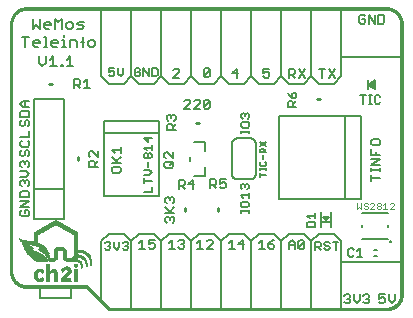
<source format=gto>
G75*
%MOIN*%
%OFA0B0*%
%FSLAX25Y25*%
%IPPOS*%
%LPD*%
%AMOC8*
5,1,8,0,0,1.08239X$1,22.5*
%
%ADD10C,0.00500*%
%ADD11C,0.01000*%
%ADD12C,0.00600*%
%ADD13C,0.00800*%
%ADD14C,0.00100*%
%ADD15C,0.00400*%
%ADD16R,0.00150X0.00015*%
%ADD17R,0.00585X0.00015*%
%ADD18R,0.00795X0.00015*%
%ADD19R,0.01095X0.00015*%
%ADD20R,0.01095X0.00015*%
%ADD21R,0.03225X0.00015*%
%ADD22R,0.01110X0.00015*%
%ADD23R,0.00945X0.00015*%
%ADD24R,0.01095X0.00015*%
%ADD25R,0.01095X0.00015*%
%ADD26R,0.03225X0.00015*%
%ADD27R,0.01110X0.00015*%
%ADD28R,0.01080X0.00015*%
%ADD29R,0.03240X0.00015*%
%ADD30R,0.01200X0.00015*%
%ADD31R,0.01305X0.00015*%
%ADD32R,0.01395X0.00015*%
%ADD33R,0.03255X0.00015*%
%ADD34R,0.01485X0.00015*%
%ADD35R,0.03255X0.00015*%
%ADD36R,0.01560X0.00015*%
%ADD37R,0.01650X0.00015*%
%ADD38R,0.03270X0.00015*%
%ADD39R,0.01710X0.00015*%
%ADD40R,0.01770X0.00015*%
%ADD41R,0.03270X0.00015*%
%ADD42R,0.01845X0.00015*%
%ADD43R,0.01905X0.00015*%
%ADD44R,0.03285X0.00015*%
%ADD45R,0.01965X0.00015*%
%ADD46R,0.02025X0.00015*%
%ADD47R,0.02085X0.00015*%
%ADD48R,0.03300X0.00015*%
%ADD49R,0.02115X0.00015*%
%ADD50R,0.03300X0.00015*%
%ADD51R,0.02175X0.00015*%
%ADD52R,0.02235X0.00015*%
%ADD53R,0.03315X0.00015*%
%ADD54R,0.02280X0.00015*%
%ADD55R,0.02325X0.00015*%
%ADD56R,0.03315X0.00015*%
%ADD57R,0.02370X0.00015*%
%ADD58R,0.03330X0.00015*%
%ADD59R,0.02400X0.00015*%
%ADD60R,0.02460X0.00015*%
%ADD61R,0.02490X0.00015*%
%ADD62R,0.02535X0.00015*%
%ADD63R,0.03345X0.00015*%
%ADD64R,0.02565X0.00015*%
%ADD65R,0.03345X0.00015*%
%ADD66R,0.02625X0.00015*%
%ADD67R,0.02655X0.00015*%
%ADD68R,0.03360X0.00015*%
%ADD69R,0.02685X0.00015*%
%ADD70R,0.02730X0.00015*%
%ADD71R,0.03360X0.00015*%
%ADD72R,0.02730X0.00015*%
%ADD73R,0.03375X0.00015*%
%ADD74R,0.02745X0.00015*%
%ADD75R,0.02760X0.00015*%
%ADD76R,0.03390X0.00015*%
%ADD77R,0.02775X0.00015*%
%ADD78R,0.03390X0.00015*%
%ADD79R,0.02790X0.00015*%
%ADD80R,0.02805X0.00015*%
%ADD81R,0.03405X0.00015*%
%ADD82R,0.02820X0.00015*%
%ADD83R,0.02835X0.00015*%
%ADD84R,0.03405X0.00015*%
%ADD85R,0.02835X0.00015*%
%ADD86R,0.03420X0.00015*%
%ADD87R,0.02850X0.00015*%
%ADD88R,0.02865X0.00015*%
%ADD89R,0.03435X0.00015*%
%ADD90R,0.02865X0.00015*%
%ADD91R,0.03435X0.00015*%
%ADD92R,0.02880X0.00015*%
%ADD93R,0.02895X0.00015*%
%ADD94R,0.03450X0.00015*%
%ADD95R,0.02895X0.00015*%
%ADD96R,0.02910X0.00015*%
%ADD97R,0.03465X0.00015*%
%ADD98R,0.02910X0.00015*%
%ADD99R,0.03465X0.00015*%
%ADD100R,0.02925X0.00015*%
%ADD101R,0.02940X0.00015*%
%ADD102R,0.03480X0.00015*%
%ADD103R,0.02925X0.00015*%
%ADD104R,0.03480X0.00015*%
%ADD105R,0.02940X0.00015*%
%ADD106R,0.01035X0.00015*%
%ADD107R,0.03495X0.00015*%
%ADD108R,0.01485X0.00015*%
%ADD109R,0.00945X0.00015*%
%ADD110R,0.01440X0.00015*%
%ADD111R,0.00885X0.00015*%
%ADD112R,0.01410X0.00015*%
%ADD113R,0.00825X0.00015*%
%ADD114R,0.01380X0.00015*%
%ADD115R,0.00780X0.00015*%
%ADD116R,0.01350X0.00015*%
%ADD117R,0.00735X0.00015*%
%ADD118R,0.01335X0.00015*%
%ADD119R,0.00705X0.00015*%
%ADD120R,0.00675X0.00015*%
%ADD121R,0.01305X0.00015*%
%ADD122R,0.00615X0.00015*%
%ADD123R,0.01605X0.00015*%
%ADD124R,0.01275X0.00015*%
%ADD125R,0.00585X0.00015*%
%ADD126R,0.01605X0.00015*%
%ADD127R,0.00570X0.00015*%
%ADD128R,0.01605X0.00015*%
%ADD129R,0.01260X0.00015*%
%ADD130R,0.00525X0.00015*%
%ADD131R,0.01245X0.00015*%
%ADD132R,0.00495X0.00015*%
%ADD133R,0.01230X0.00015*%
%ADD134R,0.00465X0.00015*%
%ADD135R,0.01590X0.00015*%
%ADD136R,0.01215X0.00015*%
%ADD137R,0.00435X0.00015*%
%ADD138R,0.01590X0.00015*%
%ADD139R,0.00405X0.00015*%
%ADD140R,0.00375X0.00015*%
%ADD141R,0.00360X0.00015*%
%ADD142R,0.01200X0.00015*%
%ADD143R,0.00315X0.00015*%
%ADD144R,0.01185X0.00015*%
%ADD145R,0.00300X0.00015*%
%ADD146R,0.00285X0.00015*%
%ADD147R,0.01185X0.00015*%
%ADD148R,0.00240X0.00015*%
%ADD149R,0.01170X0.00015*%
%ADD150R,0.00225X0.00015*%
%ADD151R,0.01185X0.00015*%
%ADD152R,0.00210X0.00015*%
%ADD153R,0.00180X0.00015*%
%ADD154R,0.00135X0.00015*%
%ADD155R,0.00120X0.00015*%
%ADD156R,0.01590X0.00015*%
%ADD157R,0.01155X0.00015*%
%ADD158R,0.00090X0.00015*%
%ADD159R,0.01590X0.00015*%
%ADD160R,0.01155X0.00015*%
%ADD161R,0.00075X0.00015*%
%ADD162R,0.00060X0.00015*%
%ADD163R,0.00045X0.00015*%
%ADD164R,0.00015X0.00015*%
%ADD165R,0.01140X0.00015*%
%ADD166R,0.01140X0.00015*%
%ADD167R,0.01575X0.00015*%
%ADD168R,0.01575X0.00015*%
%ADD169R,0.01125X0.00015*%
%ADD170R,0.01140X0.00015*%
%ADD171R,0.01140X0.00015*%
%ADD172R,0.01125X0.00015*%
%ADD173R,0.01560X0.00015*%
%ADD174R,0.01560X0.00015*%
%ADD175R,0.01545X0.00015*%
%ADD176R,0.01545X0.00015*%
%ADD177R,0.01545X0.00015*%
%ADD178R,0.01530X0.00015*%
%ADD179R,0.01530X0.00015*%
%ADD180R,0.01530X0.00015*%
%ADD181R,0.01515X0.00015*%
%ADD182R,0.01515X0.00015*%
%ADD183R,0.01110X0.00015*%
%ADD184R,0.01500X0.00015*%
%ADD185R,0.01110X0.00015*%
%ADD186R,0.01500X0.00015*%
%ADD187R,0.01485X0.00015*%
%ADD188R,0.01155X0.00015*%
%ADD189R,0.01470X0.00015*%
%ADD190R,0.01470X0.00015*%
%ADD191R,0.01455X0.00015*%
%ADD192R,0.01155X0.00015*%
%ADD193R,0.01455X0.00015*%
%ADD194R,0.01455X0.00015*%
%ADD195R,0.01170X0.00015*%
%ADD196R,0.01425X0.00015*%
%ADD197R,0.01410X0.00015*%
%ADD198R,0.01185X0.00015*%
%ADD199R,0.01395X0.00015*%
%ADD200R,0.01215X0.00015*%
%ADD201R,0.01380X0.00015*%
%ADD202R,0.01230X0.00015*%
%ADD203R,0.01230X0.00015*%
%ADD204R,0.01230X0.00015*%
%ADD205R,0.01365X0.00015*%
%ADD206R,0.01245X0.00015*%
%ADD207R,0.01365X0.00015*%
%ADD208R,0.00015X0.00015*%
%ADD209R,0.01260X0.00015*%
%ADD210R,0.00045X0.00015*%
%ADD211R,0.01290X0.00015*%
%ADD212R,0.01215X0.00015*%
%ADD213R,0.01290X0.00015*%
%ADD214R,0.01320X0.00015*%
%ADD215R,0.01305X0.00015*%
%ADD216R,0.01290X0.00015*%
%ADD217R,0.01335X0.00015*%
%ADD218R,0.00180X0.00015*%
%ADD219R,0.01320X0.00015*%
%ADD220R,0.00210X0.00015*%
%ADD221R,0.01365X0.00015*%
%ADD222R,0.00225X0.00015*%
%ADD223R,0.01380X0.00015*%
%ADD224R,0.01275X0.00015*%
%ADD225R,0.00270X0.00015*%
%ADD226R,0.00285X0.00015*%
%ADD227R,0.01410X0.00015*%
%ADD228R,0.00330X0.00015*%
%ADD229R,0.01440X0.00015*%
%ADD230R,0.00375X0.00015*%
%ADD231R,0.01485X0.00015*%
%ADD232R,0.00420X0.00015*%
%ADD233R,0.01515X0.00015*%
%ADD234R,0.00450X0.00015*%
%ADD235R,0.01320X0.00015*%
%ADD236R,0.01635X0.00015*%
%ADD237R,0.01335X0.00015*%
%ADD238R,0.00555X0.00015*%
%ADD239R,0.01695X0.00015*%
%ADD240R,0.01650X0.00015*%
%ADD241R,0.00600X0.00015*%
%ADD242R,0.03615X0.00015*%
%ADD243R,0.00630X0.00015*%
%ADD244R,0.01395X0.00015*%
%ADD245R,0.00690X0.00015*%
%ADD246R,0.00720X0.00015*%
%ADD247R,0.03600X0.00015*%
%ADD248R,0.00105X0.00015*%
%ADD249R,0.01440X0.00015*%
%ADD250R,0.00765X0.00015*%
%ADD251R,0.03600X0.00015*%
%ADD252R,0.00135X0.00015*%
%ADD253R,0.00825X0.00015*%
%ADD254R,0.00165X0.00015*%
%ADD255R,0.00885X0.00015*%
%ADD256R,0.03585X0.00015*%
%ADD257R,0.00195X0.00015*%
%ADD258R,0.00960X0.00015*%
%ADD259R,0.03570X0.00015*%
%ADD260R,0.00255X0.00015*%
%ADD261R,0.02835X0.00015*%
%ADD262R,0.03570X0.00015*%
%ADD263R,0.00285X0.00015*%
%ADD264R,0.03555X0.00015*%
%ADD265R,0.00315X0.00015*%
%ADD266R,0.02835X0.00015*%
%ADD267R,0.00345X0.00015*%
%ADD268R,0.03540X0.00015*%
%ADD269R,0.00405X0.00015*%
%ADD270R,0.02820X0.00015*%
%ADD271R,0.03525X0.00015*%
%ADD272R,0.00435X0.00015*%
%ADD273R,0.03525X0.00015*%
%ADD274R,0.00465X0.00015*%
%ADD275R,0.03510X0.00015*%
%ADD276R,0.02805X0.00015*%
%ADD277R,0.00555X0.00015*%
%ADD278R,0.02805X0.00015*%
%ADD279R,0.03495X0.00015*%
%ADD280R,0.00585X0.00015*%
%ADD281R,0.00615X0.00015*%
%ADD282R,0.00645X0.00015*%
%ADD283R,0.02775X0.00015*%
%ADD284R,0.00720X0.00015*%
%ADD285R,0.00735X0.00015*%
%ADD286R,0.00765X0.00015*%
%ADD287R,0.00795X0.00015*%
%ADD288R,0.02295X0.00015*%
%ADD289R,0.02265X0.00015*%
%ADD290R,0.00855X0.00015*%
%ADD291R,0.02250X0.00015*%
%ADD292R,0.00885X0.00015*%
%ADD293R,0.02715X0.00015*%
%ADD294R,0.02235X0.00015*%
%ADD295R,0.00930X0.00015*%
%ADD296R,0.02205X0.00015*%
%ADD297R,0.02700X0.00015*%
%ADD298R,0.00990X0.00015*%
%ADD299R,0.02160X0.00015*%
%ADD300R,0.01020X0.00015*%
%ADD301R,0.02685X0.00015*%
%ADD302R,0.02130X0.00015*%
%ADD303R,0.01050X0.00015*%
%ADD304R,0.02670X0.00015*%
%ADD305R,0.02100X0.00015*%
%ADD306R,0.02670X0.00015*%
%ADD307R,0.02070X0.00015*%
%ADD308R,0.02040X0.00015*%
%ADD309R,0.02010X0.00015*%
%ADD310R,0.02595X0.00015*%
%ADD311R,0.01980X0.00015*%
%ADD312R,0.01170X0.00015*%
%ADD313R,0.01950X0.00015*%
%ADD314R,0.02520X0.00015*%
%ADD315R,0.02475X0.00015*%
%ADD316R,0.01875X0.00015*%
%ADD317R,0.02430X0.00015*%
%ADD318R,0.02400X0.00015*%
%ADD319R,0.01800X0.00015*%
%ADD320R,0.01395X0.00015*%
%ADD321R,0.01215X0.00015*%
%ADD322R,0.02340X0.00015*%
%ADD323R,0.01755X0.00015*%
%ADD324R,0.02310X0.00015*%
%ADD325R,0.01725X0.00015*%
%ADD326R,0.02250X0.00015*%
%ADD327R,0.01665X0.00015*%
%ADD328R,0.02205X0.00015*%
%ADD329R,0.02145X0.00015*%
%ADD330R,0.02040X0.00015*%
%ADD331R,0.01980X0.00015*%
%ADD332R,0.01920X0.00015*%
%ADD333R,0.01845X0.00015*%
%ADD334R,0.01305X0.00015*%
%ADD335R,0.01665X0.00015*%
%ADD336R,0.01785X0.00015*%
%ADD337R,0.03315X0.00015*%
%ADD338R,0.01005X0.00015*%
%ADD339R,0.01470X0.00015*%
%ADD340R,0.00900X0.00015*%
%ADD341R,0.03285X0.00015*%
%ADD342R,0.03210X0.00015*%
%ADD343R,0.03195X0.00015*%
%ADD344R,0.03165X0.00015*%
%ADD345R,0.03150X0.00015*%
%ADD346R,0.00390X0.00015*%
%ADD347R,0.03120X0.00015*%
%ADD348R,0.03105X0.00015*%
%ADD349R,0.03060X0.00015*%
%ADD350R,0.03045X0.00015*%
%ADD351R,0.03015X0.00015*%
%ADD352R,0.03000X0.00015*%
%ADD353R,0.02970X0.00015*%
%ADD354R,0.02745X0.00015*%
%ADD355R,0.02625X0.00015*%
%ADD356R,0.02595X0.00015*%
%ADD357R,0.02535X0.00015*%
%ADD358R,0.02460X0.00015*%
%ADD359R,0.02385X0.00015*%
%ADD360R,0.02355X0.00015*%
%ADD361R,0.02325X0.00015*%
%ADD362R,0.02280X0.00015*%
%ADD363R,0.00135X0.00015*%
%ADD364R,0.00345X0.00015*%
%ADD365R,0.02115X0.00015*%
%ADD366R,0.02085X0.00015*%
%ADD367R,0.00435X0.00015*%
%ADD368R,0.00465X0.00015*%
%ADD369R,0.01995X0.00015*%
%ADD370R,0.00495X0.00015*%
%ADD371R,0.00540X0.00015*%
%ADD372R,0.01860X0.00015*%
%ADD373R,0.00480X0.00015*%
%ADD374R,0.01815X0.00015*%
%ADD375R,0.01695X0.00015*%
%ADD376R,0.00660X0.00015*%
%ADD377R,0.00615X0.00015*%
%ADD378R,0.00705X0.00015*%
%ADD379R,0.00750X0.00015*%
%ADD380R,0.00630X0.00015*%
%ADD381R,0.00645X0.00015*%
%ADD382R,0.00810X0.00015*%
%ADD383R,0.00855X0.00015*%
%ADD384R,0.01260X0.00015*%
%ADD385R,0.00915X0.00015*%
%ADD386R,0.00660X0.00015*%
%ADD387R,0.01005X0.00015*%
%ADD388R,0.01035X0.00015*%
%ADD389R,0.01050X0.00015*%
%ADD390R,0.01080X0.00015*%
%ADD391R,0.00390X0.00015*%
%ADD392R,0.00480X0.00015*%
%ADD393R,0.00510X0.00015*%
%ADD394R,0.00540X0.00015*%
%ADD395R,0.00675X0.00015*%
%ADD396R,0.00600X0.00015*%
%ADD397R,0.00660X0.00015*%
%ADD398R,0.00690X0.00015*%
%ADD399R,0.00750X0.00015*%
%ADD400R,0.00255X0.00015*%
%ADD401R,0.00690X0.00015*%
%ADD402R,0.00555X0.00015*%
%ADD403R,0.01080X0.00015*%
%ADD404R,0.00705X0.00015*%
%ADD405R,0.00690X0.00015*%
%ADD406R,0.00960X0.00015*%
%ADD407R,0.00705X0.00015*%
%ADD408R,0.00915X0.00015*%
%ADD409R,0.00720X0.00015*%
%ADD410R,0.00795X0.00015*%
%ADD411R,0.00795X0.00015*%
%ADD412R,0.00420X0.00015*%
%ADD413R,0.00150X0.00015*%
%ADD414R,0.00780X0.00015*%
%ADD415R,0.00765X0.00015*%
%ADD416R,0.00780X0.00015*%
%ADD417R,0.00780X0.00015*%
%ADD418R,0.00810X0.00015*%
%ADD419R,0.00765X0.00015*%
%ADD420R,0.00810X0.00015*%
%ADD421R,0.00840X0.00015*%
%ADD422R,0.00870X0.00015*%
%ADD423R,0.00870X0.00015*%
%ADD424R,0.00870X0.00015*%
%ADD425R,0.00915X0.00015*%
%ADD426R,0.00975X0.00015*%
%ADD427R,0.01020X0.00015*%
%ADD428R,0.00810X0.00015*%
%ADD429R,0.01065X0.00015*%
%ADD430R,0.01245X0.00015*%
%ADD431R,0.00315X0.00015*%
%ADD432R,0.02460X0.00015*%
%ADD433R,0.00840X0.00015*%
%ADD434R,0.04455X0.00015*%
%ADD435R,0.03090X0.00015*%
%ADD436R,0.04575X0.00015*%
%ADD437R,0.04635X0.00015*%
%ADD438R,0.01770X0.00015*%
%ADD439R,0.04665X0.00015*%
%ADD440R,0.03375X0.00015*%
%ADD441R,0.01815X0.00015*%
%ADD442R,0.04710X0.00015*%
%ADD443R,0.00855X0.00015*%
%ADD444R,0.03465X0.00015*%
%ADD445R,0.01890X0.00015*%
%ADD446R,0.04740X0.00015*%
%ADD447R,0.04770X0.00015*%
%ADD448R,0.04800X0.00015*%
%ADD449R,0.03630X0.00015*%
%ADD450R,0.04815X0.00015*%
%ADD451R,0.03675X0.00015*%
%ADD452R,0.02055X0.00015*%
%ADD453R,0.04815X0.00015*%
%ADD454R,0.03720X0.00015*%
%ADD455R,0.04845X0.00015*%
%ADD456R,0.03765X0.00015*%
%ADD457R,0.02130X0.00015*%
%ADD458R,0.04860X0.00015*%
%ADD459R,0.03810X0.00015*%
%ADD460R,0.02160X0.00015*%
%ADD461R,0.03840X0.00015*%
%ADD462R,0.03870X0.00015*%
%ADD463R,0.02220X0.00015*%
%ADD464R,0.04875X0.00015*%
%ADD465R,0.03900X0.00015*%
%ADD466R,0.02265X0.00015*%
%ADD467R,0.04875X0.00015*%
%ADD468R,0.03945X0.00015*%
%ADD469R,0.03975X0.00015*%
%ADD470R,0.02310X0.00015*%
%ADD471R,0.04890X0.00015*%
%ADD472R,0.04005X0.00015*%
%ADD473R,0.04035X0.00015*%
%ADD474R,0.02370X0.00015*%
%ADD475R,0.04890X0.00015*%
%ADD476R,0.00885X0.00015*%
%ADD477R,0.04050X0.00015*%
%ADD478R,0.04095X0.00015*%
%ADD479R,0.04110X0.00015*%
%ADD480R,0.00900X0.00015*%
%ADD481R,0.04140X0.00015*%
%ADD482R,0.04155X0.00015*%
%ADD483R,0.02520X0.00015*%
%ADD484R,0.04845X0.00015*%
%ADD485R,0.04185X0.00015*%
%ADD486R,0.04200X0.00015*%
%ADD487R,0.02550X0.00015*%
%ADD488R,0.04830X0.00015*%
%ADD489R,0.04230X0.00015*%
%ADD490R,0.02580X0.00015*%
%ADD491R,0.04830X0.00015*%
%ADD492R,0.04245X0.00015*%
%ADD493R,0.02595X0.00015*%
%ADD494R,0.04815X0.00015*%
%ADD495R,0.04275X0.00015*%
%ADD496R,0.04800X0.00015*%
%ADD497R,0.00930X0.00015*%
%ADD498R,0.04290X0.00015*%
%ADD499R,0.02640X0.00015*%
%ADD500R,0.04785X0.00015*%
%ADD501R,0.04305X0.00015*%
%ADD502R,0.04755X0.00015*%
%ADD503R,0.04335X0.00015*%
%ADD504R,0.04740X0.00015*%
%ADD505R,0.04350X0.00015*%
%ADD506R,0.04725X0.00015*%
%ADD507R,0.00930X0.00015*%
%ADD508R,0.04365X0.00015*%
%ADD509R,0.04695X0.00015*%
%ADD510R,0.00945X0.00015*%
%ADD511R,0.04380X0.00015*%
%ADD512R,0.04665X0.00015*%
%ADD513R,0.04410X0.00015*%
%ADD514R,0.04425X0.00015*%
%ADD515R,0.04605X0.00015*%
%ADD516R,0.04455X0.00015*%
%ADD517R,0.04530X0.00015*%
%ADD518R,0.04470X0.00015*%
%ADD519R,0.04485X0.00015*%
%ADD520R,0.04500X0.00015*%
%ADD521R,0.04530X0.00015*%
%ADD522R,0.04395X0.00015*%
%ADD523R,0.00975X0.00015*%
%ADD524R,0.04530X0.00015*%
%ADD525R,0.04545X0.00015*%
%ADD526R,0.02955X0.00015*%
%ADD527R,0.04440X0.00015*%
%ADD528R,0.04560X0.00015*%
%ADD529R,0.02970X0.00015*%
%ADD530R,0.04590X0.00015*%
%ADD531R,0.03000X0.00015*%
%ADD532R,0.04500X0.00015*%
%ADD533R,0.01005X0.00015*%
%ADD534R,0.00840X0.00015*%
%ADD535R,0.03030X0.00015*%
%ADD536R,0.00840X0.00015*%
%ADD537R,0.01020X0.00015*%
%ADD538R,0.04635X0.00015*%
%ADD539R,0.03090X0.00015*%
%ADD540R,0.04590X0.00015*%
%ADD541R,0.04650X0.00015*%
%ADD542R,0.04590X0.00015*%
%ADD543R,0.04620X0.00015*%
%ADD544R,0.04680X0.00015*%
%ADD545R,0.04695X0.00015*%
%ADD546R,0.03180X0.00015*%
%ADD547R,0.04665X0.00015*%
%ADD548R,0.01065X0.00015*%
%ADD549R,0.04710X0.00015*%
%ADD550R,0.03180X0.00015*%
%ADD551R,0.03210X0.00015*%
%ADD552R,0.04695X0.00015*%
%ADD553R,0.04740X0.00015*%
%ADD554R,0.03240X0.00015*%
%ADD555R,0.04755X0.00015*%
%ADD556R,0.04770X0.00015*%
%ADD557R,0.03315X0.00015*%
%ADD558R,0.04785X0.00015*%
%ADD559R,0.00870X0.00015*%
%ADD560R,0.04770X0.00015*%
%ADD561R,0.03330X0.00015*%
%ADD562R,0.04785X0.00015*%
%ADD563R,0.03360X0.00015*%
%ADD564R,0.04845X0.00015*%
%ADD565R,0.01380X0.00015*%
%ADD566R,0.02955X0.00015*%
%ADD567R,0.02370X0.00015*%
%ADD568R,0.04830X0.00015*%
%ADD569R,0.02070X0.00015*%
%ADD570R,0.01905X0.00015*%
%ADD571R,0.01860X0.00015*%
%ADD572R,0.04845X0.00015*%
%ADD573R,0.01845X0.00015*%
%ADD574R,0.01350X0.00015*%
%ADD575R,0.01800X0.00015*%
%ADD576R,0.01740X0.00015*%
%ADD577R,0.01695X0.00015*%
%ADD578R,0.00990X0.00015*%
%ADD579R,0.01635X0.00015*%
%ADD580R,0.04860X0.00015*%
%ADD581R,0.01620X0.00015*%
%ADD582R,0.04860X0.00015*%
%ADD583R,0.01605X0.00015*%
%ADD584R,0.01620X0.00015*%
%ADD585R,0.00915X0.00015*%
%ADD586R,0.01035X0.00015*%
%ADD587R,0.03390X0.00015*%
%ADD588R,0.03255X0.00015*%
%ADD589R,0.03240X0.00015*%
%ADD590R,0.03195X0.00015*%
%ADD591R,0.00945X0.00015*%
%ADD592R,0.03165X0.00015*%
%ADD593R,0.03105X0.00015*%
%ADD594R,0.03075X0.00015*%
%ADD595R,0.03045X0.00015*%
%ADD596R,0.03015X0.00015*%
%ADD597R,0.02985X0.00015*%
%ADD598R,0.02955X0.00015*%
%ADD599R,0.02895X0.00015*%
%ADD600R,0.02760X0.00015*%
%ADD601R,0.00990X0.00015*%
%ADD602R,0.02610X0.00015*%
%ADD603R,0.01260X0.00015*%
%ADD604R,0.02565X0.00015*%
%ADD605R,0.02505X0.00015*%
%ADD606R,0.02430X0.00015*%
%ADD607R,0.02280X0.00015*%
%ADD608R,0.04755X0.00015*%
%ADD609R,0.02205X0.00015*%
%ADD610R,0.02130X0.00015*%
%ADD611R,0.04710X0.00015*%
%ADD612R,0.01980X0.00015*%
%ADD613R,0.01065X0.00015*%
%ADD614R,0.01920X0.00015*%
%ADD615R,0.04665X0.00015*%
%ADD616R,0.01425X0.00015*%
%ADD617R,0.04620X0.00015*%
%ADD618R,0.04620X0.00015*%
%ADD619R,0.04605X0.00015*%
%ADD620R,0.04590X0.00015*%
%ADD621R,0.04560X0.00015*%
%ADD622R,0.04560X0.00015*%
%ADD623R,0.04530X0.00015*%
%ADD624R,0.04515X0.00015*%
%ADD625R,0.04515X0.00015*%
%ADD626R,0.01560X0.00015*%
%ADD627R,0.04470X0.00015*%
%ADD628R,0.04455X0.00015*%
%ADD629R,0.04425X0.00015*%
%ADD630R,0.01620X0.00015*%
%ADD631R,0.04395X0.00015*%
%ADD632R,0.04320X0.00015*%
%ADD633R,0.01665X0.00015*%
%ADD634R,0.01680X0.00015*%
%ADD635R,0.04305X0.00015*%
%ADD636R,0.01680X0.00015*%
%ADD637R,0.04290X0.00015*%
%ADD638R,0.01320X0.00015*%
%ADD639R,0.04260X0.00015*%
%ADD640R,0.01710X0.00015*%
%ADD641R,0.04245X0.00015*%
%ADD642R,0.04230X0.00015*%
%ADD643R,0.04200X0.00015*%
%ADD644R,0.01740X0.00015*%
%ADD645R,0.04185X0.00015*%
%ADD646R,0.04170X0.00015*%
%ADD647R,0.04140X0.00015*%
%ADD648R,0.04125X0.00015*%
%ADD649R,0.04110X0.00015*%
%ADD650R,0.01785X0.00015*%
%ADD651R,0.04080X0.00015*%
%ADD652R,0.04065X0.00015*%
%ADD653R,0.01815X0.00015*%
%ADD654R,0.04020X0.00015*%
%ADD655R,0.01845X0.00015*%
%ADD656R,0.04005X0.00015*%
%ADD657R,0.03990X0.00015*%
%ADD658R,0.03960X0.00015*%
%ADD659R,0.03945X0.00015*%
%ADD660R,0.03915X0.00015*%
%ADD661R,0.03885X0.00015*%
%ADD662R,0.01890X0.00015*%
%ADD663R,0.03870X0.00015*%
%ADD664R,0.01695X0.00015*%
%ADD665R,0.03855X0.00015*%
%ADD666R,0.01935X0.00015*%
%ADD667R,0.01755X0.00015*%
%ADD668R,0.03795X0.00015*%
%ADD669R,0.03780X0.00015*%
%ADD670R,0.01950X0.00015*%
%ADD671R,0.03750X0.00015*%
%ADD672R,0.03705X0.00015*%
%ADD673R,0.02055X0.00015*%
%ADD674R,0.03660X0.00015*%
%ADD675R,0.03645X0.00015*%
%ADD676R,0.02010X0.00015*%
%ADD677R,0.04020X0.00015*%
%ADD678R,0.03615X0.00015*%
%ADD679R,0.03585X0.00015*%
%ADD680R,0.03960X0.00015*%
%ADD681R,0.03540X0.00015*%
%ADD682R,0.02055X0.00015*%
%ADD683R,0.03930X0.00015*%
%ADD684R,0.03915X0.00015*%
%ADD685R,0.03480X0.00015*%
%ADD686R,0.03885X0.00015*%
%ADD687R,0.02085X0.00015*%
%ADD688R,0.03405X0.00015*%
%ADD689R,0.03345X0.00015*%
%ADD690R,0.02115X0.00015*%
%ADD691R,0.03780X0.00015*%
%ADD692R,0.03765X0.00015*%
%ADD693R,0.02145X0.00015*%
%ADD694R,0.03735X0.00015*%
%ADD695R,0.03690X0.00015*%
%ADD696R,0.03195X0.00015*%
%ADD697R,0.02175X0.00015*%
%ADD698R,0.03660X0.00015*%
%ADD699R,0.02190X0.00015*%
%ADD700R,0.03630X0.00015*%
%ADD701R,0.03120X0.00015*%
%ADD702R,0.03030X0.00015*%
%ADD703R,0.02235X0.00015*%
%ADD704R,0.02310X0.00015*%
%ADD705R,0.02715X0.00015*%
%ADD706R,0.02340X0.00015*%
%ADD707R,0.02415X0.00015*%
%ADD708R,0.02385X0.00015*%
%ADD709R,0.03045X0.00015*%
%ADD710R,0.02445X0.00015*%
%ADD711R,0.02220X0.00015*%
%ADD712R,0.02040X0.00015*%
%ADD713R,0.02505X0.00015*%
%ADD714R,0.03810X0.00015*%
%ADD715R,0.01860X0.00015*%
%ADD716R,0.01785X0.00015*%
%ADD717R,0.02580X0.00015*%
%ADD718R,0.01725X0.00015*%
%ADD719R,0.02580X0.00015*%
%ADD720R,0.02490X0.00015*%
%ADD721R,0.03780X0.00015*%
%ADD722R,0.02670X0.00015*%
%ADD723R,0.03735X0.00015*%
%ADD724R,0.02685X0.00015*%
%ADD725R,0.03705X0.00015*%
%ADD726R,0.03690X0.00015*%
%ADD727R,0.02760X0.00015*%
%ADD728R,0.03660X0.00015*%
%ADD729R,0.03660X0.00015*%
%ADD730R,0.02820X0.00015*%
%ADD731R,0.02025X0.00015*%
%ADD732R,0.02190X0.00015*%
%ADD733R,0.02955X0.00015*%
%ADD734R,0.03510X0.00015*%
%ADD735R,0.02415X0.00015*%
%ADD736R,0.02790X0.00015*%
%ADD737R,0.02535X0.00015*%
%ADD738R,0.02655X0.00015*%
%ADD739R,0.03345X0.00015*%
%ADD740R,0.02550X0.00015*%
%ADD741R,0.02880X0.00015*%
%ADD742R,0.03090X0.00015*%
%ADD743R,0.03060X0.00015*%
%ADD744R,0.03075X0.00015*%
%ADD745R,0.03030X0.00015*%
%ADD746R,0.01995X0.00015*%
%ADD747R,0.02910X0.00015*%
%ADD748R,0.03015X0.00015*%
%ADD749R,0.02985X0.00015*%
%ADD750R,0.02790X0.00015*%
%ADD751R,0.01830X0.00015*%
%ADD752R,0.02940X0.00015*%
%ADD753R,0.02685X0.00015*%
%ADD754R,0.02640X0.00015*%
%ADD755R,0.02505X0.00015*%
%ADD756R,0.02460X0.00015*%
%ADD757R,0.02355X0.00015*%
%ADD758R,0.01905X0.00015*%
%ADD759R,0.02190X0.00015*%
%ADD760R,0.01890X0.00015*%
%ADD761R,0.02745X0.00015*%
%ADD762R,0.01965X0.00015*%
%ADD763R,0.02670X0.00015*%
%ADD764R,0.01995X0.00015*%
%ADD765R,0.02580X0.00015*%
%ADD766R,0.02085X0.00015*%
%ADD767R,0.02520X0.00015*%
%ADD768R,0.02520X0.00015*%
%ADD769R,0.02160X0.00015*%
%ADD770R,0.02445X0.00015*%
%ADD771R,0.02430X0.00015*%
%ADD772R,0.02265X0.00015*%
%ADD773R,0.02355X0.00015*%
%ADD774R,0.02385X0.00015*%
%ADD775R,0.02505X0.00015*%
%ADD776R,0.02610X0.00015*%
%ADD777R,0.02145X0.00015*%
%ADD778R,0.02850X0.00015*%
%ADD779R,0.01965X0.00015*%
%ADD780R,0.03060X0.00015*%
%ADD781R,0.03195X0.00015*%
%ADD782R,0.01830X0.00015*%
%ADD783R,0.01770X0.00015*%
%ADD784R,0.03585X0.00015*%
%ADD785R,0.03645X0.00015*%
%ADD786R,0.03780X0.00015*%
%ADD787R,0.01620X0.00015*%
%ADD788R,0.03990X0.00015*%
%ADD789R,0.04080X0.00015*%
%ADD790R,0.04155X0.00015*%
%ADD791R,0.01470X0.00015*%
%ADD792R,0.04335X0.00015*%
%ADD793R,0.06105X0.00015*%
%ADD794R,0.06075X0.00015*%
%ADD795R,0.06060X0.00015*%
%ADD796R,0.06030X0.00015*%
%ADD797R,0.06015X0.00015*%
%ADD798R,0.05985X0.00015*%
%ADD799R,0.05970X0.00015*%
%ADD800R,0.05940X0.00015*%
%ADD801R,0.05925X0.00015*%
%ADD802R,0.05895X0.00015*%
%ADD803R,0.05865X0.00015*%
%ADD804R,0.05835X0.00015*%
%ADD805R,0.05820X0.00015*%
%ADD806R,0.05775X0.00015*%
%ADD807R,0.05760X0.00015*%
%ADD808R,0.05715X0.00015*%
%ADD809R,0.05700X0.00015*%
%ADD810R,0.05655X0.00015*%
%ADD811R,0.05640X0.00015*%
%ADD812R,0.05595X0.00015*%
%ADD813R,0.05580X0.00015*%
%ADD814R,0.05535X0.00015*%
%ADD815R,0.05505X0.00015*%
%ADD816R,0.05460X0.00015*%
%ADD817R,0.05445X0.00015*%
%ADD818R,0.05400X0.00015*%
%ADD819R,0.05370X0.00015*%
%ADD820R,0.05325X0.00015*%
%ADD821R,0.05340X0.00015*%
%ADD822R,0.05355X0.00015*%
%ADD823R,0.05355X0.00015*%
%ADD824R,0.05370X0.00015*%
%ADD825R,0.05385X0.00015*%
%ADD826R,0.05385X0.00015*%
%ADD827R,0.05415X0.00015*%
%ADD828R,0.05430X0.00015*%
%ADD829R,0.05430X0.00015*%
%ADD830R,0.05460X0.00015*%
%ADD831R,0.05460X0.00015*%
%ADD832R,0.05475X0.00015*%
%ADD833R,0.05490X0.00015*%
%ADD834R,0.04020X0.00015*%
%ADD835R,0.03870X0.00015*%
%ADD836R,0.03555X0.00015*%
%ADD837R,0.03450X0.00015*%
%ADD838R,0.01635X0.00015*%
%ADD839R,0.00960X0.00015*%
%ADD840R,0.00570X0.00015*%
%ADD841R,0.00525X0.00015*%
%ADD842R,0.00360X0.00015*%
%ADD843R,0.00240X0.00015*%
%ADD844R,0.00210X0.00015*%
%ADD845R,0.00165X0.00015*%
%ADD846R,0.00120X0.00015*%
%ADD847R,0.00075X0.00015*%
%ADD848R,0.00030X0.00015*%
%ADD849R,0.00030X0.00015*%
%ADD850R,0.00030X0.00015*%
%ADD851R,0.01335X0.00015*%
%ADD852R,0.01530X0.00015*%
%ADD853R,0.01740X0.00015*%
%ADD854R,0.01770X0.00015*%
%ADD855R,0.01875X0.00015*%
%ADD856R,0.01860X0.00015*%
%ADD857R,0.02070X0.00015*%
%ADD858R,0.02295X0.00015*%
%ADD859R,0.02340X0.00015*%
%ADD860R,0.02415X0.00015*%
%ADD861R,0.02475X0.00015*%
%ADD862R,0.02595X0.00015*%
%ADD863R,0.02640X0.00015*%
%ADD864R,0.02760X0.00015*%
%ADD865R,0.06000X0.00015*%
%ADD866R,0.05850X0.00015*%
%ADD867R,0.05790X0.00015*%
%ADD868R,0.05730X0.00015*%
%ADD869R,0.05700X0.00015*%
%ADD870R,0.05640X0.00015*%
%ADD871R,0.05535X0.00015*%
%ADD872R,0.05490X0.00015*%
%ADD873R,0.05430X0.00015*%
%ADD874R,0.05280X0.00015*%
%ADD875R,0.05220X0.00015*%
%ADD876R,0.05160X0.00015*%
%ADD877R,0.05115X0.00015*%
%ADD878R,0.05070X0.00015*%
%ADD879R,0.05010X0.00015*%
%ADD880R,0.04950X0.00015*%
%ADD881R,0.04920X0.00015*%
%ADD882R,0.04440X0.00015*%
%ADD883R,0.04380X0.00015*%
%ADD884R,0.04185X0.00015*%
%ADD885R,0.03930X0.00015*%
%ADD886R,0.03870X0.00015*%
%ADD887R,0.03720X0.00015*%
%ADD888R,0.03570X0.00015*%
%ADD889R,0.03405X0.00015*%
%ADD890R,0.03150X0.00015*%
%ADD891R,0.02880X0.00015*%
%ADD892R,0.02730X0.00015*%
%ADD893R,0.02370X0.00015*%
%ADD894R,0.02220X0.00015*%
%ADD895R,0.02100X0.00015*%
%ADD896C,0.00787*%
%ADD897R,0.03150X0.00787*%
%ADD898C,0.00200*%
D10*
X0037712Y0026621D02*
X0038163Y0026171D01*
X0039063Y0026171D01*
X0039514Y0026621D01*
X0039514Y0027071D01*
X0039063Y0027522D01*
X0038613Y0027522D01*
X0039063Y0027522D02*
X0039514Y0027972D01*
X0039514Y0028423D01*
X0039063Y0028873D01*
X0038163Y0028873D01*
X0037712Y0028423D01*
X0040659Y0028873D02*
X0040659Y0027071D01*
X0041559Y0026171D01*
X0042460Y0027071D01*
X0042460Y0028873D01*
X0043605Y0028423D02*
X0044056Y0028873D01*
X0044956Y0028873D01*
X0045407Y0028423D01*
X0045407Y0027972D01*
X0044956Y0027522D01*
X0045407Y0027071D01*
X0045407Y0026621D01*
X0044956Y0026171D01*
X0044056Y0026171D01*
X0043605Y0026621D01*
X0044506Y0027522D02*
X0044956Y0027522D01*
X0049027Y0028502D02*
X0050028Y0029503D01*
X0050028Y0026500D01*
X0049027Y0026500D02*
X0051029Y0026500D01*
X0052250Y0027000D02*
X0052750Y0026500D01*
X0053751Y0026500D01*
X0054252Y0027000D01*
X0054252Y0028001D01*
X0053751Y0028502D01*
X0053251Y0028502D01*
X0052250Y0028001D01*
X0052250Y0029503D01*
X0054252Y0029503D01*
X0058909Y0028522D02*
X0059910Y0029523D01*
X0059910Y0026521D01*
X0058909Y0026521D02*
X0060911Y0026521D01*
X0062132Y0027021D02*
X0062632Y0026521D01*
X0063633Y0026521D01*
X0064134Y0027021D01*
X0064134Y0027522D01*
X0063633Y0028022D01*
X0063133Y0028022D01*
X0063633Y0028022D02*
X0064134Y0028522D01*
X0064134Y0029023D01*
X0063633Y0029523D01*
X0062632Y0029523D01*
X0062132Y0029023D01*
X0068409Y0028522D02*
X0069410Y0029523D01*
X0069410Y0026521D01*
X0068409Y0026521D02*
X0070411Y0026521D01*
X0071632Y0026521D02*
X0073634Y0028522D01*
X0073634Y0029023D01*
X0073133Y0029523D01*
X0072132Y0029523D01*
X0071632Y0029023D01*
X0071632Y0026521D02*
X0073634Y0026521D01*
X0078909Y0026521D02*
X0080911Y0026521D01*
X0079910Y0026521D02*
X0079910Y0029523D01*
X0078909Y0028522D01*
X0082132Y0028022D02*
X0084134Y0028022D01*
X0083633Y0026521D02*
X0083633Y0029523D01*
X0082132Y0028022D01*
X0088909Y0028522D02*
X0089910Y0029523D01*
X0089910Y0026521D01*
X0088909Y0026521D02*
X0090911Y0026521D01*
X0092132Y0027021D02*
X0092132Y0028022D01*
X0093633Y0028022D01*
X0094134Y0027522D01*
X0094134Y0027021D01*
X0093633Y0026521D01*
X0092632Y0026521D01*
X0092132Y0027021D01*
X0092132Y0028022D02*
X0093133Y0029023D01*
X0094134Y0029523D01*
X0098909Y0028272D02*
X0098909Y0026271D01*
X0098909Y0027772D02*
X0100911Y0027772D01*
X0100911Y0028272D02*
X0099910Y0029273D01*
X0098909Y0028272D01*
X0100911Y0028272D02*
X0100911Y0026271D01*
X0102132Y0026771D02*
X0104134Y0028773D01*
X0104134Y0026771D01*
X0103633Y0026271D01*
X0102632Y0026271D01*
X0102132Y0026771D01*
X0102132Y0028773D01*
X0102632Y0029273D01*
X0103633Y0029273D01*
X0104134Y0028773D01*
X0107837Y0028873D02*
X0107837Y0026171D01*
X0107837Y0027071D02*
X0109188Y0027071D01*
X0109639Y0027522D01*
X0109639Y0028423D01*
X0109188Y0028873D01*
X0107837Y0028873D01*
X0108738Y0027071D02*
X0109639Y0026171D01*
X0110784Y0026621D02*
X0111234Y0026171D01*
X0112135Y0026171D01*
X0112585Y0026621D01*
X0112585Y0027071D01*
X0112135Y0027522D01*
X0111234Y0027522D01*
X0110784Y0027972D01*
X0110784Y0028423D01*
X0111234Y0028873D01*
X0112135Y0028873D01*
X0112585Y0028423D01*
X0113730Y0028873D02*
X0115532Y0028873D01*
X0114631Y0028873D02*
X0114631Y0026171D01*
X0118803Y0026152D02*
X0118803Y0024350D01*
X0119254Y0023900D01*
X0120155Y0023900D01*
X0120605Y0024350D01*
X0121750Y0023900D02*
X0123552Y0023900D01*
X0122651Y0023900D02*
X0122651Y0026602D01*
X0121750Y0025702D01*
X0120605Y0026152D02*
X0120155Y0026602D01*
X0119254Y0026602D01*
X0118803Y0026152D01*
X0123419Y0029669D02*
X0132081Y0029669D01*
X0132592Y0028882D02*
X0132594Y0028915D01*
X0132600Y0028947D01*
X0132609Y0028978D01*
X0132622Y0029008D01*
X0132639Y0029036D01*
X0132659Y0029062D01*
X0132682Y0029086D01*
X0132707Y0029106D01*
X0132735Y0029124D01*
X0132764Y0029138D01*
X0132795Y0029148D01*
X0132827Y0029155D01*
X0132860Y0029158D01*
X0132893Y0029157D01*
X0132925Y0029152D01*
X0132956Y0029143D01*
X0132987Y0029131D01*
X0133015Y0029115D01*
X0133042Y0029096D01*
X0133066Y0029074D01*
X0133087Y0029049D01*
X0133106Y0029022D01*
X0133121Y0028993D01*
X0133132Y0028963D01*
X0133140Y0028931D01*
X0133144Y0028898D01*
X0133144Y0028866D01*
X0133140Y0028833D01*
X0133132Y0028801D01*
X0133121Y0028771D01*
X0133106Y0028742D01*
X0133087Y0028715D01*
X0133066Y0028690D01*
X0133042Y0028668D01*
X0133015Y0028649D01*
X0132987Y0028633D01*
X0132956Y0028621D01*
X0132925Y0028612D01*
X0132893Y0028607D01*
X0132860Y0028606D01*
X0132827Y0028609D01*
X0132795Y0028616D01*
X0132764Y0028626D01*
X0132735Y0028640D01*
X0132707Y0028658D01*
X0132682Y0028678D01*
X0132659Y0028702D01*
X0132639Y0028728D01*
X0132622Y0028756D01*
X0132609Y0028786D01*
X0132600Y0028817D01*
X0132594Y0028849D01*
X0132592Y0028882D01*
X0132081Y0033606D02*
X0132081Y0034394D01*
X0132081Y0038331D02*
X0123419Y0038331D01*
X0123419Y0034394D02*
X0123419Y0033606D01*
X0113050Y0033888D02*
X0113050Y0038612D01*
X0112359Y0037037D02*
X0110391Y0037037D01*
X0111375Y0036053D01*
X0112359Y0037037D01*
X0109700Y0038612D02*
X0109700Y0033888D01*
X0107788Y0033735D02*
X0107788Y0035086D01*
X0107338Y0035536D01*
X0105536Y0035536D01*
X0105086Y0035086D01*
X0105086Y0033735D01*
X0107788Y0033735D01*
X0107788Y0036681D02*
X0107788Y0038483D01*
X0107788Y0037582D02*
X0105086Y0037582D01*
X0105986Y0036681D01*
X0095614Y0043114D02*
X0095614Y0070673D01*
X0117661Y0070673D01*
X0117661Y0043114D01*
X0123173Y0043114D01*
X0123173Y0070673D01*
X0117661Y0070673D01*
X0123722Y0074900D02*
X0123722Y0077602D01*
X0122821Y0077602D02*
X0124623Y0077602D01*
X0125768Y0077602D02*
X0126669Y0077602D01*
X0126218Y0077602D02*
X0126218Y0074900D01*
X0125768Y0074900D02*
X0126669Y0074900D01*
X0127732Y0075350D02*
X0128183Y0074900D01*
X0129083Y0074900D01*
X0129534Y0075350D01*
X0127732Y0075350D02*
X0127732Y0077152D01*
X0128183Y0077602D01*
X0129083Y0077602D01*
X0129534Y0077152D01*
X0114259Y0083521D02*
X0112257Y0086523D01*
X0111036Y0086523D02*
X0109034Y0086523D01*
X0110035Y0086523D02*
X0110035Y0083521D01*
X0112257Y0083521D02*
X0114259Y0086523D01*
X0104259Y0086523D02*
X0102257Y0083521D01*
X0101036Y0083521D02*
X0100035Y0084522D01*
X0100535Y0084522D02*
X0099034Y0084522D01*
X0099034Y0083521D02*
X0099034Y0086523D01*
X0100535Y0086523D01*
X0101036Y0086023D01*
X0101036Y0085022D01*
X0100535Y0084522D01*
X0102257Y0086523D02*
X0104259Y0083521D01*
X0100900Y0078552D02*
X0100449Y0078552D01*
X0099999Y0078101D01*
X0099999Y0076750D01*
X0100900Y0076750D01*
X0101350Y0077200D01*
X0101350Y0078101D01*
X0100900Y0078552D01*
X0099098Y0077651D02*
X0099999Y0076750D01*
X0099999Y0075605D02*
X0100449Y0075155D01*
X0100449Y0073803D01*
X0101350Y0073803D02*
X0098648Y0073803D01*
X0098648Y0075155D01*
X0099098Y0075605D01*
X0099999Y0075605D01*
X0100449Y0074704D02*
X0101350Y0075605D01*
X0099098Y0077651D02*
X0098648Y0078552D01*
X0092522Y0084021D02*
X0092022Y0083521D01*
X0091021Y0083521D01*
X0090521Y0084021D01*
X0090521Y0085022D02*
X0091521Y0085522D01*
X0092022Y0085522D01*
X0092522Y0085022D01*
X0092522Y0084021D01*
X0090521Y0085022D02*
X0090521Y0086523D01*
X0092522Y0086523D01*
X0082147Y0085022D02*
X0080146Y0085022D01*
X0081647Y0086523D01*
X0081647Y0083521D01*
X0072647Y0084146D02*
X0072147Y0083646D01*
X0071146Y0083646D01*
X0070646Y0084146D01*
X0072647Y0086148D01*
X0072647Y0084146D01*
X0070646Y0084146D02*
X0070646Y0086148D01*
X0071146Y0086648D01*
X0072147Y0086648D01*
X0072647Y0086148D01*
X0062522Y0086023D02*
X0062522Y0085522D01*
X0060521Y0083521D01*
X0062522Y0083521D01*
X0062522Y0086023D02*
X0062022Y0086523D01*
X0061021Y0086523D01*
X0060521Y0086023D01*
X0055282Y0086173D02*
X0055282Y0084371D01*
X0054831Y0083921D01*
X0053480Y0083921D01*
X0053480Y0086623D01*
X0054831Y0086623D01*
X0055282Y0086173D01*
X0052335Y0086623D02*
X0052335Y0083921D01*
X0050534Y0086623D01*
X0050534Y0083921D01*
X0049389Y0084371D02*
X0049389Y0085272D01*
X0048488Y0085272D01*
X0049389Y0086173D02*
X0048938Y0086623D01*
X0048037Y0086623D01*
X0047587Y0086173D01*
X0047587Y0084371D01*
X0048037Y0083921D01*
X0048938Y0083921D01*
X0049389Y0084371D01*
X0043808Y0084821D02*
X0042908Y0083921D01*
X0042007Y0084821D01*
X0042007Y0086623D01*
X0040862Y0086623D02*
X0039060Y0086623D01*
X0039060Y0085272D01*
X0039961Y0085722D01*
X0040412Y0085722D01*
X0040862Y0085272D01*
X0040862Y0084371D01*
X0040412Y0083921D01*
X0039511Y0083921D01*
X0039060Y0084371D01*
X0043808Y0084821D02*
X0043808Y0086623D01*
X0031751Y0083003D02*
X0031751Y0080000D01*
X0030750Y0080000D02*
X0032752Y0080000D01*
X0030750Y0082002D02*
X0031751Y0083003D01*
X0029529Y0082502D02*
X0029529Y0081501D01*
X0029029Y0081001D01*
X0027527Y0081001D01*
X0027527Y0080000D02*
X0027527Y0083003D01*
X0029029Y0083003D01*
X0029529Y0082502D01*
X0028528Y0081001D02*
X0029529Y0080000D01*
X0012479Y0075745D02*
X0010478Y0075745D01*
X0009477Y0074744D01*
X0010478Y0073743D01*
X0012479Y0073743D01*
X0011979Y0072522D02*
X0009977Y0072522D01*
X0009477Y0072022D01*
X0009477Y0070521D01*
X0012479Y0070521D01*
X0012479Y0072022D01*
X0011979Y0072522D01*
X0010978Y0073743D02*
X0010978Y0075745D01*
X0011478Y0069299D02*
X0011979Y0069299D01*
X0012479Y0068799D01*
X0012479Y0067798D01*
X0011979Y0067298D01*
X0010978Y0067798D02*
X0010978Y0068799D01*
X0011478Y0069299D01*
X0009977Y0069299D02*
X0009477Y0068799D01*
X0009477Y0067798D01*
X0009977Y0067298D01*
X0010478Y0067298D01*
X0010978Y0067798D01*
X0012479Y0065745D02*
X0012479Y0063743D01*
X0009477Y0063743D01*
X0009977Y0062522D02*
X0009477Y0062022D01*
X0009477Y0061021D01*
X0009977Y0060521D01*
X0011979Y0060521D01*
X0012479Y0061021D01*
X0012479Y0062022D01*
X0011979Y0062522D01*
X0011979Y0059299D02*
X0012479Y0058799D01*
X0012479Y0057798D01*
X0011979Y0057298D01*
X0010978Y0057798D02*
X0010978Y0058799D01*
X0011478Y0059299D01*
X0011979Y0059299D01*
X0010978Y0057798D02*
X0010478Y0057298D01*
X0009977Y0057298D01*
X0009477Y0057798D01*
X0009477Y0058799D01*
X0009977Y0059299D01*
X0009977Y0055745D02*
X0010478Y0055745D01*
X0010978Y0055245D01*
X0011478Y0055745D01*
X0011979Y0055745D01*
X0012479Y0055245D01*
X0012479Y0054244D01*
X0011979Y0053743D01*
X0011478Y0052522D02*
X0009477Y0052522D01*
X0009977Y0053743D02*
X0009477Y0054244D01*
X0009477Y0055245D01*
X0009977Y0055745D01*
X0010978Y0055245D02*
X0010978Y0054744D01*
X0011478Y0052522D02*
X0012479Y0051521D01*
X0011478Y0050521D01*
X0009477Y0050521D01*
X0009977Y0049299D02*
X0010478Y0049299D01*
X0010978Y0048799D01*
X0011478Y0049299D01*
X0011979Y0049299D01*
X0012479Y0048799D01*
X0012479Y0047798D01*
X0011979Y0047298D01*
X0010978Y0048299D02*
X0010978Y0048799D01*
X0009977Y0049299D02*
X0009477Y0048799D01*
X0009477Y0047798D01*
X0009977Y0047298D01*
X0009977Y0045745D02*
X0009477Y0045245D01*
X0009477Y0043743D01*
X0012479Y0043743D01*
X0012479Y0045245D01*
X0011979Y0045745D01*
X0009977Y0045745D01*
X0009477Y0042522D02*
X0012479Y0042522D01*
X0009477Y0040521D01*
X0012479Y0040521D01*
X0011979Y0039299D02*
X0010978Y0039299D01*
X0010978Y0038299D01*
X0009977Y0039299D02*
X0009477Y0038799D01*
X0009477Y0037798D01*
X0009977Y0037298D01*
X0011979Y0037298D01*
X0012479Y0037798D01*
X0012479Y0038799D01*
X0011979Y0039299D01*
X0032247Y0053777D02*
X0032247Y0055279D01*
X0032748Y0055779D01*
X0033749Y0055779D01*
X0034249Y0055279D01*
X0034249Y0053777D01*
X0035250Y0053777D02*
X0032247Y0053777D01*
X0034249Y0054778D02*
X0035250Y0055779D01*
X0035250Y0057000D02*
X0033248Y0059002D01*
X0032748Y0059002D01*
X0032247Y0058501D01*
X0032247Y0057500D01*
X0032748Y0057000D01*
X0035250Y0057000D02*
X0035250Y0059002D01*
X0039997Y0059362D02*
X0043000Y0059362D01*
X0043000Y0058361D02*
X0043000Y0060363D01*
X0040998Y0058361D02*
X0039997Y0059362D01*
X0039997Y0057140D02*
X0041999Y0055139D01*
X0041499Y0055639D02*
X0043000Y0057140D01*
X0043000Y0055139D02*
X0039997Y0055139D01*
X0040498Y0053918D02*
X0039997Y0053417D01*
X0039997Y0052416D01*
X0040498Y0051916D01*
X0042500Y0051916D01*
X0043000Y0052416D01*
X0043000Y0053417D01*
X0042500Y0053918D01*
X0040498Y0053918D01*
X0050748Y0052775D02*
X0052416Y0052775D01*
X0053250Y0051940D01*
X0052416Y0051106D01*
X0050748Y0051106D01*
X0050748Y0050012D02*
X0050748Y0048344D01*
X0050748Y0049178D02*
X0053250Y0049178D01*
X0053250Y0047250D02*
X0053250Y0045582D01*
X0050748Y0045582D01*
X0057747Y0043113D02*
X0057747Y0042112D01*
X0058248Y0041611D01*
X0057747Y0040390D02*
X0059749Y0038389D01*
X0059249Y0038889D02*
X0060750Y0040390D01*
X0060250Y0041611D02*
X0060750Y0042112D01*
X0060750Y0043113D01*
X0060250Y0043613D01*
X0059749Y0043613D01*
X0059249Y0043113D01*
X0059249Y0042612D01*
X0059249Y0043113D02*
X0058748Y0043613D01*
X0058248Y0043613D01*
X0057747Y0043113D01*
X0062277Y0046500D02*
X0062277Y0049503D01*
X0063779Y0049503D01*
X0064279Y0049002D01*
X0064279Y0048001D01*
X0063779Y0047501D01*
X0062277Y0047501D01*
X0063278Y0047501D02*
X0064279Y0046500D01*
X0065500Y0048001D02*
X0067502Y0048001D01*
X0067001Y0046500D02*
X0067001Y0049503D01*
X0065500Y0048001D01*
X0067500Y0050750D02*
X0071000Y0050750D01*
X0071000Y0053750D01*
X0072777Y0049753D02*
X0074279Y0049753D01*
X0074779Y0049252D01*
X0074779Y0048251D01*
X0074279Y0047751D01*
X0072777Y0047751D01*
X0072777Y0046750D02*
X0072777Y0049753D01*
X0073778Y0047751D02*
X0074779Y0046750D01*
X0076000Y0047250D02*
X0076500Y0046750D01*
X0077501Y0046750D01*
X0078002Y0047250D01*
X0078002Y0048251D01*
X0077501Y0048752D01*
X0077001Y0048752D01*
X0076000Y0048251D01*
X0076000Y0049753D01*
X0078002Y0049753D01*
X0082898Y0047682D02*
X0082898Y0046781D01*
X0083348Y0046330D01*
X0084249Y0047231D02*
X0084249Y0047682D01*
X0084699Y0048132D01*
X0085150Y0048132D01*
X0085600Y0047682D01*
X0085600Y0046781D01*
X0085150Y0046330D01*
X0084249Y0047682D02*
X0083798Y0048132D01*
X0083348Y0048132D01*
X0082898Y0047682D01*
X0082898Y0044285D02*
X0085600Y0044285D01*
X0085600Y0045185D02*
X0085600Y0043384D01*
X0085150Y0042239D02*
X0083348Y0042239D01*
X0082898Y0041789D01*
X0082898Y0040888D01*
X0083348Y0040437D01*
X0085150Y0040437D01*
X0085600Y0040888D01*
X0085600Y0041789D01*
X0085150Y0042239D01*
X0083798Y0043384D02*
X0082898Y0044285D01*
X0082898Y0039374D02*
X0082898Y0038473D01*
X0082898Y0038923D02*
X0085600Y0038923D01*
X0085600Y0038473D02*
X0085600Y0039374D01*
X0095614Y0043114D02*
X0117661Y0043114D01*
X0126432Y0049169D02*
X0126432Y0051171D01*
X0126432Y0050170D02*
X0129435Y0050170D01*
X0129435Y0052392D02*
X0129435Y0053393D01*
X0129435Y0052892D02*
X0126432Y0052892D01*
X0126432Y0052392D02*
X0126432Y0053393D01*
X0126432Y0054540D02*
X0129435Y0056542D01*
X0126432Y0056542D01*
X0126432Y0057763D02*
X0126432Y0059765D01*
X0126933Y0060986D02*
X0128935Y0060986D01*
X0129435Y0061486D01*
X0129435Y0062487D01*
X0128935Y0062988D01*
X0126933Y0062988D01*
X0126432Y0062487D01*
X0126432Y0061486D01*
X0126933Y0060986D01*
X0127934Y0058764D02*
X0127934Y0057763D01*
X0129435Y0057763D02*
X0126432Y0057763D01*
X0126432Y0054540D02*
X0129435Y0054540D01*
X0091250Y0054489D02*
X0090933Y0054172D01*
X0089665Y0054172D01*
X0089348Y0054489D01*
X0089348Y0055123D01*
X0089665Y0055440D01*
X0090299Y0056382D02*
X0090299Y0057649D01*
X0090616Y0058592D02*
X0090616Y0059542D01*
X0090299Y0059859D01*
X0089665Y0059859D01*
X0089348Y0059542D01*
X0089348Y0058592D01*
X0091250Y0058592D01*
X0090616Y0059225D02*
X0091250Y0059859D01*
X0091250Y0060801D02*
X0089348Y0062069D01*
X0089348Y0060801D02*
X0091250Y0062069D01*
X0085850Y0064946D02*
X0085850Y0065847D01*
X0085850Y0065397D02*
X0083148Y0065397D01*
X0083148Y0065847D02*
X0083148Y0064946D01*
X0083598Y0066911D02*
X0085400Y0066911D01*
X0085850Y0067361D01*
X0085850Y0068262D01*
X0085400Y0068712D01*
X0083598Y0068712D01*
X0083148Y0068262D01*
X0083148Y0067361D01*
X0083598Y0066911D01*
X0083598Y0069857D02*
X0083148Y0070308D01*
X0083148Y0071208D01*
X0083598Y0071659D01*
X0084048Y0071659D01*
X0084499Y0071208D01*
X0084949Y0071659D01*
X0085400Y0071659D01*
X0085850Y0071208D01*
X0085850Y0070308D01*
X0085400Y0069857D01*
X0084499Y0070758D02*
X0084499Y0071208D01*
X0072613Y0073750D02*
X0072113Y0073250D01*
X0071112Y0073250D01*
X0070611Y0073750D01*
X0072613Y0075752D01*
X0072613Y0073750D01*
X0070611Y0073750D02*
X0070611Y0075752D01*
X0071112Y0076253D01*
X0072113Y0076253D01*
X0072613Y0075752D01*
X0069390Y0075752D02*
X0069390Y0075252D01*
X0067389Y0073250D01*
X0069390Y0073250D01*
X0066168Y0073250D02*
X0064166Y0073250D01*
X0066168Y0075252D01*
X0066168Y0075752D01*
X0065667Y0076253D01*
X0064666Y0076253D01*
X0064166Y0075752D01*
X0067389Y0075752D02*
X0067889Y0076253D01*
X0068890Y0076253D01*
X0069390Y0075752D01*
X0061250Y0070751D02*
X0061250Y0069750D01*
X0060750Y0069250D01*
X0061250Y0068029D02*
X0060249Y0067028D01*
X0060249Y0067529D02*
X0060249Y0066027D01*
X0061250Y0066027D02*
X0058247Y0066027D01*
X0058247Y0067529D01*
X0058748Y0068029D01*
X0059749Y0068029D01*
X0060249Y0067529D01*
X0058748Y0069250D02*
X0058247Y0069750D01*
X0058247Y0070751D01*
X0058748Y0071252D01*
X0059248Y0071252D01*
X0059749Y0070751D01*
X0060249Y0071252D01*
X0060750Y0071252D01*
X0061250Y0070751D01*
X0059749Y0070751D02*
X0059749Y0070251D01*
X0053250Y0063407D02*
X0050748Y0063407D01*
X0051999Y0062156D01*
X0051999Y0063824D01*
X0053250Y0061062D02*
X0053250Y0059394D01*
X0053250Y0060228D02*
X0050748Y0060228D01*
X0051582Y0059394D01*
X0051582Y0058299D02*
X0051165Y0058299D01*
X0050748Y0057882D01*
X0050748Y0057048D01*
X0051165Y0056631D01*
X0051582Y0056631D01*
X0051999Y0057048D01*
X0051999Y0057882D01*
X0052416Y0058299D01*
X0052833Y0058299D01*
X0053250Y0057882D01*
X0053250Y0057048D01*
X0052833Y0056631D01*
X0052416Y0056631D01*
X0051999Y0057048D01*
X0051999Y0057882D02*
X0051582Y0058299D01*
X0051999Y0055537D02*
X0051999Y0053869D01*
X0057497Y0054028D02*
X0057497Y0055029D01*
X0057998Y0055529D01*
X0060000Y0055529D01*
X0060500Y0055029D01*
X0060500Y0054028D01*
X0060000Y0053527D01*
X0057998Y0053527D01*
X0057497Y0054028D01*
X0059499Y0054528D02*
X0060500Y0055529D01*
X0060500Y0056750D02*
X0058498Y0058752D01*
X0057998Y0058752D01*
X0057497Y0058251D01*
X0057497Y0057250D01*
X0057998Y0056750D01*
X0060500Y0056750D02*
X0060500Y0058752D01*
X0066000Y0057250D02*
X0066000Y0055750D01*
X0071000Y0059250D02*
X0071000Y0062250D01*
X0067500Y0062250D01*
X0089348Y0053332D02*
X0089348Y0052699D01*
X0089348Y0053015D02*
X0091250Y0053015D01*
X0091250Y0052699D02*
X0091250Y0053332D01*
X0091250Y0054489D02*
X0091250Y0055123D01*
X0090933Y0055440D01*
X0089348Y0051756D02*
X0089348Y0050489D01*
X0089348Y0051123D02*
X0091250Y0051123D01*
X0060750Y0038389D02*
X0057747Y0038389D01*
X0058248Y0037168D02*
X0058748Y0037168D01*
X0059249Y0036667D01*
X0059749Y0037168D01*
X0060250Y0037168D01*
X0060750Y0036667D01*
X0060750Y0035666D01*
X0060250Y0035166D01*
X0059249Y0036167D02*
X0059249Y0036667D01*
X0058248Y0037168D02*
X0057747Y0036667D01*
X0057747Y0035666D01*
X0058248Y0035166D01*
X0117423Y0010773D02*
X0117923Y0011273D01*
X0118924Y0011273D01*
X0119424Y0010773D01*
X0119424Y0010272D01*
X0118924Y0009772D01*
X0119424Y0009272D01*
X0119424Y0008771D01*
X0118924Y0008271D01*
X0117923Y0008271D01*
X0117423Y0008771D01*
X0118424Y0009772D02*
X0118924Y0009772D01*
X0120646Y0009272D02*
X0120646Y0011273D01*
X0122647Y0011273D02*
X0122647Y0009272D01*
X0121646Y0008271D01*
X0120646Y0009272D01*
X0123868Y0008771D02*
X0124369Y0008271D01*
X0125370Y0008271D01*
X0125870Y0008771D01*
X0125870Y0009272D01*
X0125370Y0009772D01*
X0124869Y0009772D01*
X0125370Y0009772D02*
X0125870Y0010272D01*
X0125870Y0010773D01*
X0125370Y0011273D01*
X0124369Y0011273D01*
X0123868Y0010773D01*
X0129034Y0011273D02*
X0129034Y0009772D01*
X0130035Y0010272D01*
X0130535Y0010272D01*
X0131036Y0009772D01*
X0131036Y0008771D01*
X0130535Y0008271D01*
X0129535Y0008271D01*
X0129034Y0008771D01*
X0129034Y0011273D02*
X0131036Y0011273D01*
X0132257Y0011273D02*
X0132257Y0009272D01*
X0133258Y0008271D01*
X0134259Y0009272D01*
X0134259Y0011273D01*
X0130370Y0101521D02*
X0128868Y0101521D01*
X0128868Y0104523D01*
X0130370Y0104523D01*
X0130870Y0104023D01*
X0130870Y0102021D01*
X0130370Y0101521D01*
X0127647Y0101521D02*
X0127647Y0104523D01*
X0125646Y0104523D02*
X0127647Y0101521D01*
X0125646Y0101521D02*
X0125646Y0104523D01*
X0124424Y0104023D02*
X0123924Y0104523D01*
X0122923Y0104523D01*
X0122423Y0104023D01*
X0122423Y0102021D01*
X0122923Y0101521D01*
X0123924Y0101521D01*
X0124424Y0102021D01*
X0124424Y0103022D01*
X0123424Y0103022D01*
D11*
X0131500Y0106500D02*
X0131640Y0106498D01*
X0131780Y0106492D01*
X0131920Y0106482D01*
X0132060Y0106469D01*
X0132199Y0106451D01*
X0132338Y0106429D01*
X0132475Y0106404D01*
X0132613Y0106375D01*
X0132749Y0106342D01*
X0132884Y0106305D01*
X0133018Y0106264D01*
X0133151Y0106219D01*
X0133283Y0106171D01*
X0133413Y0106119D01*
X0133542Y0106064D01*
X0133669Y0106005D01*
X0133795Y0105942D01*
X0133919Y0105876D01*
X0134040Y0105807D01*
X0134160Y0105734D01*
X0134278Y0105657D01*
X0134393Y0105578D01*
X0134507Y0105495D01*
X0134617Y0105409D01*
X0134726Y0105320D01*
X0134832Y0105228D01*
X0134935Y0105133D01*
X0135036Y0105036D01*
X0135133Y0104935D01*
X0135228Y0104832D01*
X0135320Y0104726D01*
X0135409Y0104617D01*
X0135495Y0104507D01*
X0135578Y0104393D01*
X0135657Y0104278D01*
X0135734Y0104160D01*
X0135807Y0104040D01*
X0135876Y0103919D01*
X0135942Y0103795D01*
X0136005Y0103669D01*
X0136064Y0103542D01*
X0136119Y0103413D01*
X0136171Y0103283D01*
X0136219Y0103151D01*
X0136264Y0103018D01*
X0136305Y0102884D01*
X0136342Y0102749D01*
X0136375Y0102613D01*
X0136404Y0102475D01*
X0136429Y0102338D01*
X0136451Y0102199D01*
X0136469Y0102060D01*
X0136482Y0101920D01*
X0136492Y0101780D01*
X0136498Y0101640D01*
X0136500Y0101500D01*
X0136500Y0090500D01*
X0136500Y0022000D01*
X0136500Y0011500D01*
X0136498Y0011360D01*
X0136492Y0011220D01*
X0136482Y0011080D01*
X0136469Y0010940D01*
X0136451Y0010801D01*
X0136429Y0010662D01*
X0136404Y0010525D01*
X0136375Y0010387D01*
X0136342Y0010251D01*
X0136305Y0010116D01*
X0136264Y0009982D01*
X0136219Y0009849D01*
X0136171Y0009717D01*
X0136119Y0009587D01*
X0136064Y0009458D01*
X0136005Y0009331D01*
X0135942Y0009205D01*
X0135876Y0009081D01*
X0135807Y0008960D01*
X0135734Y0008840D01*
X0135657Y0008722D01*
X0135578Y0008607D01*
X0135495Y0008493D01*
X0135409Y0008383D01*
X0135320Y0008274D01*
X0135228Y0008168D01*
X0135133Y0008065D01*
X0135036Y0007964D01*
X0134935Y0007867D01*
X0134832Y0007772D01*
X0134726Y0007680D01*
X0134617Y0007591D01*
X0134507Y0007505D01*
X0134393Y0007422D01*
X0134278Y0007343D01*
X0134160Y0007266D01*
X0134040Y0007193D01*
X0133919Y0007124D01*
X0133795Y0007058D01*
X0133669Y0006995D01*
X0133542Y0006936D01*
X0133413Y0006881D01*
X0133283Y0006829D01*
X0133151Y0006781D01*
X0133018Y0006736D01*
X0132884Y0006695D01*
X0132749Y0006658D01*
X0132613Y0006625D01*
X0132475Y0006596D01*
X0132338Y0006571D01*
X0132199Y0006549D01*
X0132060Y0006531D01*
X0131920Y0006518D01*
X0131780Y0006508D01*
X0131640Y0006502D01*
X0131500Y0006500D01*
X0039000Y0006500D01*
X0036500Y0009000D01*
X0031500Y0014000D01*
X0011500Y0014000D01*
X0011360Y0014002D01*
X0011220Y0014008D01*
X0011080Y0014018D01*
X0010940Y0014031D01*
X0010801Y0014049D01*
X0010662Y0014071D01*
X0010525Y0014096D01*
X0010387Y0014125D01*
X0010251Y0014158D01*
X0010116Y0014195D01*
X0009982Y0014236D01*
X0009849Y0014281D01*
X0009717Y0014329D01*
X0009587Y0014381D01*
X0009458Y0014436D01*
X0009331Y0014495D01*
X0009205Y0014558D01*
X0009081Y0014624D01*
X0008960Y0014693D01*
X0008840Y0014766D01*
X0008722Y0014843D01*
X0008607Y0014922D01*
X0008493Y0015005D01*
X0008383Y0015091D01*
X0008274Y0015180D01*
X0008168Y0015272D01*
X0008065Y0015367D01*
X0007964Y0015464D01*
X0007867Y0015565D01*
X0007772Y0015668D01*
X0007680Y0015774D01*
X0007591Y0015883D01*
X0007505Y0015993D01*
X0007422Y0016107D01*
X0007343Y0016222D01*
X0007266Y0016340D01*
X0007193Y0016460D01*
X0007124Y0016581D01*
X0007058Y0016705D01*
X0006995Y0016831D01*
X0006936Y0016958D01*
X0006881Y0017087D01*
X0006829Y0017217D01*
X0006781Y0017349D01*
X0006736Y0017482D01*
X0006695Y0017616D01*
X0006658Y0017751D01*
X0006625Y0017887D01*
X0006596Y0018025D01*
X0006571Y0018162D01*
X0006549Y0018301D01*
X0006531Y0018440D01*
X0006518Y0018580D01*
X0006508Y0018720D01*
X0006502Y0018860D01*
X0006500Y0019000D01*
X0006500Y0101500D01*
X0006502Y0101640D01*
X0006508Y0101780D01*
X0006518Y0101920D01*
X0006531Y0102060D01*
X0006549Y0102199D01*
X0006571Y0102338D01*
X0006596Y0102475D01*
X0006625Y0102613D01*
X0006658Y0102749D01*
X0006695Y0102884D01*
X0006736Y0103018D01*
X0006781Y0103151D01*
X0006829Y0103283D01*
X0006881Y0103413D01*
X0006936Y0103542D01*
X0006995Y0103669D01*
X0007058Y0103795D01*
X0007124Y0103919D01*
X0007193Y0104040D01*
X0007266Y0104160D01*
X0007343Y0104278D01*
X0007422Y0104393D01*
X0007505Y0104507D01*
X0007591Y0104617D01*
X0007680Y0104726D01*
X0007772Y0104832D01*
X0007867Y0104935D01*
X0007964Y0105036D01*
X0008065Y0105133D01*
X0008168Y0105228D01*
X0008274Y0105320D01*
X0008383Y0105409D01*
X0008493Y0105495D01*
X0008607Y0105578D01*
X0008722Y0105657D01*
X0008840Y0105734D01*
X0008960Y0105807D01*
X0009081Y0105876D01*
X0009205Y0105942D01*
X0009331Y0106005D01*
X0009458Y0106064D01*
X0009587Y0106119D01*
X0009717Y0106171D01*
X0009849Y0106219D01*
X0009982Y0106264D01*
X0010116Y0106305D01*
X0010251Y0106342D01*
X0010387Y0106375D01*
X0010525Y0106404D01*
X0010662Y0106429D01*
X0010801Y0106451D01*
X0010940Y0106469D01*
X0011080Y0106482D01*
X0011220Y0106492D01*
X0011360Y0106498D01*
X0011500Y0106500D01*
X0131500Y0106500D01*
X0109500Y0076500D02*
X0108500Y0076500D01*
X0069000Y0068500D02*
X0068000Y0068500D01*
X0064500Y0040250D02*
X0064500Y0039250D01*
X0075500Y0039250D02*
X0075500Y0040250D01*
X0028750Y0056250D02*
X0028750Y0057250D01*
X0020000Y0081500D02*
X0019000Y0081500D01*
D12*
X0019413Y0087300D02*
X0021681Y0087300D01*
X0020547Y0087300D02*
X0020547Y0090703D01*
X0019413Y0089569D01*
X0017998Y0088434D02*
X0017998Y0090703D01*
X0015729Y0090703D02*
X0015729Y0088434D01*
X0016864Y0087300D01*
X0017998Y0088434D01*
X0023096Y0087867D02*
X0023663Y0087867D01*
X0023663Y0087300D01*
X0023096Y0087300D01*
X0023096Y0087867D01*
X0024937Y0087300D02*
X0027206Y0087300D01*
X0026072Y0087300D02*
X0026072Y0090703D01*
X0024937Y0089569D01*
X0024673Y0093800D02*
X0023539Y0093800D01*
X0024106Y0093800D02*
X0024106Y0096069D01*
X0023539Y0096069D01*
X0024106Y0097203D02*
X0024106Y0097770D01*
X0022124Y0095501D02*
X0021557Y0096069D01*
X0020423Y0096069D01*
X0019856Y0095501D01*
X0019856Y0094367D01*
X0020423Y0093800D01*
X0021557Y0093800D01*
X0022124Y0094934D02*
X0019856Y0094934D01*
X0018535Y0093800D02*
X0017400Y0093800D01*
X0017967Y0093800D02*
X0017967Y0097203D01*
X0017400Y0097203D01*
X0015986Y0095501D02*
X0015986Y0094934D01*
X0013717Y0094934D01*
X0013717Y0094367D02*
X0013717Y0095501D01*
X0014284Y0096069D01*
X0015419Y0096069D01*
X0015986Y0095501D01*
X0015419Y0093800D02*
X0014284Y0093800D01*
X0013717Y0094367D01*
X0011168Y0093800D02*
X0011168Y0097203D01*
X0010034Y0097203D02*
X0012303Y0097203D01*
X0013717Y0099800D02*
X0014851Y0100934D01*
X0015986Y0099800D01*
X0015986Y0103203D01*
X0017400Y0101501D02*
X0017967Y0102069D01*
X0019102Y0102069D01*
X0019669Y0101501D01*
X0019669Y0100934D01*
X0017400Y0100934D01*
X0017400Y0100367D02*
X0017400Y0101501D01*
X0017400Y0100367D02*
X0017967Y0099800D01*
X0019102Y0099800D01*
X0021083Y0099800D02*
X0021083Y0103203D01*
X0022218Y0102069D01*
X0023352Y0103203D01*
X0023352Y0099800D01*
X0024767Y0100367D02*
X0024767Y0101501D01*
X0025334Y0102069D01*
X0026468Y0102069D01*
X0027035Y0101501D01*
X0027035Y0100367D01*
X0026468Y0099800D01*
X0025334Y0099800D01*
X0024767Y0100367D01*
X0028450Y0099800D02*
X0030151Y0099800D01*
X0030718Y0100367D01*
X0030151Y0100934D01*
X0029017Y0100934D01*
X0028450Y0101501D01*
X0029017Y0102069D01*
X0030718Y0102069D01*
X0030812Y0097203D02*
X0030245Y0096636D01*
X0030245Y0093800D01*
X0029677Y0095501D02*
X0030812Y0095501D01*
X0032133Y0095501D02*
X0032133Y0094367D01*
X0032700Y0093800D01*
X0033834Y0093800D01*
X0034401Y0094367D01*
X0034401Y0095501D01*
X0033834Y0096069D01*
X0032700Y0096069D01*
X0032133Y0095501D01*
X0028263Y0095501D02*
X0028263Y0093800D01*
X0028263Y0095501D02*
X0027696Y0096069D01*
X0025994Y0096069D01*
X0025994Y0093800D01*
X0022124Y0094934D02*
X0022124Y0095501D01*
X0013717Y0099800D02*
X0013717Y0103203D01*
X0014000Y0076500D02*
X0014000Y0046500D01*
X0024000Y0046500D01*
X0024000Y0076500D01*
X0014000Y0076500D01*
X0037386Y0069020D02*
X0037386Y0065020D01*
X0055614Y0065020D01*
X0055614Y0069020D02*
X0055614Y0043980D01*
X0037386Y0043980D01*
X0037386Y0065020D01*
X0037386Y0069020D02*
X0055614Y0069020D01*
X0080000Y0061500D02*
X0080000Y0051500D01*
X0080002Y0051417D01*
X0080008Y0051334D01*
X0080017Y0051251D01*
X0080031Y0051169D01*
X0080048Y0051088D01*
X0080069Y0051007D01*
X0080093Y0050928D01*
X0080122Y0050850D01*
X0080153Y0050773D01*
X0080189Y0050698D01*
X0080227Y0050624D01*
X0080270Y0050552D01*
X0080315Y0050483D01*
X0080364Y0050415D01*
X0080415Y0050350D01*
X0080470Y0050287D01*
X0080527Y0050227D01*
X0080587Y0050170D01*
X0080650Y0050115D01*
X0080715Y0050064D01*
X0080783Y0050015D01*
X0080852Y0049970D01*
X0080924Y0049927D01*
X0080998Y0049889D01*
X0081073Y0049853D01*
X0081150Y0049822D01*
X0081228Y0049793D01*
X0081307Y0049769D01*
X0081388Y0049748D01*
X0081469Y0049731D01*
X0081551Y0049717D01*
X0081634Y0049708D01*
X0081717Y0049702D01*
X0081800Y0049700D01*
X0086200Y0049700D01*
X0086283Y0049702D01*
X0086366Y0049708D01*
X0086449Y0049717D01*
X0086531Y0049731D01*
X0086612Y0049748D01*
X0086693Y0049769D01*
X0086772Y0049793D01*
X0086850Y0049822D01*
X0086927Y0049853D01*
X0087002Y0049889D01*
X0087076Y0049927D01*
X0087148Y0049970D01*
X0087217Y0050015D01*
X0087285Y0050064D01*
X0087350Y0050115D01*
X0087413Y0050170D01*
X0087473Y0050227D01*
X0087530Y0050287D01*
X0087585Y0050350D01*
X0087636Y0050415D01*
X0087685Y0050483D01*
X0087730Y0050552D01*
X0087773Y0050624D01*
X0087811Y0050698D01*
X0087847Y0050773D01*
X0087878Y0050850D01*
X0087907Y0050928D01*
X0087931Y0051007D01*
X0087952Y0051088D01*
X0087969Y0051169D01*
X0087983Y0051251D01*
X0087992Y0051334D01*
X0087998Y0051417D01*
X0088000Y0051500D01*
X0088000Y0061500D01*
X0087998Y0061583D01*
X0087992Y0061666D01*
X0087983Y0061749D01*
X0087969Y0061831D01*
X0087952Y0061912D01*
X0087931Y0061993D01*
X0087907Y0062072D01*
X0087878Y0062150D01*
X0087847Y0062227D01*
X0087811Y0062302D01*
X0087773Y0062376D01*
X0087730Y0062448D01*
X0087685Y0062517D01*
X0087636Y0062585D01*
X0087585Y0062650D01*
X0087530Y0062713D01*
X0087473Y0062773D01*
X0087413Y0062830D01*
X0087350Y0062885D01*
X0087285Y0062936D01*
X0087217Y0062985D01*
X0087148Y0063030D01*
X0087076Y0063073D01*
X0087002Y0063111D01*
X0086927Y0063147D01*
X0086850Y0063178D01*
X0086772Y0063207D01*
X0086693Y0063231D01*
X0086612Y0063252D01*
X0086531Y0063269D01*
X0086449Y0063283D01*
X0086366Y0063292D01*
X0086283Y0063298D01*
X0086200Y0063300D01*
X0081800Y0063300D01*
X0081717Y0063298D01*
X0081634Y0063292D01*
X0081551Y0063283D01*
X0081469Y0063269D01*
X0081388Y0063252D01*
X0081307Y0063231D01*
X0081228Y0063207D01*
X0081150Y0063178D01*
X0081073Y0063147D01*
X0080998Y0063111D01*
X0080924Y0063073D01*
X0080852Y0063030D01*
X0080783Y0062985D01*
X0080715Y0062936D01*
X0080650Y0062885D01*
X0080587Y0062830D01*
X0080527Y0062773D01*
X0080470Y0062713D01*
X0080415Y0062650D01*
X0080364Y0062585D01*
X0080315Y0062517D01*
X0080270Y0062448D01*
X0080227Y0062376D01*
X0080189Y0062302D01*
X0080153Y0062227D01*
X0080122Y0062150D01*
X0080093Y0062072D01*
X0080069Y0061993D01*
X0080048Y0061912D01*
X0080031Y0061831D01*
X0080017Y0061749D01*
X0080008Y0061666D01*
X0080002Y0061583D01*
X0080000Y0061500D01*
X0024000Y0046500D02*
X0024000Y0036500D01*
X0014000Y0036500D01*
X0014000Y0046500D01*
X0016000Y0014000D02*
X0016000Y0010000D01*
X0026500Y0010000D01*
X0026500Y0014000D01*
D13*
X0036500Y0009000D02*
X0036500Y0029000D01*
X0039000Y0031500D01*
X0044000Y0031500D01*
X0046500Y0029000D01*
X0046500Y0006500D01*
X0039000Y0006500D01*
X0046500Y0006500D02*
X0056500Y0006500D01*
X0056500Y0029000D01*
X0054000Y0031500D01*
X0049000Y0031500D01*
X0046500Y0029000D01*
X0056500Y0029000D02*
X0059000Y0031500D01*
X0064000Y0031500D01*
X0066500Y0029000D01*
X0066500Y0006500D01*
X0076500Y0006500D01*
X0076500Y0029000D01*
X0074000Y0031500D01*
X0069000Y0031500D01*
X0066500Y0029000D01*
X0076500Y0029000D02*
X0079000Y0031500D01*
X0084000Y0031500D01*
X0086500Y0029000D01*
X0086500Y0006500D01*
X0096500Y0006500D01*
X0096500Y0029000D01*
X0094000Y0031500D01*
X0089000Y0031500D01*
X0086500Y0029000D01*
X0096500Y0029000D02*
X0099000Y0031500D01*
X0104000Y0031500D01*
X0106500Y0029000D01*
X0106500Y0006500D01*
X0116500Y0006500D01*
X0116500Y0022000D01*
X0136500Y0022000D01*
X0128250Y0024250D02*
X0127250Y0024250D01*
X0127250Y0026250D02*
X0128250Y0026250D01*
X0116500Y0029000D02*
X0116500Y0022000D01*
X0116500Y0029000D02*
X0114000Y0031500D01*
X0109000Y0031500D01*
X0106500Y0029000D01*
X0106500Y0006500D02*
X0096500Y0006500D01*
X0086500Y0006500D02*
X0076500Y0006500D01*
X0066500Y0006500D02*
X0056500Y0006500D01*
X0054000Y0081500D02*
X0049000Y0081500D01*
X0046500Y0084000D01*
X0044000Y0081500D01*
X0039000Y0081500D01*
X0036500Y0084000D01*
X0036500Y0106500D01*
X0046500Y0106500D01*
X0056500Y0106500D01*
X0106500Y0106500D01*
X0106500Y0084000D01*
X0109000Y0081500D01*
X0114000Y0081500D01*
X0116500Y0084000D01*
X0116500Y0090500D01*
X0136500Y0090500D01*
X0116500Y0090500D02*
X0116500Y0106500D01*
X0106500Y0106500D01*
X0096500Y0106500D02*
X0096500Y0084000D01*
X0099000Y0081500D01*
X0104000Y0081500D01*
X0106500Y0084000D01*
X0096500Y0084000D02*
X0094000Y0081500D01*
X0089000Y0081500D01*
X0086500Y0084000D01*
X0086500Y0106500D01*
X0076500Y0106500D02*
X0076500Y0084000D01*
X0079000Y0081500D01*
X0084000Y0081500D01*
X0086500Y0084000D01*
X0076500Y0084000D02*
X0074000Y0081500D01*
X0069000Y0081500D01*
X0066500Y0084000D01*
X0066500Y0106500D01*
X0056500Y0106500D02*
X0056500Y0084000D01*
X0059000Y0081500D01*
X0064000Y0081500D01*
X0066500Y0084000D01*
X0056500Y0084000D02*
X0054000Y0081500D01*
X0046500Y0084000D02*
X0046500Y0106500D01*
D14*
X0031500Y0013500D02*
X0011500Y0013500D01*
X0011356Y0013501D01*
X0011212Y0013505D01*
X0011068Y0013513D01*
X0010925Y0013525D01*
X0010782Y0013541D01*
X0010639Y0013560D01*
X0010497Y0013584D01*
X0010356Y0013611D01*
X0010216Y0013642D01*
X0010076Y0013677D01*
X0009937Y0013716D01*
X0009800Y0013759D01*
X0009664Y0013805D01*
X0009529Y0013855D01*
X0009395Y0013908D01*
X0009263Y0013965D01*
X0009133Y0014026D01*
X0009004Y0014090D01*
X0008877Y0014158D01*
X0008752Y0014229D01*
X0008628Y0014303D01*
X0008507Y0014381D01*
X0008388Y0014462D01*
X0008272Y0014546D01*
X0008157Y0014633D01*
X0008045Y0014723D01*
X0007936Y0014817D01*
X0007829Y0014913D01*
X0007725Y0015012D01*
X0007623Y0015114D01*
X0007524Y0015219D01*
X0007428Y0015326D01*
X0007335Y0015436D01*
X0007245Y0015548D01*
X0007159Y0015663D01*
X0007075Y0015780D01*
X0006994Y0015899D01*
X0006917Y0016020D01*
X0006843Y0016144D01*
X0006773Y0016269D01*
X0006705Y0016397D01*
X0006642Y0016526D01*
X0006581Y0016656D01*
X0006525Y0016789D01*
X0006472Y0016922D01*
X0006422Y0017057D01*
X0006377Y0017194D01*
X0006335Y0017331D01*
X0006296Y0017470D01*
X0006262Y0017610D01*
X0006231Y0017750D01*
X0006204Y0017892D01*
X0006181Y0018034D01*
X0006162Y0018176D01*
X0006147Y0018320D01*
X0006136Y0018463D01*
X0006128Y0018607D01*
X0006124Y0018750D01*
X0006125Y0018750D02*
X0006125Y0101250D01*
X0006120Y0101396D01*
X0006119Y0101543D01*
X0006122Y0101690D01*
X0006129Y0101836D01*
X0006140Y0101982D01*
X0006155Y0102128D01*
X0006174Y0102273D01*
X0006196Y0102418D01*
X0006222Y0102563D01*
X0006253Y0102706D01*
X0006287Y0102849D01*
X0006324Y0102990D01*
X0006366Y0103131D01*
X0006411Y0103270D01*
X0006460Y0103408D01*
X0006513Y0103545D01*
X0006569Y0103680D01*
X0006629Y0103814D01*
X0006692Y0103946D01*
X0006759Y0104077D01*
X0006830Y0104206D01*
X0006903Y0104332D01*
X0006980Y0104457D01*
X0007061Y0104580D01*
X0007144Y0104700D01*
X0007231Y0104818D01*
X0007321Y0104934D01*
X0007414Y0105047D01*
X0007510Y0105158D01*
X0007609Y0105266D01*
X0007710Y0105372D01*
X0007815Y0105475D01*
X0007922Y0105575D01*
X0008032Y0105672D01*
X0008144Y0105766D01*
X0008259Y0105857D01*
X0008376Y0105945D01*
X0008496Y0106030D01*
X0008617Y0106112D01*
X0008741Y0106190D01*
X0008867Y0106265D01*
X0008995Y0106337D01*
X0009125Y0106405D01*
X0009256Y0106470D01*
X0009389Y0106532D01*
X0009524Y0106589D01*
X0009660Y0106643D01*
X0009798Y0106694D01*
X0009937Y0106741D01*
X0010077Y0106784D01*
X0010218Y0106823D01*
X0010360Y0106859D01*
X0010503Y0106891D01*
X0010647Y0106918D01*
X0010792Y0106943D01*
X0010937Y0106963D01*
X0011083Y0106979D01*
X0011229Y0106992D01*
X0011375Y0107000D01*
X0131375Y0107000D01*
X0131524Y0106999D01*
X0131672Y0106995D01*
X0131820Y0106987D01*
X0131967Y0106975D01*
X0132114Y0106959D01*
X0132261Y0106939D01*
X0132407Y0106915D01*
X0132553Y0106887D01*
X0132697Y0106856D01*
X0132841Y0106820D01*
X0132984Y0106781D01*
X0133126Y0106738D01*
X0133266Y0106691D01*
X0133405Y0106640D01*
X0133543Y0106586D01*
X0133680Y0106528D01*
X0133814Y0106467D01*
X0133947Y0106402D01*
X0134079Y0106333D01*
X0134208Y0106261D01*
X0134336Y0106186D01*
X0134461Y0106107D01*
X0134584Y0106025D01*
X0134705Y0105939D01*
X0134824Y0105851D01*
X0134940Y0105759D01*
X0135054Y0105664D01*
X0135165Y0105567D01*
X0135274Y0105466D01*
X0135380Y0105362D01*
X0135483Y0105256D01*
X0135583Y0105147D01*
X0135680Y0105035D01*
X0135775Y0104921D01*
X0135866Y0104805D01*
X0135954Y0104685D01*
X0136039Y0104564D01*
X0136120Y0104441D01*
X0136199Y0104315D01*
X0136274Y0104187D01*
X0136345Y0104057D01*
X0136413Y0103926D01*
X0136478Y0103792D01*
X0136539Y0103657D01*
X0136596Y0103521D01*
X0136650Y0103383D01*
X0136700Y0103243D01*
X0136746Y0103103D01*
X0136788Y0102961D01*
X0136827Y0102818D01*
X0136862Y0102674D01*
X0136893Y0102529D01*
X0136920Y0102384D01*
X0136943Y0102237D01*
X0136962Y0102090D01*
X0136978Y0101943D01*
X0136989Y0101795D01*
X0136997Y0101648D01*
X0137001Y0101500D01*
X0137000Y0101500D02*
X0137000Y0011500D01*
X0137001Y0011354D01*
X0136998Y0011209D01*
X0136992Y0011063D01*
X0136982Y0010918D01*
X0136967Y0010773D01*
X0136949Y0010629D01*
X0136927Y0010485D01*
X0136901Y0010342D01*
X0136871Y0010199D01*
X0136837Y0010058D01*
X0136799Y0009917D01*
X0136758Y0009777D01*
X0136713Y0009639D01*
X0136664Y0009502D01*
X0136612Y0009366D01*
X0136555Y0009232D01*
X0136495Y0009099D01*
X0136432Y0008968D01*
X0136365Y0008839D01*
X0136295Y0008711D01*
X0136221Y0008586D01*
X0136144Y0008462D01*
X0136063Y0008341D01*
X0135979Y0008222D01*
X0135892Y0008105D01*
X0135802Y0007991D01*
X0135709Y0007879D01*
X0135613Y0007770D01*
X0135514Y0007663D01*
X0135412Y0007559D01*
X0135307Y0007458D01*
X0135200Y0007360D01*
X0135090Y0007264D01*
X0134977Y0007172D01*
X0134862Y0007083D01*
X0134745Y0006997D01*
X0134625Y0006914D01*
X0134503Y0006834D01*
X0134379Y0006758D01*
X0134253Y0006685D01*
X0134125Y0006616D01*
X0133995Y0006550D01*
X0133864Y0006487D01*
X0133730Y0006428D01*
X0133596Y0006373D01*
X0133460Y0006322D01*
X0133322Y0006274D01*
X0133183Y0006230D01*
X0133043Y0006189D01*
X0132902Y0006153D01*
X0132761Y0006120D01*
X0132618Y0006091D01*
X0132474Y0006067D01*
X0132330Y0006045D01*
X0132186Y0006028D01*
X0132041Y0006015D01*
X0131895Y0006006D01*
X0131750Y0006000D01*
X0038750Y0006000D01*
X0031500Y0013500D01*
D15*
X0121695Y0039750D02*
X0122363Y0040417D01*
X0123030Y0039750D01*
X0123030Y0041752D01*
X0123905Y0041418D02*
X0123905Y0041084D01*
X0124239Y0040751D01*
X0124906Y0040751D01*
X0125240Y0040417D01*
X0125240Y0040084D01*
X0124906Y0039750D01*
X0124239Y0039750D01*
X0123905Y0040084D01*
X0123905Y0041418D02*
X0124239Y0041752D01*
X0124906Y0041752D01*
X0125240Y0041418D01*
X0126115Y0041418D02*
X0126449Y0041752D01*
X0127116Y0041752D01*
X0127450Y0041418D01*
X0127450Y0041084D01*
X0126115Y0039750D01*
X0127450Y0039750D01*
X0128325Y0040084D02*
X0128325Y0040417D01*
X0128659Y0040751D01*
X0129326Y0040751D01*
X0129659Y0040417D01*
X0129659Y0040084D01*
X0129326Y0039750D01*
X0128659Y0039750D01*
X0128325Y0040084D01*
X0128659Y0040751D02*
X0128325Y0041084D01*
X0128325Y0041418D01*
X0128659Y0041752D01*
X0129326Y0041752D01*
X0129659Y0041418D01*
X0129659Y0041084D01*
X0129326Y0040751D01*
X0130535Y0041084D02*
X0131202Y0041752D01*
X0131202Y0039750D01*
X0130535Y0039750D02*
X0131869Y0039750D01*
X0132745Y0039750D02*
X0134079Y0041084D01*
X0134079Y0041418D01*
X0133746Y0041752D01*
X0133078Y0041752D01*
X0132745Y0041418D01*
X0132745Y0039750D02*
X0134079Y0039750D01*
X0121695Y0039750D02*
X0121695Y0041752D01*
D16*
X0017163Y0016630D03*
X0016083Y0015370D03*
X0017058Y0018280D03*
D17*
X0016075Y0015385D03*
D18*
X0016075Y0015400D03*
X0031465Y0021700D03*
X0033115Y0022150D03*
X0033100Y0022225D03*
X0033085Y0022300D03*
X0033160Y0021325D03*
D19*
X0031975Y0024250D03*
X0025990Y0018850D03*
X0025990Y0018775D03*
X0018865Y0018925D03*
X0018865Y0019000D03*
X0018865Y0019075D03*
X0018865Y0019150D03*
X0018865Y0019225D03*
X0018865Y0019300D03*
X0018865Y0019375D03*
X0018865Y0019450D03*
X0018865Y0019525D03*
X0018865Y0019600D03*
X0018865Y0019675D03*
X0018865Y0019750D03*
X0018865Y0019825D03*
X0018865Y0019900D03*
X0018865Y0019975D03*
X0018865Y0020050D03*
X0018865Y0020125D03*
X0018865Y0020200D03*
X0018865Y0020275D03*
X0018865Y0020350D03*
X0018865Y0020425D03*
X0018865Y0020500D03*
X0018865Y0020575D03*
X0018865Y0020650D03*
X0018865Y0020725D03*
X0018865Y0020800D03*
X0018865Y0020875D03*
X0018865Y0020950D03*
X0018865Y0021025D03*
X0018865Y0017800D03*
X0018865Y0017725D03*
X0018865Y0017650D03*
X0018865Y0017575D03*
X0018865Y0017500D03*
X0018865Y0017425D03*
X0018865Y0017350D03*
X0018865Y0017275D03*
X0018865Y0017200D03*
X0018865Y0017125D03*
X0018865Y0017050D03*
X0018865Y0016975D03*
X0018865Y0016900D03*
X0018865Y0016825D03*
X0018865Y0016750D03*
X0018865Y0016675D03*
X0018865Y0016600D03*
X0018865Y0016525D03*
X0018865Y0016450D03*
X0018865Y0016375D03*
X0018865Y0016300D03*
X0018865Y0016225D03*
X0018865Y0016150D03*
X0018865Y0016075D03*
X0018865Y0016000D03*
X0018865Y0015925D03*
X0018865Y0015850D03*
X0018865Y0015775D03*
X0018865Y0015700D03*
X0018865Y0015625D03*
X0018865Y0015550D03*
X0018865Y0015475D03*
X0018865Y0015400D03*
D20*
X0021445Y0015400D03*
X0021445Y0015475D03*
X0021445Y0015550D03*
X0021445Y0015625D03*
X0021445Y0015700D03*
X0021445Y0015775D03*
X0021445Y0015850D03*
X0021445Y0015925D03*
X0021445Y0016000D03*
X0021445Y0016075D03*
X0021445Y0016150D03*
X0021445Y0016225D03*
X0021445Y0016300D03*
X0021445Y0016375D03*
X0021445Y0016450D03*
X0021445Y0016525D03*
X0021445Y0016600D03*
X0021445Y0016675D03*
X0021445Y0016750D03*
X0021445Y0016825D03*
X0021445Y0016900D03*
X0021445Y0016975D03*
X0021445Y0017050D03*
X0021445Y0017125D03*
X0021445Y0017200D03*
X0021445Y0017275D03*
X0021445Y0017350D03*
X0021445Y0017425D03*
X0021445Y0017500D03*
X0021445Y0017575D03*
X0021445Y0017650D03*
X0021445Y0017725D03*
X0021445Y0017800D03*
X0018805Y0023650D03*
X0024295Y0023650D03*
X0024295Y0023725D03*
X0024295Y0023800D03*
X0024295Y0023875D03*
X0024295Y0023950D03*
X0024295Y0024025D03*
X0024295Y0024100D03*
X0024295Y0024175D03*
X0024295Y0024250D03*
X0024295Y0024325D03*
X0024295Y0024400D03*
X0024295Y0024475D03*
X0024295Y0024550D03*
X0024295Y0024625D03*
X0024295Y0024700D03*
X0024295Y0024775D03*
X0024295Y0024850D03*
X0024295Y0024925D03*
X0024295Y0025000D03*
X0024295Y0025075D03*
X0024295Y0025150D03*
X0024295Y0025225D03*
X0024295Y0025300D03*
X0024295Y0023575D03*
D21*
X0024895Y0015400D03*
D22*
X0028202Y0015400D03*
X0028202Y0015475D03*
X0028202Y0015550D03*
X0028202Y0015625D03*
X0028202Y0015700D03*
X0028202Y0015775D03*
X0028202Y0015850D03*
X0028202Y0015925D03*
X0028202Y0016000D03*
X0028202Y0016075D03*
X0028202Y0016150D03*
X0028202Y0016225D03*
X0028202Y0016300D03*
X0028202Y0016375D03*
X0028202Y0016450D03*
X0028202Y0016525D03*
X0028202Y0016600D03*
X0028202Y0016675D03*
X0028202Y0016750D03*
X0028202Y0016825D03*
X0028202Y0016900D03*
X0028202Y0016975D03*
X0028202Y0017050D03*
X0028202Y0017125D03*
X0028202Y0017200D03*
X0028202Y0017275D03*
X0028202Y0017350D03*
X0028202Y0017425D03*
X0028202Y0017500D03*
X0028202Y0017575D03*
X0028202Y0017650D03*
X0028202Y0017725D03*
X0028202Y0017800D03*
X0028202Y0017875D03*
X0028202Y0017950D03*
X0028202Y0018025D03*
X0028202Y0018100D03*
X0028202Y0018175D03*
X0028202Y0018250D03*
X0028202Y0018325D03*
X0028202Y0018400D03*
X0028202Y0018475D03*
X0028202Y0018550D03*
X0028202Y0018625D03*
X0028202Y0018700D03*
X0028202Y0018775D03*
X0028202Y0018850D03*
X0028202Y0018925D03*
X0028202Y0019000D03*
X0028202Y0019075D03*
X0028202Y0019150D03*
X0028202Y0019225D03*
X0028202Y0019300D03*
X0028202Y0019375D03*
X0028202Y0019450D03*
X0025982Y0018925D03*
X0025982Y0018700D03*
X0029252Y0021925D03*
X0021452Y0025450D03*
X0021422Y0023500D03*
X0018872Y0017875D03*
D23*
X0016075Y0015415D03*
X0018925Y0023335D03*
X0030985Y0022615D03*
X0032485Y0023635D03*
X0032500Y0023620D03*
X0032515Y0023590D03*
D24*
X0031990Y0024235D03*
X0031960Y0024265D03*
X0025990Y0018910D03*
X0025990Y0018895D03*
X0025990Y0018880D03*
X0025990Y0018865D03*
X0025990Y0018835D03*
X0025990Y0018820D03*
X0025990Y0018805D03*
X0025990Y0018790D03*
X0025990Y0018760D03*
X0025990Y0018745D03*
X0025990Y0018730D03*
X0025990Y0018715D03*
X0020560Y0019345D03*
X0018865Y0019345D03*
X0018865Y0019360D03*
X0018865Y0019390D03*
X0018865Y0019405D03*
X0018865Y0019420D03*
X0018865Y0019435D03*
X0018865Y0019465D03*
X0018865Y0019480D03*
X0018865Y0019495D03*
X0018865Y0019510D03*
X0018865Y0019540D03*
X0018865Y0019555D03*
X0018865Y0019570D03*
X0018865Y0019585D03*
X0018865Y0019615D03*
X0018865Y0019630D03*
X0018865Y0019645D03*
X0018865Y0019660D03*
X0018865Y0019690D03*
X0018865Y0019705D03*
X0018865Y0019720D03*
X0018865Y0019735D03*
X0018865Y0019765D03*
X0018865Y0019780D03*
X0018865Y0019795D03*
X0018865Y0019810D03*
X0018865Y0019840D03*
X0018865Y0019855D03*
X0018865Y0019870D03*
X0018865Y0019885D03*
X0018865Y0019915D03*
X0018865Y0019930D03*
X0018865Y0019945D03*
X0018865Y0019960D03*
X0018865Y0019990D03*
X0018865Y0020005D03*
X0018865Y0020020D03*
X0018865Y0020035D03*
X0018865Y0020065D03*
X0018865Y0020080D03*
X0018865Y0020095D03*
X0018865Y0020110D03*
X0018865Y0020140D03*
X0018865Y0020155D03*
X0018865Y0020170D03*
X0018865Y0020185D03*
X0018865Y0020215D03*
X0018865Y0020230D03*
X0018865Y0020245D03*
X0018865Y0020260D03*
X0018865Y0020290D03*
X0018865Y0020305D03*
X0018865Y0020320D03*
X0018865Y0020335D03*
X0018865Y0020365D03*
X0018865Y0020380D03*
X0018865Y0020395D03*
X0018865Y0020410D03*
X0018865Y0020440D03*
X0018865Y0020455D03*
X0018865Y0020470D03*
X0018865Y0020485D03*
X0018865Y0020515D03*
X0018865Y0020530D03*
X0018865Y0020545D03*
X0018865Y0020560D03*
X0018865Y0020590D03*
X0018865Y0020605D03*
X0018865Y0020620D03*
X0018865Y0020635D03*
X0018865Y0020665D03*
X0018865Y0020680D03*
X0018865Y0020695D03*
X0018865Y0020710D03*
X0018865Y0020740D03*
X0018865Y0020755D03*
X0018865Y0020770D03*
X0018865Y0020785D03*
X0018865Y0020815D03*
X0018865Y0020830D03*
X0018865Y0020845D03*
X0018865Y0020860D03*
X0018865Y0020890D03*
X0018865Y0020905D03*
X0018865Y0020920D03*
X0018865Y0020935D03*
X0018865Y0020965D03*
X0018865Y0020980D03*
X0018865Y0020995D03*
X0018865Y0021010D03*
X0018865Y0021040D03*
X0018865Y0021055D03*
X0018865Y0021070D03*
X0018865Y0021085D03*
X0018865Y0019330D03*
X0018865Y0019315D03*
X0018865Y0019285D03*
X0018865Y0019270D03*
X0018865Y0019255D03*
X0018865Y0019240D03*
X0018865Y0019210D03*
X0018865Y0019195D03*
X0018865Y0019180D03*
X0018865Y0019165D03*
X0018865Y0019135D03*
X0018865Y0019120D03*
X0018865Y0019105D03*
X0018865Y0019090D03*
X0018865Y0019060D03*
X0018865Y0019045D03*
X0018865Y0019030D03*
X0018865Y0019015D03*
X0018865Y0018985D03*
X0018865Y0018970D03*
X0018865Y0018955D03*
X0018865Y0018940D03*
X0018865Y0018910D03*
X0018865Y0018895D03*
X0018865Y0017815D03*
X0018865Y0017785D03*
X0018865Y0017770D03*
X0018865Y0017755D03*
X0018865Y0017740D03*
X0018865Y0017710D03*
X0018865Y0017695D03*
X0018865Y0017680D03*
X0018865Y0017665D03*
X0018865Y0017635D03*
X0018865Y0017620D03*
X0018865Y0017605D03*
X0018865Y0017590D03*
X0018865Y0017560D03*
X0018865Y0017545D03*
X0018865Y0017530D03*
X0018865Y0017515D03*
X0018865Y0017485D03*
X0018865Y0017470D03*
X0018865Y0017455D03*
X0018865Y0017440D03*
X0018865Y0017410D03*
X0018865Y0017395D03*
X0018865Y0017380D03*
X0018865Y0017365D03*
X0018865Y0017335D03*
X0018865Y0017320D03*
X0018865Y0017305D03*
X0018865Y0017290D03*
X0018865Y0017260D03*
X0018865Y0017245D03*
X0018865Y0017230D03*
X0018865Y0017215D03*
X0018865Y0017185D03*
X0018865Y0017170D03*
X0018865Y0017155D03*
X0018865Y0017140D03*
X0018865Y0017110D03*
X0018865Y0017095D03*
X0018865Y0017080D03*
X0018865Y0017065D03*
X0018865Y0017035D03*
X0018865Y0017020D03*
X0018865Y0017005D03*
X0018865Y0016990D03*
X0018865Y0016960D03*
X0018865Y0016945D03*
X0018865Y0016930D03*
X0018865Y0016915D03*
X0018865Y0016885D03*
X0018865Y0016870D03*
X0018865Y0016855D03*
X0018865Y0016840D03*
X0018865Y0016810D03*
X0018865Y0016795D03*
X0018865Y0016780D03*
X0018865Y0016765D03*
X0018865Y0016735D03*
X0018865Y0016720D03*
X0018865Y0016705D03*
X0018865Y0016690D03*
X0018865Y0016660D03*
X0018865Y0016645D03*
X0018865Y0016630D03*
X0018865Y0016615D03*
X0018865Y0016585D03*
X0018865Y0016570D03*
X0018865Y0016555D03*
X0018865Y0016540D03*
X0018865Y0016510D03*
X0018865Y0016495D03*
X0018865Y0016480D03*
X0018865Y0016465D03*
X0018865Y0016435D03*
X0018865Y0016420D03*
X0018865Y0016405D03*
X0018865Y0016390D03*
X0018865Y0016360D03*
X0018865Y0016345D03*
X0018865Y0016330D03*
X0018865Y0016315D03*
X0018865Y0016285D03*
X0018865Y0016270D03*
X0018865Y0016255D03*
X0018865Y0016240D03*
X0018865Y0016210D03*
X0018865Y0016195D03*
X0018865Y0016180D03*
X0018865Y0016165D03*
X0018865Y0016135D03*
X0018865Y0016120D03*
X0018865Y0016105D03*
X0018865Y0016090D03*
X0018865Y0016060D03*
X0018865Y0016045D03*
X0018865Y0016030D03*
X0018865Y0016015D03*
X0018865Y0015985D03*
X0018865Y0015970D03*
X0018865Y0015955D03*
X0018865Y0015940D03*
X0018865Y0015910D03*
X0018865Y0015895D03*
X0018865Y0015880D03*
X0018865Y0015865D03*
X0018865Y0015835D03*
X0018865Y0015820D03*
X0018865Y0015805D03*
X0018865Y0015790D03*
X0018865Y0015760D03*
X0018865Y0015745D03*
X0018865Y0015730D03*
X0018865Y0015715D03*
X0018865Y0015685D03*
X0018865Y0015670D03*
X0018865Y0015655D03*
X0018865Y0015640D03*
X0018865Y0015610D03*
X0018865Y0015595D03*
X0018865Y0015580D03*
X0018865Y0015565D03*
X0018865Y0015535D03*
X0018865Y0015520D03*
X0018865Y0015505D03*
X0018865Y0015490D03*
X0018865Y0015460D03*
X0018865Y0015445D03*
X0018865Y0015430D03*
X0018865Y0015415D03*
D25*
X0021445Y0015415D03*
X0021445Y0015430D03*
X0021445Y0015445D03*
X0021445Y0015460D03*
X0021445Y0015490D03*
X0021445Y0015505D03*
X0021445Y0015520D03*
X0021445Y0015535D03*
X0021445Y0015565D03*
X0021445Y0015580D03*
X0021445Y0015595D03*
X0021445Y0015610D03*
X0021445Y0015640D03*
X0021445Y0015655D03*
X0021445Y0015670D03*
X0021445Y0015685D03*
X0021445Y0015715D03*
X0021445Y0015730D03*
X0021445Y0015745D03*
X0021445Y0015760D03*
X0021445Y0015790D03*
X0021445Y0015805D03*
X0021445Y0015820D03*
X0021445Y0015835D03*
X0021445Y0015865D03*
X0021445Y0015880D03*
X0021445Y0015895D03*
X0021445Y0015910D03*
X0021445Y0015940D03*
X0021445Y0015955D03*
X0021445Y0015970D03*
X0021445Y0015985D03*
X0021445Y0016015D03*
X0021445Y0016030D03*
X0021445Y0016045D03*
X0021445Y0016060D03*
X0021445Y0016090D03*
X0021445Y0016105D03*
X0021445Y0016120D03*
X0021445Y0016135D03*
X0021445Y0016165D03*
X0021445Y0016180D03*
X0021445Y0016195D03*
X0021445Y0016210D03*
X0021445Y0016240D03*
X0021445Y0016255D03*
X0021445Y0016270D03*
X0021445Y0016285D03*
X0021445Y0016315D03*
X0021445Y0016330D03*
X0021445Y0016345D03*
X0021445Y0016360D03*
X0021445Y0016390D03*
X0021445Y0016405D03*
X0021445Y0016420D03*
X0021445Y0016435D03*
X0021445Y0016465D03*
X0021445Y0016480D03*
X0021445Y0016495D03*
X0021445Y0016510D03*
X0021445Y0016540D03*
X0021445Y0016555D03*
X0021445Y0016570D03*
X0021445Y0016585D03*
X0021445Y0016615D03*
X0021445Y0016630D03*
X0021445Y0016645D03*
X0021445Y0016660D03*
X0021445Y0016690D03*
X0021445Y0016705D03*
X0021445Y0016720D03*
X0021445Y0016735D03*
X0021445Y0016765D03*
X0021445Y0016780D03*
X0021445Y0016795D03*
X0021445Y0016810D03*
X0021445Y0016840D03*
X0021445Y0016855D03*
X0021445Y0016870D03*
X0021445Y0016885D03*
X0021445Y0016915D03*
X0021445Y0016930D03*
X0021445Y0016945D03*
X0021445Y0016960D03*
X0021445Y0016990D03*
X0021445Y0017005D03*
X0021445Y0017020D03*
X0021445Y0017035D03*
X0021445Y0017065D03*
X0021445Y0017080D03*
X0021445Y0017095D03*
X0021445Y0017110D03*
X0021445Y0017140D03*
X0021445Y0017155D03*
X0021445Y0017170D03*
X0021445Y0017185D03*
X0021445Y0017215D03*
X0021445Y0017230D03*
X0021445Y0017245D03*
X0021445Y0017260D03*
X0021445Y0017290D03*
X0021445Y0017305D03*
X0021445Y0017320D03*
X0021445Y0017335D03*
X0021445Y0017365D03*
X0021445Y0017380D03*
X0021445Y0017395D03*
X0021445Y0017410D03*
X0021445Y0017440D03*
X0021445Y0017455D03*
X0021445Y0017470D03*
X0021445Y0017485D03*
X0021445Y0017515D03*
X0021445Y0017530D03*
X0021445Y0017545D03*
X0021445Y0017560D03*
X0021445Y0017590D03*
X0021445Y0017605D03*
X0021445Y0017620D03*
X0021445Y0017635D03*
X0021445Y0017665D03*
X0021445Y0017680D03*
X0021445Y0017695D03*
X0021445Y0017710D03*
X0021445Y0017740D03*
X0021445Y0017755D03*
X0021445Y0017770D03*
X0021445Y0017785D03*
X0021445Y0017815D03*
X0021445Y0017830D03*
X0023755Y0019015D03*
X0024955Y0020230D03*
X0024295Y0023590D03*
X0024295Y0023605D03*
X0024295Y0023620D03*
X0024295Y0023635D03*
X0024295Y0023665D03*
X0024295Y0023680D03*
X0024295Y0023695D03*
X0024295Y0023710D03*
X0024295Y0023740D03*
X0024295Y0023755D03*
X0024295Y0023770D03*
X0024295Y0023785D03*
X0024295Y0023815D03*
X0024295Y0023830D03*
X0024295Y0023845D03*
X0024295Y0023860D03*
X0024295Y0023890D03*
X0024295Y0023905D03*
X0024295Y0023920D03*
X0024295Y0023935D03*
X0024295Y0023965D03*
X0024295Y0023980D03*
X0024295Y0023995D03*
X0024295Y0024010D03*
X0024295Y0024040D03*
X0024295Y0024055D03*
X0024295Y0024070D03*
X0024295Y0024085D03*
X0024295Y0024115D03*
X0024295Y0024130D03*
X0024295Y0024145D03*
X0024295Y0024160D03*
X0024295Y0024190D03*
X0024295Y0024205D03*
X0024295Y0024220D03*
X0024295Y0024235D03*
X0024295Y0024265D03*
X0024295Y0024280D03*
X0024295Y0024295D03*
X0024295Y0024310D03*
X0024295Y0024340D03*
X0024295Y0024355D03*
X0024295Y0024370D03*
X0024295Y0024385D03*
X0024295Y0024415D03*
X0024295Y0024430D03*
X0024295Y0024445D03*
X0024295Y0024460D03*
X0024295Y0024490D03*
X0024295Y0024505D03*
X0024295Y0024520D03*
X0024295Y0024535D03*
X0024295Y0024565D03*
X0024295Y0024580D03*
X0024295Y0024595D03*
X0024295Y0024610D03*
X0024295Y0024640D03*
X0024295Y0024655D03*
X0024295Y0024670D03*
X0024295Y0024685D03*
X0024295Y0024715D03*
X0024295Y0024730D03*
X0024295Y0024745D03*
X0024295Y0024760D03*
X0024295Y0024790D03*
X0024295Y0024805D03*
X0024295Y0024820D03*
X0024295Y0024835D03*
X0024295Y0024865D03*
X0024295Y0024880D03*
X0024295Y0024895D03*
X0024295Y0024910D03*
X0024295Y0024940D03*
X0024295Y0024955D03*
X0024295Y0024970D03*
X0024295Y0024985D03*
X0024295Y0025015D03*
X0024295Y0025030D03*
X0024295Y0025045D03*
X0024295Y0025060D03*
X0024295Y0025090D03*
X0024295Y0025105D03*
X0024295Y0025120D03*
X0024295Y0025135D03*
X0024295Y0025165D03*
X0024295Y0025180D03*
X0024295Y0025195D03*
X0024295Y0025210D03*
X0024295Y0025240D03*
X0024295Y0025255D03*
X0024295Y0025270D03*
X0024295Y0025285D03*
X0024295Y0025315D03*
X0024295Y0025330D03*
X0024295Y0025345D03*
X0024295Y0025360D03*
X0021445Y0025420D03*
X0021430Y0023545D03*
X0018805Y0023635D03*
X0031945Y0024280D03*
X0032005Y0024220D03*
X0032020Y0024205D03*
D26*
X0029125Y0025585D03*
X0022870Y0026320D03*
X0020245Y0023035D03*
X0013075Y0025360D03*
X0024895Y0015415D03*
D27*
X0028202Y0015415D03*
X0028202Y0015430D03*
X0028202Y0015445D03*
X0028202Y0015460D03*
X0028202Y0015490D03*
X0028202Y0015505D03*
X0028202Y0015520D03*
X0028202Y0015535D03*
X0028202Y0015565D03*
X0028202Y0015580D03*
X0028202Y0015595D03*
X0028202Y0015610D03*
X0028202Y0015640D03*
X0028202Y0015655D03*
X0028202Y0015670D03*
X0028202Y0015685D03*
X0028202Y0015715D03*
X0028202Y0015730D03*
X0028202Y0015745D03*
X0028202Y0015760D03*
X0028202Y0015790D03*
X0028202Y0015805D03*
X0028202Y0015820D03*
X0028202Y0015835D03*
X0028202Y0015865D03*
X0028202Y0015880D03*
X0028202Y0015895D03*
X0028202Y0015910D03*
X0028202Y0015940D03*
X0028202Y0015955D03*
X0028202Y0015970D03*
X0028202Y0015985D03*
X0028202Y0016015D03*
X0028202Y0016030D03*
X0028202Y0016045D03*
X0028202Y0016060D03*
X0028202Y0016090D03*
X0028202Y0016105D03*
X0028202Y0016120D03*
X0028202Y0016135D03*
X0028202Y0016165D03*
X0028202Y0016180D03*
X0028202Y0016195D03*
X0028202Y0016210D03*
X0028202Y0016240D03*
X0028202Y0016255D03*
X0028202Y0016270D03*
X0028202Y0016285D03*
X0028202Y0016315D03*
X0028202Y0016330D03*
X0028202Y0016345D03*
X0028202Y0016360D03*
X0028202Y0016390D03*
X0028202Y0016405D03*
X0028202Y0016420D03*
X0028202Y0016435D03*
X0028202Y0016465D03*
X0028202Y0016480D03*
X0028202Y0016495D03*
X0028202Y0016510D03*
X0028202Y0016540D03*
X0028202Y0016555D03*
X0028202Y0016570D03*
X0028202Y0016585D03*
X0028202Y0016615D03*
X0028202Y0016630D03*
X0028202Y0016645D03*
X0028202Y0016660D03*
X0028202Y0016690D03*
X0028202Y0016705D03*
X0028202Y0016720D03*
X0028202Y0016735D03*
X0028202Y0016765D03*
X0028202Y0016780D03*
X0028202Y0016795D03*
X0028202Y0016810D03*
X0028202Y0016840D03*
X0028202Y0016855D03*
X0028202Y0016870D03*
X0028202Y0016885D03*
X0028202Y0016915D03*
X0028202Y0016930D03*
X0028202Y0016945D03*
X0028202Y0016960D03*
X0028202Y0016990D03*
X0028202Y0017005D03*
X0028202Y0017020D03*
X0028202Y0017035D03*
X0028202Y0017065D03*
X0028202Y0017080D03*
X0028202Y0017095D03*
X0028202Y0017110D03*
X0028202Y0017140D03*
X0028202Y0017155D03*
X0028202Y0017170D03*
X0028202Y0017185D03*
X0028202Y0017215D03*
X0028202Y0017230D03*
X0028202Y0017245D03*
X0028202Y0017260D03*
X0028202Y0017290D03*
X0028202Y0017305D03*
X0028202Y0017320D03*
X0028202Y0017335D03*
X0028202Y0017365D03*
X0028202Y0017380D03*
X0028202Y0017395D03*
X0028202Y0017410D03*
X0028202Y0017440D03*
X0028202Y0017455D03*
X0028202Y0017470D03*
X0028202Y0017485D03*
X0028202Y0017515D03*
X0028202Y0017530D03*
X0028202Y0017545D03*
X0028202Y0017560D03*
X0028202Y0017590D03*
X0028202Y0017605D03*
X0028202Y0017620D03*
X0028202Y0017635D03*
X0028202Y0017665D03*
X0028202Y0017680D03*
X0028202Y0017695D03*
X0028202Y0017710D03*
X0028202Y0017740D03*
X0028202Y0017755D03*
X0028202Y0017770D03*
X0028202Y0017785D03*
X0028202Y0017815D03*
X0028202Y0017830D03*
X0028202Y0017845D03*
X0028202Y0017860D03*
X0028202Y0017890D03*
X0028202Y0017905D03*
X0028202Y0017920D03*
X0028202Y0017935D03*
X0028202Y0017965D03*
X0028202Y0017980D03*
X0028202Y0017995D03*
X0028202Y0018010D03*
X0028202Y0018040D03*
X0028202Y0018055D03*
X0028202Y0018070D03*
X0028202Y0018085D03*
X0028202Y0018115D03*
X0028202Y0018130D03*
X0028202Y0018145D03*
X0028202Y0018160D03*
X0028202Y0018190D03*
X0028202Y0018205D03*
X0028202Y0018220D03*
X0028202Y0018235D03*
X0028202Y0018265D03*
X0028202Y0018280D03*
X0028202Y0018295D03*
X0028202Y0018310D03*
X0028202Y0018340D03*
X0028202Y0018355D03*
X0028202Y0018370D03*
X0028202Y0018385D03*
X0028202Y0018415D03*
X0028202Y0018430D03*
X0028202Y0018445D03*
X0028202Y0018460D03*
X0028202Y0018490D03*
X0028202Y0018505D03*
X0028202Y0018520D03*
X0028202Y0018535D03*
X0028202Y0018565D03*
X0028202Y0018580D03*
X0028202Y0018595D03*
X0028202Y0018610D03*
X0028202Y0018640D03*
X0028202Y0018655D03*
X0028202Y0018670D03*
X0028202Y0018685D03*
X0028202Y0018715D03*
X0028202Y0018730D03*
X0028202Y0018745D03*
X0028202Y0018760D03*
X0028202Y0018790D03*
X0028202Y0018805D03*
X0028202Y0018820D03*
X0028202Y0018835D03*
X0028202Y0018865D03*
X0028202Y0018880D03*
X0028202Y0018895D03*
X0028202Y0018910D03*
X0028202Y0018940D03*
X0028202Y0018955D03*
X0028202Y0018970D03*
X0028202Y0018985D03*
X0028202Y0019015D03*
X0028202Y0019030D03*
X0028202Y0019045D03*
X0028202Y0019060D03*
X0028202Y0019090D03*
X0028202Y0019105D03*
X0028202Y0019120D03*
X0028202Y0019135D03*
X0028202Y0019165D03*
X0028202Y0019180D03*
X0028202Y0019195D03*
X0028202Y0019210D03*
X0028202Y0019240D03*
X0028202Y0019255D03*
X0028202Y0019270D03*
X0028202Y0019285D03*
X0028202Y0019315D03*
X0028202Y0019330D03*
X0028202Y0019345D03*
X0028202Y0019360D03*
X0028202Y0019390D03*
X0028202Y0019405D03*
X0028202Y0019420D03*
X0028202Y0019435D03*
X0028202Y0019465D03*
X0028202Y0019480D03*
X0028202Y0019495D03*
X0028202Y0020335D03*
X0028202Y0020920D03*
X0025982Y0018955D03*
X0025982Y0018940D03*
X0025982Y0018685D03*
X0025982Y0018670D03*
X0024302Y0023515D03*
X0024302Y0023530D03*
X0024302Y0023545D03*
X0024302Y0023560D03*
X0021422Y0023530D03*
X0021422Y0023515D03*
X0018797Y0023665D03*
X0018782Y0023680D03*
X0021452Y0025435D03*
X0021452Y0025465D03*
X0030572Y0023065D03*
X0018872Y0017920D03*
X0018872Y0017905D03*
X0018872Y0017890D03*
X0018872Y0017860D03*
X0018872Y0017845D03*
X0018872Y0017830D03*
X0021407Y0035530D03*
D28*
X0030617Y0023020D03*
X0030632Y0023005D03*
X0029267Y0021910D03*
X0016082Y0015430D03*
D29*
X0024887Y0015430D03*
X0024887Y0015445D03*
X0024887Y0015460D03*
X0024812Y0019405D03*
X0015212Y0027535D03*
D30*
X0018708Y0023860D03*
X0018708Y0023845D03*
X0021348Y0023320D03*
X0021363Y0023335D03*
X0021513Y0025630D03*
X0021527Y0025645D03*
X0024212Y0025645D03*
X0024377Y0023320D03*
X0028202Y0020815D03*
X0028202Y0020455D03*
X0028202Y0020440D03*
X0025923Y0019120D03*
X0025892Y0018445D03*
X0021392Y0018130D03*
X0021392Y0018115D03*
X0018917Y0018115D03*
X0018917Y0018130D03*
X0016083Y0015445D03*
X0014867Y0016555D03*
X0014852Y0018235D03*
X0014867Y0018265D03*
X0031698Y0024505D03*
X0031712Y0024490D03*
X0021408Y0035515D03*
D31*
X0014710Y0030415D03*
X0014710Y0030385D03*
X0010240Y0029020D03*
X0018610Y0024055D03*
X0018610Y0024040D03*
X0021325Y0018280D03*
X0016075Y0015460D03*
X0015010Y0016360D03*
X0025825Y0019255D03*
X0025840Y0019240D03*
X0030235Y0023320D03*
D32*
X0016075Y0015475D03*
D33*
X0024880Y0015475D03*
D34*
X0016075Y0015490D03*
X0031150Y0024880D03*
X0014800Y0030790D03*
D35*
X0022870Y0026305D03*
X0020245Y0023065D03*
X0024805Y0019390D03*
X0024880Y0015505D03*
X0024880Y0015490D03*
D36*
X0024632Y0017065D03*
X0024647Y0017080D03*
X0024677Y0017110D03*
X0024707Y0017140D03*
X0024722Y0017155D03*
X0024752Y0017185D03*
X0024782Y0017215D03*
X0024797Y0017230D03*
X0024827Y0017260D03*
X0024857Y0017290D03*
X0027977Y0023545D03*
X0027977Y0030895D03*
X0018377Y0024460D03*
X0016097Y0019360D03*
X0015182Y0016255D03*
X0016082Y0015505D03*
X0011042Y0027730D03*
X0014852Y0030910D03*
D37*
X0014912Y0031015D03*
X0012002Y0025840D03*
X0016098Y0019345D03*
X0016083Y0015520D03*
X0024948Y0020110D03*
X0027902Y0023455D03*
X0027902Y0031030D03*
D38*
X0022862Y0026290D03*
X0029148Y0025570D03*
X0024873Y0015565D03*
X0024873Y0015535D03*
X0024873Y0015520D03*
D39*
X0023957Y0019315D03*
X0018197Y0024730D03*
X0014957Y0031090D03*
X0027857Y0031090D03*
X0016082Y0015535D03*
D40*
X0016082Y0015550D03*
D41*
X0024873Y0015550D03*
D42*
X0020560Y0019135D03*
X0016090Y0015565D03*
X0029710Y0023545D03*
X0017065Y0026560D03*
X0017035Y0026590D03*
X0016990Y0026635D03*
X0012025Y0025990D03*
D43*
X0012040Y0026005D03*
X0010585Y0028945D03*
X0020560Y0019105D03*
X0024940Y0020035D03*
X0016090Y0015580D03*
D44*
X0017035Y0022135D03*
X0020245Y0023080D03*
X0020245Y0023095D03*
X0013120Y0025330D03*
X0024865Y0015610D03*
X0024865Y0015595D03*
X0024865Y0015580D03*
D45*
X0020020Y0022195D03*
X0017935Y0025090D03*
X0017920Y0025105D03*
X0016765Y0026815D03*
X0027715Y0023305D03*
X0030610Y0025105D03*
X0016090Y0015595D03*
D46*
X0016090Y0015610D03*
X0017215Y0022045D03*
X0017875Y0025165D03*
X0017860Y0025180D03*
X0016630Y0026905D03*
X0015190Y0031330D03*
X0015205Y0031345D03*
X0011425Y0027430D03*
X0027610Y0031345D03*
X0028495Y0024160D03*
D47*
X0016090Y0015625D03*
D48*
X0024858Y0015625D03*
X0022862Y0026275D03*
X0015167Y0027550D03*
D49*
X0016495Y0026995D03*
X0017770Y0025285D03*
X0022870Y0026740D03*
X0012115Y0026080D03*
X0011515Y0027355D03*
X0016090Y0015640D03*
D50*
X0024858Y0015640D03*
X0024858Y0015655D03*
X0024798Y0019360D03*
X0020238Y0023110D03*
X0028908Y0023605D03*
X0029162Y0025555D03*
X0021408Y0034930D03*
D51*
X0015340Y0031465D03*
X0010735Y0028915D03*
X0016405Y0027040D03*
X0024925Y0019945D03*
X0020575Y0018970D03*
X0016090Y0015655D03*
X0028600Y0025885D03*
X0027475Y0031465D03*
D52*
X0027430Y0031510D03*
X0017635Y0025435D03*
X0017020Y0026380D03*
X0016330Y0027085D03*
X0011620Y0027265D03*
X0015385Y0031510D03*
X0016090Y0015670D03*
D53*
X0024850Y0015670D03*
X0024850Y0015685D03*
X0013150Y0025315D03*
D54*
X0016277Y0027115D03*
X0017013Y0026365D03*
X0027377Y0031555D03*
X0016098Y0015685D03*
D55*
X0016090Y0015700D03*
X0012445Y0025675D03*
X0010810Y0028900D03*
X0016990Y0026350D03*
D56*
X0024850Y0015700D03*
D57*
X0016098Y0015715D03*
X0028637Y0024040D03*
X0027287Y0031630D03*
X0012198Y0026170D03*
D58*
X0024842Y0015760D03*
X0024842Y0015745D03*
X0024842Y0015730D03*
X0024842Y0015715D03*
X0028907Y0023590D03*
D59*
X0022862Y0026665D03*
X0017448Y0025630D03*
X0016127Y0027190D03*
X0011762Y0027130D03*
X0015573Y0031660D03*
X0020148Y0022390D03*
X0016098Y0015730D03*
X0027242Y0031660D03*
D60*
X0027167Y0031720D03*
X0027152Y0031735D03*
X0021407Y0035170D03*
X0015647Y0031720D03*
X0016052Y0027220D03*
X0011822Y0027070D03*
X0016097Y0015745D03*
X0028682Y0023995D03*
D61*
X0024902Y0019810D03*
X0016097Y0015760D03*
X0011852Y0027040D03*
X0016022Y0027235D03*
X0015707Y0031765D03*
D62*
X0016105Y0015775D03*
D63*
X0024835Y0015775D03*
D64*
X0024895Y0019780D03*
X0027385Y0023215D03*
X0028795Y0025810D03*
X0026995Y0031855D03*
X0015820Y0031855D03*
X0015805Y0031840D03*
X0016120Y0019090D03*
X0016105Y0015790D03*
D65*
X0024835Y0015790D03*
X0024835Y0015805D03*
X0024790Y0019330D03*
X0015115Y0027565D03*
D66*
X0015850Y0027310D03*
X0017185Y0025870D03*
X0017200Y0025855D03*
X0012640Y0025585D03*
X0012280Y0026260D03*
X0015955Y0031945D03*
X0015970Y0031960D03*
X0026845Y0031960D03*
X0026860Y0031945D03*
X0026890Y0031930D03*
X0028825Y0025795D03*
X0016120Y0019060D03*
X0016105Y0015805D03*
D67*
X0016105Y0015820D03*
X0016105Y0019045D03*
X0017170Y0025885D03*
X0012670Y0025570D03*
X0011995Y0026890D03*
X0016045Y0032005D03*
X0026755Y0032020D03*
D68*
X0021407Y0034915D03*
X0011402Y0028765D03*
X0024827Y0015835D03*
X0024827Y0015820D03*
D69*
X0020215Y0022570D03*
X0016105Y0015835D03*
X0012040Y0026845D03*
X0016315Y0032170D03*
X0016420Y0032230D03*
X0016705Y0032395D03*
X0016810Y0032455D03*
X0016915Y0032515D03*
X0016990Y0032560D03*
X0017095Y0032620D03*
X0017380Y0032785D03*
X0017485Y0032845D03*
X0017590Y0032905D03*
X0017770Y0033010D03*
X0017980Y0033130D03*
X0018160Y0033235D03*
X0018265Y0033295D03*
X0018370Y0033355D03*
X0018655Y0033520D03*
X0018940Y0033685D03*
X0019045Y0033745D03*
X0019120Y0033790D03*
X0019330Y0033910D03*
X0019435Y0033970D03*
X0019465Y0033985D03*
X0023410Y0033955D03*
X0023515Y0033895D03*
X0023695Y0033790D03*
X0023905Y0033670D03*
X0024085Y0033565D03*
X0024190Y0033505D03*
X0024295Y0033445D03*
X0024580Y0033280D03*
X0024685Y0033220D03*
X0024865Y0033115D03*
X0024970Y0033055D03*
X0025255Y0032890D03*
X0025360Y0032830D03*
X0025435Y0032785D03*
X0025645Y0032665D03*
X0026035Y0032440D03*
X0026140Y0032380D03*
X0026215Y0032335D03*
X0026605Y0032110D03*
D70*
X0028773Y0023875D03*
X0020223Y0022600D03*
X0016023Y0018925D03*
X0016112Y0015850D03*
D71*
X0024827Y0015850D03*
X0028907Y0023575D03*
X0029192Y0025525D03*
D72*
X0028877Y0025765D03*
X0022862Y0026560D03*
X0017073Y0025960D03*
X0015737Y0027355D03*
X0019623Y0034060D03*
X0024887Y0019705D03*
X0016098Y0015865D03*
D73*
X0020230Y0023185D03*
X0024820Y0015895D03*
X0024820Y0015880D03*
X0024820Y0015865D03*
D74*
X0016090Y0015880D03*
X0016000Y0018895D03*
X0016015Y0018910D03*
X0016885Y0026215D03*
X0012100Y0026785D03*
X0023200Y0034060D03*
D75*
X0012317Y0026305D03*
X0020222Y0022615D03*
X0015992Y0018880D03*
X0016067Y0015910D03*
X0016082Y0015895D03*
D76*
X0024812Y0015910D03*
X0024812Y0015940D03*
X0022862Y0026215D03*
D77*
X0028900Y0025750D03*
X0024880Y0019675D03*
X0015970Y0018850D03*
X0016060Y0015925D03*
D78*
X0024812Y0015925D03*
D79*
X0020222Y0022645D03*
X0015947Y0018805D03*
X0016052Y0015940D03*
X0012332Y0026320D03*
X0019697Y0034090D03*
X0021407Y0035080D03*
X0023117Y0034090D03*
D80*
X0015655Y0027385D03*
X0017005Y0026020D03*
X0020230Y0022660D03*
X0024880Y0019660D03*
X0028795Y0023845D03*
X0016045Y0015955D03*
X0016030Y0015970D03*
D81*
X0024805Y0015970D03*
X0024805Y0015985D03*
X0024805Y0015955D03*
X0015070Y0027580D03*
D82*
X0023073Y0034105D03*
X0015902Y0018730D03*
X0016023Y0015985D03*
D83*
X0016015Y0016000D03*
X0016960Y0026050D03*
D84*
X0022870Y0026200D03*
X0024805Y0016000D03*
D85*
X0016000Y0016015D03*
X0019750Y0034105D03*
D86*
X0020027Y0018880D03*
X0024798Y0016360D03*
X0024798Y0016045D03*
X0024798Y0016030D03*
X0024798Y0016015D03*
D87*
X0024873Y0019645D03*
X0020238Y0022690D03*
X0015858Y0018640D03*
X0015842Y0018610D03*
X0015977Y0016060D03*
X0015992Y0016030D03*
X0012198Y0026680D03*
X0012183Y0026695D03*
D88*
X0012205Y0026665D03*
X0016945Y0026065D03*
X0020245Y0022705D03*
X0024865Y0019630D03*
X0028810Y0023815D03*
X0015985Y0016045D03*
D89*
X0020035Y0018865D03*
X0024790Y0016345D03*
X0024790Y0016090D03*
X0024790Y0016060D03*
X0029230Y0025495D03*
X0022870Y0026185D03*
D90*
X0015970Y0016075D03*
D91*
X0020035Y0018850D03*
X0024790Y0016075D03*
D92*
X0020238Y0022720D03*
X0016923Y0026080D03*
X0015573Y0027415D03*
X0012827Y0025495D03*
X0015962Y0016090D03*
X0028952Y0025720D03*
D93*
X0020245Y0022735D03*
X0016855Y0026170D03*
X0015955Y0016105D03*
D94*
X0020042Y0018835D03*
X0024783Y0016330D03*
X0024783Y0016135D03*
X0024783Y0016120D03*
X0024783Y0016105D03*
X0013248Y0025255D03*
X0022862Y0026170D03*
X0021408Y0034885D03*
D95*
X0016900Y0026095D03*
X0012235Y0026635D03*
X0015940Y0016135D03*
X0015940Y0016120D03*
X0024865Y0019615D03*
D96*
X0015932Y0016150D03*
D97*
X0024775Y0016150D03*
D98*
X0015917Y0016165D03*
X0015917Y0016180D03*
X0012242Y0026620D03*
X0019817Y0034120D03*
D99*
X0020050Y0018820D03*
X0020050Y0018805D03*
X0024775Y0016315D03*
X0024775Y0016195D03*
X0024775Y0016180D03*
X0024775Y0016165D03*
D100*
X0015910Y0016195D03*
X0012850Y0025480D03*
X0012370Y0026365D03*
X0012265Y0026605D03*
X0015535Y0027430D03*
X0016840Y0026155D03*
X0016885Y0026110D03*
X0028975Y0025705D03*
X0028825Y0023785D03*
D101*
X0024857Y0019585D03*
X0020252Y0022765D03*
X0015902Y0016210D03*
X0012272Y0026590D03*
X0021407Y0035035D03*
D102*
X0020057Y0018790D03*
X0024767Y0016240D03*
X0024767Y0016210D03*
D103*
X0024865Y0019600D03*
X0020245Y0022750D03*
X0015895Y0016225D03*
D104*
X0024767Y0016225D03*
X0024767Y0016300D03*
D105*
X0015887Y0016240D03*
X0022862Y0026470D03*
D106*
X0028195Y0020980D03*
X0029335Y0021865D03*
X0030715Y0022930D03*
X0030730Y0022915D03*
X0030760Y0022885D03*
X0032155Y0024055D03*
X0032170Y0024040D03*
X0016090Y0019435D03*
X0016840Y0016255D03*
D107*
X0020065Y0018760D03*
X0024760Y0016285D03*
X0024760Y0016270D03*
X0024760Y0016255D03*
X0029260Y0025465D03*
D108*
X0028240Y0024280D03*
X0021220Y0018415D03*
X0020560Y0019255D03*
X0025495Y0017920D03*
X0025510Y0017935D03*
X0018445Y0024355D03*
X0018430Y0024370D03*
X0015130Y0018565D03*
X0015145Y0016270D03*
X0028015Y0030790D03*
X0028015Y0030805D03*
D109*
X0032455Y0023680D03*
X0032470Y0023665D03*
X0030970Y0022645D03*
X0030970Y0022630D03*
X0030955Y0022660D03*
X0029470Y0021760D03*
X0028195Y0021040D03*
X0016870Y0016270D03*
D110*
X0015107Y0016285D03*
X0017192Y0022030D03*
X0018482Y0024280D03*
X0023777Y0019165D03*
X0031232Y0024835D03*
X0028052Y0030685D03*
X0014777Y0030715D03*
X0014777Y0030730D03*
D111*
X0029575Y0021655D03*
X0031150Y0022390D03*
X0032725Y0023245D03*
X0016900Y0016285D03*
D112*
X0015092Y0016300D03*
X0025652Y0018100D03*
X0028067Y0030625D03*
D113*
X0021415Y0035575D03*
X0032950Y0022750D03*
X0032980Y0022675D03*
X0032995Y0022600D03*
X0033025Y0022525D03*
X0031360Y0022000D03*
X0029665Y0021550D03*
X0028195Y0021100D03*
X0016930Y0016300D03*
D114*
X0015062Y0016315D03*
X0015048Y0018505D03*
X0016098Y0019390D03*
X0021273Y0018355D03*
X0021288Y0018340D03*
X0025698Y0018160D03*
X0028998Y0022045D03*
X0021648Y0025765D03*
X0014748Y0030595D03*
X0014748Y0030610D03*
D115*
X0028202Y0021115D03*
X0028202Y0020140D03*
X0029777Y0021385D03*
X0029762Y0021415D03*
X0031473Y0021685D03*
X0031487Y0021640D03*
X0031502Y0021595D03*
X0031502Y0021580D03*
X0031502Y0021565D03*
X0031548Y0021385D03*
X0033138Y0021160D03*
X0033138Y0021145D03*
X0033152Y0021235D03*
X0033152Y0021265D03*
X0033152Y0021280D03*
X0033152Y0021295D03*
X0033152Y0021310D03*
X0033152Y0021835D03*
X0033152Y0021865D03*
X0033152Y0021880D03*
X0033152Y0021895D03*
X0033152Y0021910D03*
X0033138Y0021985D03*
X0033138Y0022015D03*
X0033123Y0022105D03*
X0016938Y0016315D03*
D116*
X0015048Y0016330D03*
X0015033Y0018490D03*
X0018992Y0018295D03*
X0021258Y0023215D03*
X0018573Y0024115D03*
X0024948Y0020185D03*
X0025742Y0018220D03*
X0025727Y0018205D03*
X0030152Y0023365D03*
X0031367Y0024745D03*
X0028187Y0025120D03*
X0028098Y0030490D03*
X0028098Y0030505D03*
X0028098Y0030520D03*
X0021408Y0035485D03*
X0014733Y0030535D03*
X0014733Y0030520D03*
D117*
X0029890Y0021205D03*
X0029890Y0021190D03*
X0029905Y0021160D03*
X0029920Y0021145D03*
X0029920Y0021130D03*
X0031570Y0020590D03*
X0031570Y0020560D03*
X0033145Y0021040D03*
X0033145Y0021055D03*
X0016960Y0016330D03*
D118*
X0015025Y0016345D03*
X0024475Y0023215D03*
X0025750Y0018235D03*
X0014725Y0030490D03*
X0014725Y0030505D03*
D119*
X0029950Y0021070D03*
X0029965Y0021040D03*
X0030010Y0020905D03*
X0016975Y0016345D03*
D120*
X0016990Y0016360D03*
X0030025Y0020845D03*
X0030040Y0020785D03*
X0030040Y0020770D03*
X0030055Y0020740D03*
X0030055Y0020710D03*
X0030055Y0020695D03*
X0030070Y0020665D03*
X0030070Y0020635D03*
X0030070Y0020620D03*
X0030085Y0020455D03*
X0030085Y0020440D03*
X0030085Y0020410D03*
X0030085Y0020395D03*
X0031570Y0020485D03*
X0033145Y0020980D03*
X0033145Y0020995D03*
D121*
X0028120Y0030325D03*
X0018970Y0018250D03*
X0014995Y0016375D03*
D122*
X0017005Y0016375D03*
D123*
X0023905Y0016375D03*
X0024145Y0016600D03*
D124*
X0025810Y0018310D03*
X0029080Y0022015D03*
X0030280Y0023290D03*
X0031525Y0024640D03*
X0028135Y0024445D03*
X0028135Y0024430D03*
X0028135Y0024415D03*
X0028135Y0024385D03*
X0028135Y0024370D03*
X0028135Y0024355D03*
X0028135Y0024340D03*
X0028135Y0024310D03*
X0021580Y0025720D03*
X0021295Y0023245D03*
X0018640Y0023980D03*
X0018640Y0023995D03*
X0018955Y0018220D03*
X0021355Y0018220D03*
X0021355Y0018235D03*
X0014980Y0016390D03*
X0014965Y0016405D03*
X0014695Y0030235D03*
X0014695Y0030265D03*
X0014695Y0030280D03*
X0014695Y0030295D03*
X0014695Y0030310D03*
X0028135Y0030235D03*
X0028135Y0030220D03*
X0028135Y0030205D03*
X0028135Y0030190D03*
X0028135Y0030160D03*
X0028135Y0030145D03*
X0028135Y0030130D03*
X0028135Y0030115D03*
D125*
X0033145Y0020920D03*
X0030070Y0020080D03*
X0030070Y0020065D03*
X0024970Y0020290D03*
X0017020Y0016390D03*
D126*
X0019870Y0022105D03*
X0024130Y0016585D03*
X0023920Y0016390D03*
D127*
X0017027Y0016405D03*
X0031562Y0020410D03*
D128*
X0023875Y0019270D03*
X0024160Y0016615D03*
X0023965Y0016435D03*
X0023950Y0016420D03*
X0023935Y0016405D03*
X0018310Y0024565D03*
X0014875Y0030955D03*
X0027940Y0030970D03*
D129*
X0028142Y0030085D03*
X0028142Y0030070D03*
X0028142Y0030055D03*
X0028142Y0030040D03*
X0028142Y0030010D03*
X0028142Y0029995D03*
X0028142Y0029980D03*
X0028142Y0029965D03*
X0028142Y0029935D03*
X0028142Y0029920D03*
X0028142Y0029905D03*
X0028142Y0029890D03*
X0028142Y0029860D03*
X0028142Y0029845D03*
X0028142Y0029830D03*
X0028142Y0029815D03*
X0028142Y0029785D03*
X0028142Y0029770D03*
X0028142Y0029755D03*
X0028142Y0029740D03*
X0028142Y0029710D03*
X0028142Y0029695D03*
X0028142Y0029680D03*
X0028142Y0029665D03*
X0028142Y0029635D03*
X0028142Y0029620D03*
X0028142Y0029605D03*
X0028142Y0029590D03*
X0028142Y0029560D03*
X0028142Y0029545D03*
X0028142Y0029530D03*
X0028142Y0029515D03*
X0028142Y0029485D03*
X0028142Y0029470D03*
X0028142Y0029455D03*
X0028142Y0029440D03*
X0028142Y0029410D03*
X0028142Y0029395D03*
X0028142Y0029380D03*
X0028142Y0029365D03*
X0028142Y0029335D03*
X0028142Y0029320D03*
X0028142Y0029305D03*
X0028142Y0029290D03*
X0028142Y0029260D03*
X0028142Y0029245D03*
X0028142Y0029230D03*
X0028142Y0029215D03*
X0028142Y0029185D03*
X0028142Y0029170D03*
X0028142Y0029155D03*
X0028142Y0029140D03*
X0028142Y0029110D03*
X0028142Y0029095D03*
X0028142Y0029080D03*
X0028142Y0029065D03*
X0028142Y0029035D03*
X0028142Y0029020D03*
X0028142Y0029005D03*
X0028142Y0028990D03*
X0028142Y0028960D03*
X0028142Y0028945D03*
X0028142Y0028930D03*
X0028142Y0028915D03*
X0028142Y0028885D03*
X0028142Y0028870D03*
X0028142Y0028855D03*
X0028142Y0028840D03*
X0028142Y0028810D03*
X0028142Y0028795D03*
X0028142Y0028780D03*
X0028142Y0028765D03*
X0028142Y0028735D03*
X0028142Y0028720D03*
X0028142Y0028705D03*
X0028142Y0028690D03*
X0028142Y0028660D03*
X0028142Y0028645D03*
X0028142Y0028630D03*
X0028142Y0028615D03*
X0028142Y0028585D03*
X0028142Y0028570D03*
X0028142Y0028555D03*
X0028142Y0028540D03*
X0028142Y0028510D03*
X0028142Y0028495D03*
X0028142Y0028480D03*
X0028142Y0028465D03*
X0028142Y0028435D03*
X0028142Y0028420D03*
X0028142Y0028405D03*
X0028142Y0028390D03*
X0028142Y0028360D03*
X0028142Y0028345D03*
X0028142Y0028330D03*
X0028142Y0028315D03*
X0028142Y0028285D03*
X0028142Y0028270D03*
X0028142Y0028255D03*
X0028142Y0028240D03*
X0028142Y0028210D03*
X0028142Y0028195D03*
X0028142Y0028180D03*
X0028142Y0028165D03*
X0028142Y0028135D03*
X0028142Y0028120D03*
X0028142Y0028105D03*
X0028142Y0028090D03*
X0028142Y0028060D03*
X0028142Y0028045D03*
X0028142Y0028030D03*
X0028142Y0028015D03*
X0028142Y0027985D03*
X0028142Y0027970D03*
X0028142Y0027955D03*
X0028142Y0027940D03*
X0028142Y0027910D03*
X0028142Y0027895D03*
X0028142Y0027880D03*
X0028142Y0027865D03*
X0028142Y0027835D03*
X0028142Y0027820D03*
X0028142Y0027805D03*
X0028142Y0027790D03*
X0028142Y0027760D03*
X0028142Y0027745D03*
X0028142Y0027730D03*
X0028142Y0027715D03*
X0028142Y0027685D03*
X0028142Y0027670D03*
X0028142Y0027655D03*
X0028142Y0027640D03*
X0028142Y0027610D03*
X0028142Y0027595D03*
X0028142Y0027580D03*
X0028142Y0027565D03*
X0028142Y0027535D03*
X0028142Y0027520D03*
X0028142Y0027505D03*
X0028142Y0027490D03*
X0028142Y0027460D03*
X0028142Y0027445D03*
X0028142Y0027430D03*
X0028142Y0027415D03*
X0028142Y0027385D03*
X0028142Y0027370D03*
X0028142Y0027355D03*
X0028142Y0027340D03*
X0028142Y0027310D03*
X0028142Y0027295D03*
X0028142Y0027280D03*
X0028142Y0027265D03*
X0028142Y0027235D03*
X0028142Y0027220D03*
X0028142Y0027205D03*
X0028142Y0027190D03*
X0028142Y0027160D03*
X0028142Y0027145D03*
X0028142Y0027130D03*
X0028142Y0027115D03*
X0028142Y0027085D03*
X0028142Y0027070D03*
X0028142Y0027055D03*
X0028142Y0027040D03*
X0028142Y0027010D03*
X0028142Y0026995D03*
X0028142Y0026980D03*
X0028142Y0026965D03*
X0028142Y0026935D03*
X0028142Y0026920D03*
X0028142Y0026905D03*
X0028142Y0026890D03*
X0028142Y0026860D03*
X0028142Y0026845D03*
X0028142Y0026830D03*
X0028142Y0026815D03*
X0028142Y0026785D03*
X0028142Y0026770D03*
X0028142Y0026755D03*
X0028142Y0026740D03*
X0028142Y0026710D03*
X0028142Y0026695D03*
X0028142Y0026680D03*
X0028142Y0026665D03*
X0028142Y0026635D03*
X0028142Y0026620D03*
X0028142Y0026605D03*
X0028142Y0026590D03*
X0028142Y0026560D03*
X0028142Y0026545D03*
X0028142Y0026530D03*
X0028142Y0026515D03*
X0028142Y0026485D03*
X0028142Y0026470D03*
X0028142Y0026455D03*
X0028142Y0026440D03*
X0028142Y0026410D03*
X0028142Y0026395D03*
X0028142Y0026380D03*
X0028142Y0026365D03*
X0028142Y0026335D03*
X0028142Y0026320D03*
X0028142Y0026305D03*
X0028142Y0026290D03*
X0028142Y0026260D03*
X0028142Y0026245D03*
X0028142Y0026230D03*
X0028142Y0026215D03*
X0028142Y0026185D03*
X0028142Y0026170D03*
X0028142Y0026155D03*
X0028142Y0026140D03*
X0028142Y0026110D03*
X0028142Y0026095D03*
X0028142Y0026080D03*
X0028142Y0026065D03*
X0028142Y0026035D03*
X0028142Y0026020D03*
X0028142Y0026005D03*
X0028142Y0025990D03*
X0028142Y0025960D03*
X0028142Y0025945D03*
X0028142Y0025930D03*
X0028142Y0025915D03*
X0028142Y0025105D03*
X0028142Y0025090D03*
X0028142Y0025060D03*
X0028142Y0025045D03*
X0028142Y0025030D03*
X0028142Y0025015D03*
X0028142Y0024985D03*
X0028142Y0024970D03*
X0028142Y0024955D03*
X0028142Y0024940D03*
X0028142Y0024910D03*
X0028142Y0024895D03*
X0028142Y0024880D03*
X0028142Y0024865D03*
X0028142Y0024835D03*
X0028142Y0024820D03*
X0028142Y0024805D03*
X0028142Y0024790D03*
X0028142Y0024760D03*
X0028142Y0024745D03*
X0028142Y0024730D03*
X0028142Y0024715D03*
X0028142Y0024685D03*
X0028142Y0024670D03*
X0028142Y0024655D03*
X0028142Y0024640D03*
X0028142Y0024610D03*
X0028142Y0024595D03*
X0028142Y0024580D03*
X0028142Y0024565D03*
X0028142Y0024535D03*
X0028142Y0024520D03*
X0028142Y0024505D03*
X0028142Y0024490D03*
X0028142Y0024460D03*
X0024422Y0023260D03*
X0024167Y0025705D03*
X0021572Y0025705D03*
X0021302Y0023260D03*
X0018647Y0023965D03*
X0018947Y0018205D03*
X0014942Y0018385D03*
X0014927Y0018370D03*
X0014957Y0016420D03*
X0025832Y0018340D03*
X0025877Y0019195D03*
X0028202Y0020590D03*
X0028202Y0020605D03*
X0028202Y0020620D03*
X0028202Y0020635D03*
X0028202Y0020665D03*
X0028202Y0020680D03*
D130*
X0030070Y0020020D03*
X0033145Y0020890D03*
X0023725Y0018745D03*
X0016945Y0018460D03*
X0017035Y0016420D03*
D131*
X0014935Y0016435D03*
X0018940Y0018190D03*
X0020560Y0019315D03*
X0025885Y0019180D03*
X0025840Y0018355D03*
X0030325Y0023260D03*
X0031600Y0024580D03*
X0031585Y0024595D03*
X0024175Y0025690D03*
X0021550Y0025690D03*
D132*
X0023725Y0018730D03*
X0016960Y0018445D03*
X0017050Y0016435D03*
D133*
X0014927Y0016450D03*
X0014898Y0018325D03*
X0021377Y0018175D03*
X0023762Y0019075D03*
X0025862Y0018400D03*
X0028202Y0020500D03*
X0028202Y0020725D03*
X0031637Y0024550D03*
D134*
X0017065Y0016450D03*
D135*
X0023987Y0016450D03*
X0024062Y0016525D03*
D136*
X0025885Y0018430D03*
X0025915Y0019135D03*
X0028195Y0020470D03*
X0028195Y0020785D03*
X0029140Y0021985D03*
X0030385Y0023215D03*
X0031660Y0024535D03*
X0024385Y0023305D03*
X0024205Y0025660D03*
X0021535Y0025660D03*
X0021340Y0023305D03*
X0021385Y0018145D03*
X0014920Y0016465D03*
X0014905Y0016480D03*
X0014905Y0016495D03*
X0014890Y0016510D03*
X0010180Y0029035D03*
D137*
X0017080Y0016465D03*
X0033145Y0020860D03*
D138*
X0031007Y0024955D03*
X0028292Y0024265D03*
X0023852Y0019255D03*
X0021152Y0018460D03*
X0024002Y0016465D03*
X0024017Y0016480D03*
X0024032Y0016495D03*
X0024047Y0016510D03*
X0024077Y0016540D03*
X0024092Y0016555D03*
X0024107Y0016570D03*
X0024182Y0016630D03*
X0024197Y0016645D03*
X0024242Y0016690D03*
X0024257Y0016705D03*
X0024272Y0016720D03*
X0024317Y0016765D03*
X0024332Y0016780D03*
X0024347Y0016795D03*
X0015197Y0018595D03*
X0018332Y0024535D03*
X0011072Y0027715D03*
X0014867Y0030940D03*
X0027947Y0030955D03*
X0027947Y0030940D03*
D139*
X0028195Y0020035D03*
X0030070Y0019960D03*
X0017080Y0016480D03*
D140*
X0017095Y0016495D03*
X0023725Y0018670D03*
D141*
X0016997Y0018385D03*
X0017102Y0016510D03*
D142*
X0014883Y0016525D03*
X0025908Y0018475D03*
X0028202Y0020800D03*
X0030408Y0023200D03*
D143*
X0017110Y0016525D03*
D144*
X0014875Y0016540D03*
X0021400Y0018085D03*
X0025900Y0018460D03*
X0031750Y0024460D03*
D145*
X0028202Y0021235D03*
X0028202Y0020020D03*
X0030077Y0019930D03*
X0017117Y0016540D03*
X0009588Y0029305D03*
D146*
X0017125Y0016555D03*
D147*
X0014860Y0016570D03*
X0014830Y0018190D03*
X0014845Y0018205D03*
X0014845Y0018220D03*
X0018910Y0018085D03*
X0023755Y0019060D03*
X0024955Y0020215D03*
X0025930Y0019105D03*
X0025915Y0018490D03*
X0028195Y0020830D03*
X0029170Y0021970D03*
X0030430Y0023185D03*
X0031765Y0024445D03*
X0024370Y0023335D03*
X0024220Y0025615D03*
X0024220Y0025630D03*
X0021505Y0025615D03*
X0018730Y0023815D03*
X0018715Y0023830D03*
D148*
X0017132Y0016570D03*
D149*
X0014852Y0016585D03*
X0014837Y0016615D03*
X0014837Y0016630D03*
X0014823Y0016645D03*
X0014823Y0016660D03*
X0014823Y0018145D03*
X0014823Y0018160D03*
X0016098Y0019420D03*
X0018902Y0018070D03*
X0018902Y0018055D03*
X0021377Y0023365D03*
X0018738Y0023785D03*
X0024348Y0023380D03*
X0024348Y0023365D03*
X0028202Y0020860D03*
X0028202Y0020845D03*
X0028202Y0020410D03*
X0028202Y0020395D03*
X0025937Y0019090D03*
X0025923Y0018505D03*
X0030437Y0023170D03*
X0031787Y0024430D03*
D150*
X0030070Y0019915D03*
X0023725Y0018595D03*
X0017140Y0016585D03*
D151*
X0014845Y0016600D03*
X0014830Y0018175D03*
X0018910Y0018100D03*
X0021370Y0023350D03*
X0018730Y0023800D03*
X0028195Y0020425D03*
X0031735Y0024475D03*
D152*
X0017147Y0016600D03*
D153*
X0017163Y0016615D03*
X0031562Y0020290D03*
D154*
X0028195Y0020005D03*
X0017170Y0016645D03*
X0009430Y0029440D03*
D155*
X0017073Y0018265D03*
X0017177Y0016660D03*
D156*
X0019113Y0018445D03*
X0024212Y0016660D03*
X0024287Y0016735D03*
X0022862Y0026830D03*
D157*
X0031810Y0024400D03*
X0021415Y0018025D03*
X0014800Y0018100D03*
X0014785Y0018025D03*
X0014815Y0016675D03*
D158*
X0017177Y0016675D03*
X0017072Y0018250D03*
D159*
X0024227Y0016675D03*
X0024302Y0016750D03*
X0024947Y0020125D03*
X0011942Y0025900D03*
X0021407Y0035425D03*
D160*
X0021490Y0025585D03*
X0021490Y0025570D03*
X0021475Y0025555D03*
X0024250Y0025555D03*
X0024250Y0025570D03*
X0024340Y0023395D03*
X0021400Y0023410D03*
X0021385Y0023395D03*
X0021385Y0023380D03*
X0018760Y0023740D03*
X0014800Y0018085D03*
X0014800Y0018070D03*
X0014785Y0018055D03*
X0014785Y0018040D03*
X0014785Y0016780D03*
X0014800Y0016735D03*
X0014800Y0016720D03*
X0014800Y0016705D03*
X0014815Y0016690D03*
X0021415Y0018040D03*
X0025960Y0019030D03*
X0025960Y0019045D03*
X0029200Y0021955D03*
X0030460Y0023155D03*
X0030475Y0023140D03*
D161*
X0023725Y0018520D03*
X0017185Y0016690D03*
X0017080Y0018235D03*
X0009355Y0029515D03*
D162*
X0009347Y0029530D03*
X0009332Y0029545D03*
X0017192Y0016705D03*
D163*
X0017200Y0016720D03*
X0023725Y0018505D03*
D164*
X0023725Y0018490D03*
X0017200Y0016735D03*
D165*
X0014792Y0016750D03*
X0014777Y0016825D03*
X0014747Y0017050D03*
X0014747Y0017800D03*
X0018767Y0023725D03*
X0021407Y0023425D03*
X0021467Y0025525D03*
X0024257Y0025525D03*
X0024332Y0023425D03*
X0028202Y0020875D03*
X0025967Y0019000D03*
X0030497Y0023125D03*
D166*
X0031832Y0024385D03*
X0031847Y0024370D03*
X0028202Y0020890D03*
X0028202Y0020380D03*
X0028202Y0020365D03*
X0025967Y0019015D03*
X0025952Y0018595D03*
X0025952Y0018580D03*
X0021422Y0018010D03*
X0021422Y0017995D03*
X0021422Y0017980D03*
X0014777Y0017980D03*
X0014777Y0017995D03*
X0014777Y0018010D03*
X0014747Y0017815D03*
X0014747Y0017785D03*
X0014747Y0017770D03*
X0014747Y0017755D03*
X0014747Y0017035D03*
X0014747Y0017020D03*
X0014777Y0016810D03*
X0014777Y0016795D03*
X0014792Y0016765D03*
X0021407Y0023440D03*
X0018752Y0023755D03*
X0021467Y0025540D03*
X0024257Y0025540D03*
X0024317Y0023455D03*
X0024332Y0023410D03*
D167*
X0027955Y0023515D03*
X0029905Y0023485D03*
X0023830Y0019240D03*
X0024595Y0017035D03*
X0024580Y0017020D03*
X0024565Y0017005D03*
X0024550Y0016990D03*
X0024520Y0016960D03*
X0024505Y0016945D03*
X0024490Y0016930D03*
X0024475Y0016915D03*
X0024445Y0016885D03*
X0024430Y0016870D03*
X0024415Y0016855D03*
X0024400Y0016840D03*
X0024370Y0016810D03*
X0018355Y0024505D03*
X0018340Y0024520D03*
X0011965Y0025855D03*
X0027970Y0030910D03*
D168*
X0027955Y0030925D03*
X0014860Y0030925D03*
X0020560Y0019225D03*
X0024385Y0016825D03*
X0024460Y0016900D03*
X0024535Y0016975D03*
D169*
X0025960Y0018610D03*
X0025975Y0018640D03*
X0025975Y0018655D03*
X0025975Y0018970D03*
X0025975Y0018985D03*
X0023755Y0019030D03*
X0021430Y0017965D03*
X0021430Y0017935D03*
X0018880Y0017935D03*
X0018880Y0017965D03*
X0014755Y0017860D03*
X0014755Y0017845D03*
X0014755Y0017830D03*
X0014740Y0017740D03*
X0014740Y0017710D03*
X0014740Y0017695D03*
X0014740Y0017680D03*
X0014740Y0017665D03*
X0014740Y0017635D03*
X0014740Y0017620D03*
X0014740Y0017605D03*
X0014740Y0017590D03*
X0014740Y0017560D03*
X0014740Y0017545D03*
X0014740Y0017530D03*
X0014740Y0017515D03*
X0014740Y0017485D03*
X0014740Y0017470D03*
X0014740Y0017455D03*
X0014740Y0017440D03*
X0014740Y0017410D03*
X0014740Y0017395D03*
X0014740Y0017380D03*
X0014740Y0017365D03*
X0014740Y0017335D03*
X0014740Y0017320D03*
X0014740Y0017305D03*
X0014740Y0017290D03*
X0014740Y0017260D03*
X0014740Y0017245D03*
X0014740Y0017230D03*
X0014740Y0017215D03*
X0014740Y0017185D03*
X0014740Y0017170D03*
X0014740Y0017155D03*
X0014740Y0017140D03*
X0014740Y0017110D03*
X0014740Y0017095D03*
X0014740Y0017080D03*
X0014740Y0017065D03*
X0014755Y0017005D03*
X0014755Y0016990D03*
X0014755Y0016960D03*
X0014755Y0016945D03*
X0014755Y0016930D03*
X0014770Y0016855D03*
X0014770Y0016840D03*
X0018775Y0023695D03*
X0018775Y0023710D03*
X0021415Y0023485D03*
X0021415Y0023470D03*
X0021415Y0023455D03*
X0021460Y0025480D03*
X0021460Y0025495D03*
X0021460Y0025510D03*
X0024265Y0025510D03*
X0024265Y0025495D03*
X0024280Y0025480D03*
X0024280Y0025465D03*
X0024310Y0023485D03*
X0024310Y0023470D03*
X0024325Y0023440D03*
X0028195Y0020905D03*
X0029230Y0021940D03*
X0030535Y0023095D03*
X0030550Y0023080D03*
X0031885Y0024340D03*
X0031915Y0024310D03*
X0031930Y0024295D03*
D170*
X0031862Y0024355D03*
X0030512Y0023110D03*
X0018888Y0018010D03*
X0018888Y0017995D03*
X0018888Y0017980D03*
X0014762Y0017935D03*
X0014762Y0017920D03*
X0014762Y0017905D03*
X0014762Y0017890D03*
X0014762Y0016915D03*
X0014762Y0016885D03*
X0014762Y0016870D03*
D171*
X0014762Y0016900D03*
X0014762Y0017950D03*
D172*
X0014755Y0017875D03*
X0014740Y0017725D03*
X0014740Y0017650D03*
X0014740Y0017575D03*
X0014740Y0017500D03*
X0014740Y0017425D03*
X0014740Y0017350D03*
X0014740Y0017275D03*
X0014740Y0017200D03*
X0014740Y0017125D03*
X0014755Y0016975D03*
X0018880Y0017950D03*
X0021430Y0017950D03*
X0025960Y0018625D03*
X0028195Y0020350D03*
X0024310Y0023500D03*
X0024280Y0025450D03*
X0031900Y0024325D03*
X0010135Y0029050D03*
D173*
X0023807Y0019225D03*
X0024842Y0017275D03*
X0024767Y0017200D03*
X0024692Y0017125D03*
X0024617Y0017050D03*
X0028877Y0022075D03*
D174*
X0027962Y0023530D03*
X0031037Y0024940D03*
X0024812Y0017245D03*
X0024737Y0017170D03*
X0024662Y0017095D03*
X0018363Y0024490D03*
D175*
X0014830Y0030865D03*
X0014830Y0030880D03*
X0014845Y0030895D03*
X0025120Y0017545D03*
X0025105Y0017530D03*
X0025045Y0017470D03*
X0025030Y0017455D03*
X0024970Y0017395D03*
X0024955Y0017380D03*
X0024895Y0017320D03*
X0024880Y0017305D03*
D176*
X0024910Y0017335D03*
X0024940Y0017365D03*
X0024985Y0017410D03*
X0025015Y0017440D03*
X0025060Y0017485D03*
X0025090Y0017515D03*
X0023785Y0019210D03*
X0021175Y0018445D03*
X0020560Y0019240D03*
X0019090Y0018430D03*
X0018385Y0024445D03*
X0011935Y0025885D03*
X0027985Y0030880D03*
X0029950Y0023470D03*
D177*
X0025075Y0017500D03*
X0025000Y0017425D03*
X0024925Y0017350D03*
D178*
X0025142Y0017560D03*
X0025217Y0017635D03*
X0025292Y0017710D03*
X0025367Y0017785D03*
X0018392Y0024430D03*
X0010367Y0028990D03*
X0021407Y0035440D03*
X0027992Y0030865D03*
D179*
X0027992Y0030850D03*
X0031067Y0024925D03*
X0025307Y0017725D03*
X0025232Y0017650D03*
X0025157Y0017575D03*
D180*
X0025173Y0017590D03*
X0025187Y0017605D03*
X0025202Y0017620D03*
X0025248Y0017665D03*
X0025262Y0017680D03*
X0025277Y0017695D03*
X0025323Y0017740D03*
X0025337Y0017755D03*
X0025352Y0017770D03*
X0024948Y0020140D03*
X0031098Y0024910D03*
X0011927Y0025870D03*
X0011027Y0027745D03*
D181*
X0018415Y0024400D03*
X0025390Y0017800D03*
D182*
X0025405Y0017815D03*
X0025420Y0017830D03*
X0023785Y0019195D03*
X0029980Y0023455D03*
X0015160Y0018580D03*
X0011005Y0027760D03*
X0014815Y0030835D03*
D183*
X0021438Y0025405D03*
X0021438Y0025390D03*
X0021438Y0025360D03*
X0021438Y0025345D03*
X0021438Y0025330D03*
X0021438Y0025315D03*
X0021438Y0025285D03*
X0021438Y0025270D03*
X0021438Y0025255D03*
X0021438Y0025240D03*
X0021438Y0025210D03*
X0021438Y0025195D03*
X0021438Y0025180D03*
X0021438Y0025165D03*
X0021438Y0025135D03*
X0021438Y0025120D03*
X0021438Y0025105D03*
X0021438Y0025090D03*
X0021438Y0025060D03*
X0021438Y0025045D03*
X0021438Y0025030D03*
X0021438Y0025015D03*
X0021438Y0024985D03*
X0021438Y0024970D03*
X0021438Y0024955D03*
X0021438Y0024940D03*
X0021438Y0024910D03*
X0021438Y0024895D03*
X0021438Y0024880D03*
X0021438Y0024865D03*
X0021438Y0024835D03*
X0021438Y0024820D03*
X0021438Y0024805D03*
X0021438Y0024790D03*
X0021438Y0024760D03*
X0021438Y0024745D03*
X0021438Y0024730D03*
X0021438Y0024715D03*
X0021438Y0024685D03*
X0021438Y0024670D03*
X0021438Y0024655D03*
X0021438Y0024640D03*
X0021438Y0024610D03*
X0021438Y0024595D03*
X0021438Y0024580D03*
X0021438Y0024565D03*
X0021438Y0024535D03*
X0021438Y0024520D03*
X0021438Y0024505D03*
X0021438Y0024490D03*
X0021438Y0024460D03*
X0021438Y0024445D03*
X0021438Y0024430D03*
X0021438Y0024415D03*
X0021438Y0024385D03*
X0021438Y0024370D03*
X0021438Y0024355D03*
X0021438Y0024340D03*
X0021438Y0024310D03*
X0021438Y0024295D03*
X0021438Y0024280D03*
X0021438Y0024265D03*
X0021438Y0024235D03*
X0021438Y0024220D03*
X0021438Y0024205D03*
X0021438Y0024190D03*
X0021438Y0024160D03*
X0021438Y0024145D03*
X0021438Y0024130D03*
X0021438Y0024115D03*
X0021438Y0024085D03*
X0021438Y0024070D03*
X0021438Y0024055D03*
X0021438Y0024040D03*
X0021438Y0024010D03*
X0021438Y0023995D03*
X0021438Y0023980D03*
X0021438Y0023965D03*
X0021438Y0023935D03*
X0021438Y0023920D03*
X0021438Y0023905D03*
X0021438Y0023890D03*
X0021438Y0023860D03*
X0021438Y0023845D03*
X0021438Y0023830D03*
X0021438Y0023815D03*
X0021438Y0023785D03*
X0021438Y0023770D03*
X0021438Y0023755D03*
X0021438Y0023740D03*
X0021438Y0023710D03*
X0021438Y0023695D03*
X0021438Y0023680D03*
X0021438Y0023665D03*
X0021438Y0023635D03*
X0021438Y0023620D03*
X0021438Y0023605D03*
X0021438Y0023590D03*
X0021438Y0023560D03*
X0024287Y0025390D03*
X0024287Y0025405D03*
X0024287Y0025420D03*
X0024287Y0025435D03*
X0021438Y0017920D03*
X0021438Y0017905D03*
X0021438Y0017890D03*
X0021438Y0017860D03*
X0021438Y0017845D03*
D184*
X0021198Y0018430D03*
X0025427Y0017845D03*
X0025442Y0017860D03*
X0025473Y0017890D03*
X0025487Y0017905D03*
X0018423Y0024385D03*
X0014808Y0030805D03*
X0014808Y0030820D03*
X0028008Y0030820D03*
X0028262Y0025135D03*
X0031127Y0024895D03*
D185*
X0030587Y0023050D03*
X0024287Y0025375D03*
X0021438Y0025375D03*
X0021438Y0025300D03*
X0021438Y0025225D03*
X0021438Y0025150D03*
X0021438Y0025075D03*
X0021438Y0025000D03*
X0021438Y0024925D03*
X0021438Y0024850D03*
X0021438Y0024775D03*
X0021438Y0024700D03*
X0021438Y0024625D03*
X0021438Y0024550D03*
X0021438Y0024475D03*
X0021438Y0024400D03*
X0021438Y0024325D03*
X0021438Y0024250D03*
X0021438Y0024175D03*
X0021438Y0024100D03*
X0021438Y0024025D03*
X0021438Y0023950D03*
X0021438Y0023875D03*
X0021438Y0023800D03*
X0021438Y0023725D03*
X0021438Y0023650D03*
X0021438Y0023575D03*
X0021438Y0017875D03*
D186*
X0025458Y0017875D03*
D187*
X0025525Y0017950D03*
D188*
X0025930Y0018520D03*
X0025930Y0018535D03*
X0025945Y0018565D03*
X0025945Y0019060D03*
X0023755Y0019045D03*
X0018895Y0018040D03*
X0014770Y0017965D03*
X0018745Y0023770D03*
X0031795Y0024415D03*
D189*
X0030017Y0023440D03*
X0025532Y0017965D03*
X0018467Y0024310D03*
X0014792Y0030760D03*
X0021407Y0035455D03*
D190*
X0028023Y0030760D03*
X0022862Y0026845D03*
X0018452Y0024340D03*
X0019802Y0022090D03*
X0019052Y0018385D03*
X0023777Y0019180D03*
X0024948Y0020155D03*
X0025562Y0017995D03*
X0025548Y0017980D03*
X0031173Y0024865D03*
D191*
X0028945Y0022060D03*
X0025570Y0018010D03*
X0028045Y0030715D03*
X0028030Y0030745D03*
D192*
X0025945Y0018550D03*
X0018895Y0018025D03*
D193*
X0021235Y0018400D03*
X0025585Y0018025D03*
D194*
X0025600Y0018040D03*
X0018475Y0024295D03*
X0010960Y0027790D03*
X0014785Y0030745D03*
D195*
X0024242Y0025585D03*
X0020567Y0019330D03*
X0021407Y0018070D03*
X0021407Y0018055D03*
X0014807Y0018115D03*
X0014807Y0018130D03*
D196*
X0015085Y0018535D03*
X0020560Y0019270D03*
X0021250Y0018385D03*
X0025615Y0018055D03*
X0025630Y0018070D03*
X0025750Y0019315D03*
X0030070Y0023410D03*
X0031255Y0024820D03*
X0028060Y0030670D03*
X0018490Y0024265D03*
X0010930Y0027805D03*
X0014770Y0030685D03*
D197*
X0014762Y0030670D03*
X0014762Y0030655D03*
X0018513Y0024235D03*
X0018513Y0024220D03*
X0025637Y0018085D03*
D198*
X0021400Y0018100D03*
D199*
X0019015Y0018340D03*
X0025660Y0018115D03*
X0025675Y0018130D03*
X0030100Y0023395D03*
X0031300Y0024790D03*
X0024085Y0025765D03*
X0018535Y0024190D03*
X0028075Y0030595D03*
X0028075Y0030610D03*
D200*
X0031675Y0024520D03*
X0018925Y0018145D03*
X0014875Y0018280D03*
D201*
X0025682Y0018145D03*
X0028082Y0030565D03*
X0028082Y0030580D03*
D202*
X0018692Y0023890D03*
X0021332Y0023290D03*
X0024392Y0023290D03*
X0025892Y0019165D03*
X0018932Y0018160D03*
X0014882Y0018295D03*
D203*
X0014898Y0018310D03*
X0021377Y0018160D03*
X0025877Y0018415D03*
X0028202Y0020485D03*
X0028202Y0020515D03*
X0028202Y0020530D03*
X0028202Y0020545D03*
X0028202Y0020710D03*
X0028202Y0020740D03*
X0028202Y0020755D03*
X0028202Y0020770D03*
X0030362Y0023230D03*
X0030348Y0023245D03*
X0031623Y0024565D03*
X0018677Y0023920D03*
X0018677Y0023905D03*
D204*
X0021542Y0025675D03*
X0024182Y0025675D03*
X0018932Y0018175D03*
D205*
X0021295Y0018325D03*
X0025705Y0018175D03*
X0028090Y0030550D03*
D206*
X0018670Y0023935D03*
X0021370Y0018190D03*
X0025855Y0018370D03*
X0025855Y0018385D03*
X0028195Y0020560D03*
X0028195Y0020695D03*
X0014920Y0018355D03*
X0014905Y0018340D03*
D207*
X0020560Y0019285D03*
X0023770Y0019135D03*
X0025720Y0018190D03*
X0025795Y0019285D03*
X0030130Y0023380D03*
X0031345Y0024760D03*
X0028180Y0024295D03*
X0028090Y0030535D03*
X0018565Y0024145D03*
X0018565Y0024130D03*
X0014740Y0030565D03*
X0014740Y0030580D03*
D208*
X0009280Y0029605D03*
X0009265Y0029620D03*
X0017095Y0018205D03*
D209*
X0021363Y0018205D03*
X0023762Y0019090D03*
X0025862Y0019210D03*
X0031562Y0024610D03*
X0014687Y0028615D03*
X0014687Y0028630D03*
X0014687Y0028645D03*
X0014687Y0028660D03*
X0014687Y0028690D03*
X0014687Y0028705D03*
X0014687Y0028720D03*
X0014687Y0028735D03*
X0014687Y0028765D03*
X0014687Y0028780D03*
X0014687Y0028795D03*
X0014687Y0028810D03*
X0014687Y0028840D03*
X0014687Y0028855D03*
X0014687Y0028870D03*
X0014687Y0028885D03*
X0014687Y0028915D03*
X0014687Y0028930D03*
X0014687Y0028945D03*
X0014687Y0028960D03*
X0014687Y0028990D03*
X0014687Y0029005D03*
X0014687Y0029020D03*
X0014687Y0029035D03*
X0014687Y0029065D03*
X0014687Y0029080D03*
X0014687Y0029095D03*
X0014687Y0029110D03*
X0014687Y0029140D03*
X0014687Y0029155D03*
X0014687Y0029170D03*
X0014687Y0029185D03*
X0014687Y0029215D03*
X0014687Y0029230D03*
X0014687Y0029245D03*
X0014687Y0029260D03*
X0014687Y0029290D03*
X0014687Y0029305D03*
X0014687Y0029320D03*
X0014687Y0029335D03*
X0014687Y0029365D03*
X0014687Y0029380D03*
X0014687Y0029395D03*
X0014687Y0029410D03*
X0014687Y0029440D03*
X0014687Y0029455D03*
X0014687Y0029470D03*
X0014687Y0029485D03*
X0014687Y0029515D03*
X0014687Y0029530D03*
X0014687Y0029545D03*
X0014687Y0029560D03*
X0014687Y0029590D03*
X0014687Y0029605D03*
X0014687Y0029620D03*
X0014687Y0029635D03*
X0014687Y0029665D03*
X0014687Y0029680D03*
X0014687Y0029695D03*
X0014687Y0029710D03*
X0014687Y0029740D03*
X0014687Y0029755D03*
X0014687Y0029770D03*
X0014687Y0029785D03*
X0014687Y0029815D03*
X0014687Y0029830D03*
X0014687Y0029845D03*
X0014687Y0029860D03*
X0014687Y0029890D03*
X0014687Y0029905D03*
X0014687Y0029920D03*
X0014687Y0029935D03*
X0014687Y0029965D03*
X0014687Y0029980D03*
X0014687Y0029995D03*
X0014687Y0030010D03*
X0014687Y0030040D03*
X0014687Y0030055D03*
X0014687Y0030070D03*
X0014687Y0030085D03*
X0014687Y0030115D03*
X0014687Y0030130D03*
X0014687Y0030145D03*
X0014687Y0030160D03*
X0014687Y0030190D03*
X0014687Y0030205D03*
X0014687Y0030220D03*
D210*
X0017095Y0018220D03*
D211*
X0018963Y0018235D03*
X0023762Y0019105D03*
X0024437Y0023245D03*
X0022862Y0026860D03*
D212*
X0014860Y0018250D03*
D213*
X0021347Y0018250D03*
X0014702Y0030325D03*
X0028127Y0030250D03*
D214*
X0028112Y0030400D03*
X0025773Y0018250D03*
D215*
X0025780Y0018265D03*
X0025795Y0018280D03*
X0021280Y0023230D03*
X0021595Y0025735D03*
X0024130Y0025735D03*
X0028120Y0030340D03*
X0028120Y0030355D03*
X0028120Y0030370D03*
X0031480Y0024670D03*
X0018970Y0018265D03*
D216*
X0021332Y0018265D03*
X0016097Y0019405D03*
X0014972Y0018430D03*
X0014957Y0018415D03*
X0018632Y0024010D03*
X0024152Y0025720D03*
X0028127Y0030265D03*
X0028127Y0030280D03*
X0028127Y0030295D03*
X0028127Y0030310D03*
X0031502Y0024655D03*
X0030257Y0023305D03*
X0025802Y0018295D03*
X0014702Y0030340D03*
X0014702Y0030355D03*
X0014702Y0030370D03*
D217*
X0018595Y0024085D03*
X0018985Y0018280D03*
X0021310Y0018310D03*
X0023770Y0019120D03*
X0025810Y0019270D03*
X0031390Y0024730D03*
X0031420Y0024715D03*
X0028105Y0030445D03*
X0028105Y0030460D03*
D218*
X0017057Y0018295D03*
X0009482Y0029395D03*
D219*
X0014717Y0030430D03*
X0014717Y0030445D03*
X0014717Y0030460D03*
X0021317Y0018295D03*
X0029042Y0022030D03*
X0031457Y0024685D03*
D220*
X0017042Y0018310D03*
D221*
X0019000Y0018310D03*
X0018550Y0024160D03*
D222*
X0017035Y0018325D03*
D223*
X0019007Y0018325D03*
X0018542Y0024175D03*
D224*
X0014950Y0018400D03*
X0025825Y0018325D03*
X0025855Y0019225D03*
X0028135Y0024325D03*
X0028135Y0024400D03*
X0031540Y0024625D03*
X0028135Y0030100D03*
X0028135Y0030175D03*
X0014695Y0030250D03*
D225*
X0017027Y0018340D03*
X0031562Y0020305D03*
D226*
X0017020Y0018355D03*
X0009565Y0029320D03*
D227*
X0010307Y0029005D03*
X0010922Y0027820D03*
X0021407Y0035470D03*
X0028067Y0030655D03*
X0028067Y0030640D03*
X0031277Y0024805D03*
X0024947Y0020170D03*
X0021257Y0018370D03*
X0019022Y0018355D03*
D228*
X0017013Y0018370D03*
X0024977Y0020305D03*
X0033138Y0020830D03*
X0009602Y0029290D03*
D229*
X0019038Y0018370D03*
X0028037Y0030730D03*
D230*
X0016990Y0018400D03*
D231*
X0019060Y0018400D03*
D232*
X0016982Y0018415D03*
D233*
X0019075Y0018415D03*
X0018400Y0024415D03*
X0028000Y0030835D03*
D234*
X0020583Y0019420D03*
X0016967Y0018430D03*
D235*
X0015002Y0018460D03*
X0014987Y0018445D03*
X0018602Y0024070D03*
X0024452Y0023230D03*
X0030212Y0023335D03*
X0028112Y0030385D03*
X0028112Y0030415D03*
X0028112Y0030430D03*
D236*
X0027910Y0031015D03*
X0030940Y0024985D03*
X0023890Y0019285D03*
X0020560Y0019210D03*
X0019135Y0018460D03*
X0018295Y0024595D03*
X0018280Y0024610D03*
X0011965Y0025915D03*
X0011110Y0027685D03*
X0014890Y0030985D03*
X0021415Y0035410D03*
D237*
X0028105Y0030475D03*
X0018580Y0024100D03*
X0015010Y0018475D03*
D238*
X0016930Y0018475D03*
X0030070Y0020050D03*
D239*
X0019165Y0018475D03*
X0014950Y0031075D03*
X0027865Y0031075D03*
D240*
X0018273Y0024625D03*
X0021123Y0018475D03*
D241*
X0016923Y0018490D03*
X0028202Y0020080D03*
X0033138Y0020935D03*
X0009813Y0029170D03*
D242*
X0020125Y0018520D03*
X0020125Y0018505D03*
X0020125Y0018490D03*
D243*
X0016907Y0018505D03*
D244*
X0015070Y0018520D03*
X0018520Y0024205D03*
X0014755Y0030640D03*
D245*
X0021407Y0035590D03*
X0030002Y0020935D03*
X0030002Y0020920D03*
X0030017Y0020890D03*
X0030017Y0020860D03*
X0030032Y0020830D03*
X0030032Y0020815D03*
X0030047Y0020755D03*
X0023732Y0018820D03*
X0016892Y0018520D03*
X0016082Y0019465D03*
D246*
X0016877Y0018535D03*
X0029927Y0021115D03*
X0029973Y0021010D03*
X0031562Y0020545D03*
D247*
X0029312Y0025405D03*
X0022862Y0026035D03*
X0020117Y0018565D03*
X0020117Y0018535D03*
X0021408Y0034840D03*
D248*
X0009400Y0029470D03*
X0009385Y0029485D03*
X0023725Y0018535D03*
D249*
X0030047Y0023425D03*
X0031202Y0024850D03*
X0028052Y0030700D03*
X0015107Y0018550D03*
D250*
X0016855Y0018550D03*
X0009910Y0029125D03*
X0029815Y0021325D03*
X0031510Y0021550D03*
X0031540Y0021400D03*
X0031555Y0021325D03*
X0031570Y0021250D03*
X0031585Y0021025D03*
X0031585Y0020875D03*
X0031570Y0020650D03*
X0033145Y0021100D03*
D251*
X0022862Y0026050D03*
X0020117Y0018550D03*
D252*
X0023725Y0018550D03*
D253*
X0023740Y0018895D03*
X0029680Y0021535D03*
X0029695Y0021505D03*
X0029710Y0021490D03*
X0031330Y0022045D03*
X0031345Y0022030D03*
X0031345Y0022015D03*
X0031360Y0021985D03*
X0031375Y0021955D03*
X0033010Y0022570D03*
X0032995Y0022615D03*
X0032995Y0022630D03*
X0032980Y0022645D03*
X0032980Y0022660D03*
X0032965Y0022690D03*
X0032965Y0022705D03*
X0032950Y0022735D03*
X0032935Y0022780D03*
X0016840Y0018565D03*
X0009955Y0029110D03*
D254*
X0023725Y0018565D03*
D255*
X0024955Y0020260D03*
X0028195Y0020185D03*
X0028195Y0021070D03*
X0029545Y0021685D03*
X0029560Y0021670D03*
X0031135Y0022405D03*
X0031165Y0022360D03*
X0031180Y0022330D03*
X0032710Y0023260D03*
X0032695Y0023290D03*
X0032680Y0023320D03*
X0032740Y0023215D03*
X0032755Y0023185D03*
X0032770Y0023155D03*
X0018970Y0023215D03*
X0018970Y0023230D03*
X0016810Y0018580D03*
D256*
X0020110Y0018580D03*
X0020110Y0018595D03*
X0016870Y0022195D03*
D257*
X0023725Y0018580D03*
X0009490Y0029380D03*
D258*
X0018917Y0023365D03*
X0016772Y0018595D03*
X0023747Y0018955D03*
X0028202Y0020230D03*
X0029432Y0021790D03*
X0030902Y0022720D03*
X0030917Y0022705D03*
X0030932Y0022690D03*
X0032432Y0023710D03*
X0032447Y0023695D03*
X0032417Y0023740D03*
X0032402Y0023755D03*
D259*
X0029298Y0025420D03*
X0022862Y0026065D03*
X0020102Y0018610D03*
D260*
X0023725Y0018610D03*
X0009550Y0029335D03*
D261*
X0015850Y0018625D03*
D262*
X0020102Y0018625D03*
D263*
X0023725Y0018625D03*
D264*
X0020095Y0018640D03*
X0020095Y0018655D03*
X0013345Y0025195D03*
X0022870Y0026080D03*
D265*
X0023725Y0018640D03*
D266*
X0028810Y0023830D03*
X0028930Y0025735D03*
X0022870Y0026515D03*
X0016870Y0026185D03*
X0012790Y0025510D03*
X0012340Y0026335D03*
X0011095Y0028840D03*
X0015895Y0018715D03*
X0015880Y0018685D03*
X0015865Y0018670D03*
X0015865Y0018655D03*
D267*
X0023725Y0018655D03*
D268*
X0020088Y0018670D03*
X0020088Y0018685D03*
X0022862Y0026095D03*
D269*
X0023725Y0018685D03*
D270*
X0020238Y0022675D03*
X0015887Y0018700D03*
X0012152Y0026725D03*
D271*
X0020080Y0018700D03*
X0029275Y0025450D03*
D272*
X0023725Y0018700D03*
D273*
X0020080Y0018715D03*
X0016900Y0022180D03*
X0022870Y0026110D03*
D274*
X0023725Y0018715D03*
X0009700Y0029230D03*
D275*
X0014957Y0027610D03*
X0021407Y0034870D03*
X0020072Y0018745D03*
X0020072Y0018730D03*
D276*
X0015940Y0018790D03*
X0015925Y0018760D03*
X0015910Y0018745D03*
D277*
X0023725Y0018760D03*
D278*
X0017260Y0022075D03*
X0015925Y0018775D03*
X0012760Y0025525D03*
D279*
X0013300Y0025225D03*
X0020065Y0018775D03*
D280*
X0023725Y0018775D03*
D281*
X0023725Y0018790D03*
D282*
X0023725Y0018805D03*
X0020575Y0019405D03*
D283*
X0020230Y0022630D03*
X0017035Y0025990D03*
X0017020Y0026005D03*
X0015700Y0027370D03*
X0012130Y0026755D03*
X0012115Y0026770D03*
X0015985Y0018865D03*
X0015970Y0018835D03*
X0015955Y0018820D03*
D284*
X0023732Y0018835D03*
X0029942Y0021085D03*
X0029957Y0021055D03*
D285*
X0029905Y0021175D03*
X0031570Y0020575D03*
X0023740Y0018850D03*
D286*
X0023740Y0018865D03*
X0029815Y0021340D03*
X0029830Y0021310D03*
X0029845Y0021280D03*
X0031540Y0021415D03*
X0031540Y0021430D03*
X0031555Y0021370D03*
X0031555Y0021355D03*
X0031555Y0021340D03*
X0031555Y0021310D03*
X0031570Y0021265D03*
X0031570Y0021235D03*
X0031570Y0021220D03*
X0031570Y0021205D03*
X0031585Y0021085D03*
X0031585Y0021070D03*
X0031585Y0021055D03*
X0031585Y0021040D03*
X0031585Y0020860D03*
X0031585Y0020845D03*
X0031585Y0020830D03*
X0031570Y0020695D03*
X0031570Y0020680D03*
X0031570Y0020665D03*
X0033145Y0021085D03*
X0033145Y0021115D03*
X0033145Y0021130D03*
D287*
X0033160Y0021340D03*
X0033160Y0021355D03*
X0033160Y0021370D03*
X0033160Y0021790D03*
X0033160Y0021805D03*
X0033160Y0021820D03*
X0033115Y0022120D03*
X0033115Y0022135D03*
X0033115Y0022165D03*
X0033115Y0022180D03*
X0033100Y0022195D03*
X0033100Y0022210D03*
X0033100Y0022240D03*
X0033085Y0022270D03*
X0033085Y0022285D03*
X0031465Y0021730D03*
X0031465Y0021715D03*
X0031450Y0021745D03*
X0031450Y0021760D03*
X0031435Y0021790D03*
X0031435Y0021805D03*
X0029740Y0021445D03*
X0023740Y0018880D03*
X0020575Y0019390D03*
D288*
X0020575Y0018895D03*
X0020125Y0022330D03*
X0017560Y0025510D03*
X0016240Y0027130D03*
X0015460Y0031570D03*
X0011665Y0027220D03*
D289*
X0011650Y0027235D03*
X0012400Y0025690D03*
X0020575Y0018910D03*
D290*
X0023740Y0018910D03*
X0031225Y0022255D03*
X0032860Y0022960D03*
X0032875Y0022930D03*
X0032815Y0023065D03*
X0032800Y0023095D03*
D291*
X0027408Y0031525D03*
X0015408Y0031525D03*
X0011627Y0027250D03*
X0012152Y0026125D03*
X0020567Y0018925D03*
D292*
X0023740Y0018925D03*
X0016090Y0019450D03*
X0032665Y0023350D03*
X0032710Y0023275D03*
D293*
X0028765Y0023890D03*
X0020215Y0022585D03*
X0017095Y0025945D03*
X0012070Y0026815D03*
X0012055Y0026830D03*
X0011035Y0028855D03*
X0019585Y0034045D03*
X0023230Y0034045D03*
X0016045Y0018955D03*
X0016030Y0018940D03*
D294*
X0020575Y0018940D03*
D295*
X0023748Y0018940D03*
X0028202Y0020215D03*
X0029477Y0021745D03*
X0031023Y0022570D03*
X0031037Y0022555D03*
X0032552Y0023530D03*
X0032552Y0023545D03*
X0032537Y0023560D03*
X0018948Y0023305D03*
X0018948Y0023290D03*
D296*
X0017665Y0025405D03*
X0017650Y0025420D03*
X0016360Y0027070D03*
X0024925Y0019930D03*
X0020575Y0018955D03*
X0030460Y0025135D03*
X0027460Y0031480D03*
D297*
X0023298Y0034015D03*
X0023267Y0034030D03*
X0019548Y0034030D03*
X0019517Y0034015D03*
X0015767Y0027340D03*
X0016908Y0026230D03*
X0017117Y0025930D03*
X0012302Y0026290D03*
X0016067Y0018985D03*
X0016052Y0018970D03*
X0024887Y0019720D03*
D298*
X0023747Y0018970D03*
X0028202Y0020245D03*
X0028202Y0021010D03*
X0029402Y0021820D03*
X0030827Y0022810D03*
X0030842Y0022795D03*
X0030857Y0022780D03*
X0032327Y0023845D03*
X0032327Y0023860D03*
X0032342Y0023830D03*
X0032357Y0023815D03*
X0032297Y0023890D03*
X0018902Y0023410D03*
D299*
X0017717Y0025345D03*
X0017702Y0025360D03*
X0012332Y0025720D03*
X0012122Y0026095D03*
X0020567Y0018985D03*
X0027602Y0023260D03*
X0028547Y0024115D03*
X0021407Y0035260D03*
D300*
X0032223Y0023980D03*
X0032237Y0023965D03*
X0030798Y0022840D03*
X0028202Y0020995D03*
X0028202Y0020260D03*
X0023748Y0018985D03*
X0018873Y0023485D03*
D301*
X0016075Y0019000D03*
X0019225Y0033850D03*
X0025150Y0032950D03*
D302*
X0020567Y0019000D03*
D303*
X0023748Y0019000D03*
X0032117Y0024100D03*
D304*
X0028757Y0023905D03*
X0020207Y0022555D03*
X0016082Y0019015D03*
X0016142Y0032065D03*
X0016157Y0032080D03*
X0016217Y0032110D03*
X0016292Y0032155D03*
X0016442Y0032245D03*
X0016682Y0032380D03*
X0016832Y0032470D03*
X0016967Y0032545D03*
X0017042Y0032590D03*
X0017117Y0032635D03*
X0017357Y0032770D03*
X0017432Y0032815D03*
X0017507Y0032860D03*
X0017567Y0032890D03*
X0017642Y0032935D03*
X0017717Y0032980D03*
X0017957Y0033115D03*
X0018032Y0033160D03*
X0018107Y0033205D03*
X0018242Y0033280D03*
X0018392Y0033370D03*
X0018467Y0033415D03*
X0018632Y0033505D03*
X0018782Y0033595D03*
X0018857Y0033640D03*
X0018917Y0033670D03*
X0018992Y0033715D03*
X0019067Y0033760D03*
X0019142Y0033805D03*
X0019307Y0033895D03*
X0019382Y0033940D03*
X0021407Y0035110D03*
X0023357Y0033985D03*
X0023432Y0033940D03*
X0023492Y0033910D03*
X0023567Y0033865D03*
X0023642Y0033820D03*
X0023882Y0033685D03*
X0023957Y0033640D03*
X0024032Y0033595D03*
X0024167Y0033520D03*
X0024317Y0033430D03*
X0024392Y0033385D03*
X0024557Y0033295D03*
X0024707Y0033205D03*
X0024782Y0033160D03*
X0024842Y0033130D03*
X0024917Y0033085D03*
X0024992Y0033040D03*
X0025067Y0032995D03*
X0025232Y0032905D03*
X0025307Y0032860D03*
X0025382Y0032815D03*
X0025457Y0032770D03*
X0025517Y0032740D03*
X0025592Y0032695D03*
X0025907Y0032515D03*
X0025982Y0032470D03*
X0026117Y0032395D03*
X0026267Y0032305D03*
X0026342Y0032260D03*
X0026507Y0032170D03*
X0026657Y0032080D03*
X0026732Y0032035D03*
D305*
X0027542Y0031405D03*
X0017777Y0025270D03*
X0016517Y0026980D03*
X0012287Y0025735D03*
X0015258Y0031390D03*
X0015273Y0031405D03*
X0020058Y0022240D03*
X0020567Y0019015D03*
X0016112Y0019240D03*
D306*
X0016098Y0019030D03*
X0024887Y0019735D03*
X0028848Y0025780D03*
X0026687Y0032065D03*
X0026627Y0032095D03*
X0026552Y0032140D03*
X0026523Y0032155D03*
X0026477Y0032185D03*
X0026402Y0032230D03*
X0026373Y0032245D03*
X0026298Y0032290D03*
X0026237Y0032320D03*
X0026162Y0032365D03*
X0026087Y0032410D03*
X0026012Y0032455D03*
X0025952Y0032485D03*
X0025877Y0032530D03*
X0025848Y0032545D03*
X0025773Y0032590D03*
X0025727Y0032620D03*
X0025698Y0032635D03*
X0025623Y0032680D03*
X0025562Y0032710D03*
X0025487Y0032755D03*
X0025337Y0032845D03*
X0025202Y0032920D03*
X0025173Y0032935D03*
X0025127Y0032965D03*
X0025098Y0032980D03*
X0025052Y0033010D03*
X0024948Y0033070D03*
X0024812Y0033145D03*
X0024737Y0033190D03*
X0024662Y0033235D03*
X0024602Y0033265D03*
X0024527Y0033310D03*
X0024452Y0033355D03*
X0024423Y0033370D03*
X0024348Y0033415D03*
X0024273Y0033460D03*
X0024212Y0033490D03*
X0024137Y0033535D03*
X0024062Y0033580D03*
X0024002Y0033610D03*
X0023927Y0033655D03*
X0023823Y0033715D03*
X0023777Y0033745D03*
X0023748Y0033760D03*
X0023673Y0033805D03*
X0023612Y0033835D03*
X0023537Y0033880D03*
X0023387Y0033970D03*
X0019413Y0033955D03*
X0019277Y0033880D03*
X0019248Y0033865D03*
X0019202Y0033835D03*
X0019173Y0033820D03*
X0019023Y0033730D03*
X0018888Y0033655D03*
X0018813Y0033610D03*
X0018752Y0033580D03*
X0018738Y0033565D03*
X0018677Y0033535D03*
X0018602Y0033490D03*
X0018527Y0033445D03*
X0018498Y0033430D03*
X0018423Y0033385D03*
X0018348Y0033340D03*
X0018288Y0033310D03*
X0018213Y0033265D03*
X0018138Y0033220D03*
X0018077Y0033190D03*
X0018002Y0033145D03*
X0017898Y0033085D03*
X0017852Y0033055D03*
X0017823Y0033040D03*
X0017748Y0032995D03*
X0017688Y0032965D03*
X0017613Y0032920D03*
X0017463Y0032830D03*
X0017327Y0032755D03*
X0017298Y0032740D03*
X0017252Y0032710D03*
X0017223Y0032695D03*
X0017177Y0032665D03*
X0017073Y0032605D03*
X0016938Y0032530D03*
X0016863Y0032485D03*
X0016788Y0032440D03*
X0016727Y0032410D03*
X0016652Y0032365D03*
X0016577Y0032320D03*
X0016548Y0032305D03*
X0016473Y0032260D03*
X0016398Y0032215D03*
X0016337Y0032185D03*
X0016262Y0032140D03*
X0016187Y0032095D03*
D307*
X0012092Y0026065D03*
X0017807Y0025240D03*
X0020567Y0019030D03*
X0028517Y0024145D03*
D308*
X0024932Y0019990D03*
X0020567Y0019045D03*
X0017852Y0025195D03*
X0016607Y0026920D03*
X0011447Y0027415D03*
X0010652Y0028930D03*
X0021407Y0035290D03*
D309*
X0021407Y0035305D03*
X0027632Y0031330D03*
X0027677Y0023290D03*
X0020027Y0022210D03*
X0020567Y0019060D03*
X0017897Y0025135D03*
X0016652Y0026890D03*
D310*
X0015880Y0031900D03*
X0016120Y0019075D03*
D311*
X0020567Y0019075D03*
D312*
X0025937Y0019075D03*
X0024362Y0023350D03*
X0024227Y0025600D03*
X0021498Y0025600D03*
D313*
X0017958Y0025060D03*
X0017088Y0026470D03*
X0015137Y0031285D03*
X0011358Y0027490D03*
X0021408Y0035320D03*
X0027677Y0031285D03*
X0024933Y0020020D03*
X0020567Y0019090D03*
D314*
X0016112Y0019105D03*
X0012573Y0025615D03*
X0016952Y0026290D03*
X0015723Y0031780D03*
X0015737Y0031795D03*
X0027077Y0031795D03*
D315*
X0017365Y0025705D03*
X0017350Y0025720D03*
X0016960Y0026305D03*
X0012535Y0025630D03*
X0011830Y0027055D03*
X0020170Y0022435D03*
X0016120Y0019120D03*
D316*
X0020560Y0019120D03*
X0028420Y0024205D03*
X0018040Y0024955D03*
X0018025Y0024970D03*
X0016915Y0026695D03*
X0016900Y0026710D03*
X0011305Y0027535D03*
D317*
X0012512Y0025645D03*
X0016112Y0019135D03*
X0020163Y0022405D03*
X0024902Y0019840D03*
X0028727Y0025840D03*
X0027212Y0031690D03*
D318*
X0027227Y0031675D03*
X0028652Y0024025D03*
X0016112Y0019150D03*
D319*
X0020567Y0019150D03*
X0012017Y0025975D03*
X0022862Y0026800D03*
D320*
X0014755Y0030625D03*
X0025780Y0019300D03*
X0023770Y0019150D03*
D321*
X0025900Y0019150D03*
X0018700Y0023875D03*
D322*
X0016112Y0019165D03*
D323*
X0020560Y0019165D03*
X0024940Y0020080D03*
X0028360Y0024235D03*
X0027835Y0031120D03*
X0018160Y0024790D03*
D324*
X0017538Y0025540D03*
X0022862Y0026695D03*
X0016112Y0019180D03*
D325*
X0016105Y0019330D03*
X0020560Y0019180D03*
X0018190Y0024745D03*
X0011170Y0027640D03*
X0014965Y0031105D03*
X0027850Y0031105D03*
X0030835Y0025030D03*
X0027865Y0023410D03*
D326*
X0027542Y0023245D03*
X0028592Y0024085D03*
X0024917Y0019915D03*
X0017613Y0025465D03*
X0022862Y0026710D03*
X0016112Y0019195D03*
X0021408Y0035230D03*
D327*
X0014920Y0031030D03*
X0018265Y0024640D03*
X0020560Y0019195D03*
X0027895Y0023440D03*
X0029830Y0023515D03*
D328*
X0020095Y0022285D03*
X0016105Y0019210D03*
X0015355Y0031480D03*
D329*
X0016105Y0019225D03*
D330*
X0016112Y0019255D03*
X0022862Y0026755D03*
D331*
X0022862Y0026770D03*
X0017913Y0025120D03*
X0016727Y0026845D03*
X0012212Y0025765D03*
X0012062Y0026035D03*
X0016112Y0019270D03*
D332*
X0016098Y0019285D03*
X0019998Y0022180D03*
X0017988Y0025030D03*
X0016848Y0026755D03*
D333*
X0018055Y0024925D03*
X0016105Y0019300D03*
D334*
X0020560Y0019300D03*
X0018625Y0024025D03*
X0014710Y0030400D03*
D335*
X0023920Y0019300D03*
X0028330Y0024250D03*
X0030910Y0025000D03*
D336*
X0018130Y0024835D03*
X0016105Y0019315D03*
X0011230Y0027595D03*
D337*
X0024790Y0019345D03*
D338*
X0020560Y0019360D03*
X0032260Y0023935D03*
X0032275Y0023920D03*
X0032290Y0023905D03*
D339*
X0028023Y0030775D03*
X0018452Y0024325D03*
X0016098Y0019375D03*
D340*
X0020567Y0019375D03*
D341*
X0024805Y0019375D03*
D342*
X0024812Y0019420D03*
X0022862Y0026335D03*
X0017088Y0022120D03*
D343*
X0024820Y0019435D03*
D344*
X0024820Y0019450D03*
D345*
X0024827Y0019465D03*
X0020252Y0022945D03*
X0020252Y0022960D03*
X0022862Y0026365D03*
X0028877Y0023680D03*
X0015317Y0027505D03*
X0013023Y0025390D03*
D346*
X0009647Y0029260D03*
X0016082Y0019480D03*
X0029177Y0025915D03*
D347*
X0029073Y0025630D03*
X0022862Y0026380D03*
X0020252Y0022930D03*
X0020252Y0022915D03*
X0024827Y0019480D03*
D348*
X0024835Y0019495D03*
D349*
X0024842Y0019510D03*
X0020252Y0022870D03*
X0012407Y0026440D03*
X0012392Y0026455D03*
X0011222Y0028810D03*
D350*
X0024850Y0019525D03*
D351*
X0024850Y0019540D03*
X0012400Y0026395D03*
D352*
X0020252Y0022810D03*
X0022862Y0026440D03*
X0024858Y0019555D03*
D353*
X0024857Y0019570D03*
X0017207Y0022090D03*
X0016832Y0026140D03*
X0012317Y0026545D03*
D354*
X0012730Y0025540D03*
X0024880Y0019690D03*
D355*
X0024895Y0019750D03*
X0020200Y0022525D03*
X0021415Y0035125D03*
D356*
X0022870Y0026605D03*
X0024895Y0019765D03*
D357*
X0024895Y0019795D03*
X0020185Y0022465D03*
X0017305Y0025765D03*
X0017290Y0025780D03*
X0015955Y0027265D03*
X0015760Y0031810D03*
X0027055Y0031810D03*
X0028705Y0023965D03*
D358*
X0024902Y0019825D03*
D359*
X0024910Y0019855D03*
X0017455Y0025615D03*
X0011740Y0027145D03*
X0027265Y0031645D03*
D360*
X0028690Y0025855D03*
X0024910Y0019870D03*
X0020140Y0022360D03*
X0011725Y0027160D03*
X0015535Y0031630D03*
D361*
X0016210Y0027145D03*
X0012175Y0026155D03*
X0011695Y0027190D03*
X0024910Y0019885D03*
X0027340Y0031585D03*
D362*
X0024917Y0019900D03*
D363*
X0030070Y0019900D03*
X0033145Y0020800D03*
D364*
X0031570Y0020320D03*
X0030070Y0019945D03*
D365*
X0024925Y0019960D03*
X0011500Y0027370D03*
D366*
X0017050Y0026425D03*
X0024925Y0019975D03*
D367*
X0030070Y0019975D03*
X0031570Y0020350D03*
D368*
X0030070Y0019990D03*
D369*
X0024925Y0020005D03*
X0027640Y0031315D03*
X0015175Y0031315D03*
X0011410Y0027445D03*
D370*
X0009730Y0029215D03*
X0030070Y0020005D03*
D371*
X0030077Y0020035D03*
X0028202Y0020065D03*
X0021407Y0035605D03*
D372*
X0011282Y0027550D03*
X0016967Y0026650D03*
X0024932Y0020050D03*
D373*
X0028202Y0020050D03*
X0033138Y0020875D03*
D374*
X0030760Y0025060D03*
X0028390Y0024220D03*
X0024940Y0020065D03*
X0018085Y0024895D03*
X0017110Y0026515D03*
X0017095Y0026530D03*
X0015040Y0031180D03*
X0011245Y0027580D03*
D375*
X0019915Y0022120D03*
X0024940Y0020095D03*
D376*
X0028202Y0020095D03*
X0028202Y0021160D03*
X0030077Y0020605D03*
X0030077Y0020590D03*
X0030077Y0020560D03*
X0030077Y0020545D03*
X0030077Y0020530D03*
X0030077Y0020515D03*
X0030077Y0020485D03*
X0030077Y0020470D03*
X0030077Y0020380D03*
X0030077Y0020365D03*
X0030077Y0020335D03*
X0030077Y0020320D03*
X0030077Y0020305D03*
X0030077Y0020290D03*
X0030077Y0020260D03*
X0030077Y0020245D03*
X0030077Y0020230D03*
X0030077Y0020215D03*
X0009842Y0029155D03*
D377*
X0030070Y0020110D03*
X0030070Y0020095D03*
X0031570Y0020440D03*
D378*
X0031570Y0020515D03*
X0031570Y0020530D03*
X0033145Y0021010D03*
X0029980Y0020995D03*
X0029980Y0020980D03*
X0028195Y0021145D03*
X0028195Y0020110D03*
X0009880Y0029140D03*
D379*
X0024962Y0020275D03*
X0028202Y0020125D03*
X0029867Y0021250D03*
X0031577Y0021175D03*
X0031577Y0021100D03*
X0031592Y0020950D03*
X0031577Y0020800D03*
X0031577Y0020725D03*
X0029192Y0025900D03*
D380*
X0033138Y0020950D03*
X0030077Y0020125D03*
D381*
X0030070Y0020140D03*
X0030070Y0020155D03*
X0030070Y0020170D03*
X0030070Y0020185D03*
X0031570Y0020455D03*
X0033145Y0020965D03*
D382*
X0033092Y0022255D03*
X0033077Y0022315D03*
X0033077Y0022330D03*
X0033047Y0022420D03*
X0033047Y0022435D03*
X0033047Y0022465D03*
X0033032Y0022480D03*
X0033032Y0022495D03*
X0033032Y0022510D03*
X0033017Y0022540D03*
X0033017Y0022555D03*
X0033002Y0022585D03*
X0031397Y0021910D03*
X0031397Y0021895D03*
X0031397Y0021880D03*
X0031382Y0021940D03*
X0031367Y0021970D03*
X0031427Y0021820D03*
X0029732Y0021460D03*
X0028202Y0020155D03*
D383*
X0028195Y0020170D03*
X0028195Y0021085D03*
X0031255Y0022195D03*
X0031255Y0022210D03*
X0031270Y0022180D03*
X0031270Y0022165D03*
X0032845Y0022990D03*
X0032845Y0023005D03*
X0032830Y0023020D03*
X0032830Y0023035D03*
D384*
X0030302Y0023275D03*
X0028142Y0024475D03*
X0028142Y0024550D03*
X0028142Y0024625D03*
X0028142Y0024700D03*
X0028142Y0024775D03*
X0028142Y0024850D03*
X0028142Y0024925D03*
X0028142Y0025000D03*
X0028142Y0025075D03*
X0028142Y0025900D03*
X0028142Y0025975D03*
X0028142Y0026050D03*
X0028142Y0026125D03*
X0028142Y0026200D03*
X0028142Y0026275D03*
X0028142Y0026350D03*
X0028142Y0026425D03*
X0028142Y0026500D03*
X0028142Y0026575D03*
X0028142Y0026650D03*
X0028142Y0026725D03*
X0028142Y0026800D03*
X0028142Y0026875D03*
X0028142Y0026950D03*
X0028142Y0027025D03*
X0028142Y0027100D03*
X0028142Y0027175D03*
X0028142Y0027250D03*
X0028142Y0027325D03*
X0028142Y0027400D03*
X0028142Y0027475D03*
X0028142Y0027550D03*
X0028142Y0027625D03*
X0028142Y0027700D03*
X0028142Y0027775D03*
X0028142Y0027850D03*
X0028142Y0027925D03*
X0028142Y0028000D03*
X0028142Y0028075D03*
X0028142Y0028150D03*
X0028142Y0028225D03*
X0028142Y0028300D03*
X0028142Y0028375D03*
X0028142Y0028450D03*
X0028142Y0028525D03*
X0028142Y0028600D03*
X0028142Y0028675D03*
X0028142Y0028750D03*
X0028142Y0028825D03*
X0028142Y0028900D03*
X0028142Y0028975D03*
X0028142Y0029050D03*
X0028142Y0029125D03*
X0028142Y0029200D03*
X0028142Y0029275D03*
X0028142Y0029350D03*
X0028142Y0029425D03*
X0028142Y0029500D03*
X0028142Y0029575D03*
X0028142Y0029650D03*
X0028142Y0029725D03*
X0028142Y0029800D03*
X0028142Y0029875D03*
X0028142Y0029950D03*
X0028142Y0030025D03*
X0021407Y0035500D03*
X0028202Y0020650D03*
X0028202Y0020575D03*
X0024947Y0020200D03*
D385*
X0028195Y0020200D03*
X0029530Y0021700D03*
X0031105Y0022450D03*
X0032620Y0023425D03*
X0018955Y0023275D03*
D386*
X0030077Y0020575D03*
X0030077Y0020500D03*
X0030077Y0020350D03*
X0030077Y0020275D03*
X0030077Y0020200D03*
D387*
X0029380Y0021835D03*
X0024955Y0020245D03*
X0018880Y0023455D03*
X0018880Y0023470D03*
D388*
X0018865Y0023500D03*
X0028195Y0020275D03*
X0030745Y0022900D03*
X0032185Y0024025D03*
D389*
X0032148Y0024070D03*
X0032133Y0024085D03*
X0032102Y0024115D03*
X0030692Y0022945D03*
X0029312Y0021880D03*
X0028202Y0020965D03*
X0028202Y0020290D03*
X0018842Y0023545D03*
X0018842Y0023560D03*
X0010083Y0029065D03*
D390*
X0018813Y0023620D03*
X0018827Y0023590D03*
X0028202Y0020935D03*
X0028202Y0020320D03*
X0028202Y0020305D03*
X0030602Y0023035D03*
X0032027Y0024190D03*
D391*
X0033138Y0020845D03*
X0031562Y0020335D03*
D392*
X0031562Y0020365D03*
X0028202Y0021205D03*
D393*
X0031562Y0020380D03*
D394*
X0031562Y0020395D03*
D395*
X0030085Y0020425D03*
X0030070Y0020650D03*
X0030055Y0020725D03*
X0030040Y0020800D03*
D396*
X0031562Y0020425D03*
X0028202Y0021175D03*
D397*
X0030062Y0020680D03*
X0031562Y0020470D03*
D398*
X0031562Y0020500D03*
D399*
X0031562Y0020605D03*
X0031562Y0020620D03*
X0031562Y0020635D03*
X0031577Y0020710D03*
X0031577Y0020740D03*
X0031577Y0020755D03*
X0031577Y0020770D03*
X0031577Y0020785D03*
X0031577Y0020815D03*
X0031592Y0020890D03*
X0031592Y0020905D03*
X0031592Y0020920D03*
X0031592Y0020935D03*
X0031592Y0020965D03*
X0031592Y0020980D03*
X0031592Y0020995D03*
X0031592Y0021010D03*
X0031577Y0021115D03*
X0031577Y0021130D03*
X0031577Y0021145D03*
X0031577Y0021160D03*
X0031577Y0021190D03*
X0031562Y0021280D03*
X0031562Y0021295D03*
X0033138Y0021070D03*
X0029883Y0021220D03*
X0029867Y0021235D03*
X0029852Y0021265D03*
X0029837Y0021295D03*
X0028202Y0021130D03*
D400*
X0033145Y0020815D03*
D401*
X0030017Y0020875D03*
D402*
X0028195Y0021190D03*
X0033145Y0020905D03*
D403*
X0028202Y0020950D03*
D404*
X0029995Y0020950D03*
X0033145Y0021025D03*
D405*
X0029987Y0020965D03*
D406*
X0029447Y0021775D03*
X0028202Y0021025D03*
X0032417Y0023725D03*
D407*
X0029965Y0021025D03*
D408*
X0029515Y0021715D03*
X0028195Y0021055D03*
X0031060Y0022510D03*
X0031045Y0022540D03*
X0032590Y0023470D03*
X0032590Y0023485D03*
X0032605Y0023455D03*
X0018955Y0023260D03*
D409*
X0029942Y0021100D03*
D410*
X0029770Y0021400D03*
X0033145Y0021175D03*
X0033130Y0022075D03*
D411*
X0033130Y0022090D03*
X0033130Y0022060D03*
X0033130Y0022045D03*
X0033130Y0022030D03*
X0033145Y0021970D03*
X0033145Y0021955D03*
X0033145Y0021940D03*
X0033070Y0022345D03*
X0033070Y0022360D03*
X0033145Y0021220D03*
X0033145Y0021205D03*
X0033145Y0021190D03*
X0031495Y0021610D03*
X0031480Y0021655D03*
X0031480Y0021670D03*
X0031420Y0021835D03*
X0029755Y0021430D03*
D412*
X0028202Y0021220D03*
X0009677Y0029245D03*
D413*
X0009438Y0029425D03*
X0028202Y0021250D03*
D414*
X0031487Y0021625D03*
X0033152Y0021850D03*
X0033152Y0021925D03*
X0033138Y0022000D03*
X0033152Y0021250D03*
D415*
X0031525Y0021490D03*
X0029800Y0021355D03*
D416*
X0029792Y0021370D03*
X0031517Y0021505D03*
X0031517Y0021520D03*
X0031517Y0021535D03*
X0031532Y0021460D03*
X0031532Y0021445D03*
X0033167Y0021445D03*
X0033167Y0021460D03*
X0033167Y0021490D03*
X0033167Y0021505D03*
X0033167Y0021520D03*
X0033167Y0021535D03*
X0033167Y0021565D03*
X0033167Y0021580D03*
X0033167Y0021595D03*
X0033167Y0021610D03*
X0033167Y0021640D03*
X0033167Y0021655D03*
X0033167Y0021670D03*
X0033167Y0021685D03*
X0033167Y0021715D03*
X0033167Y0021730D03*
X0033167Y0021745D03*
X0033167Y0021760D03*
X0033167Y0021430D03*
X0033167Y0021415D03*
X0033167Y0021385D03*
D417*
X0033167Y0021400D03*
X0033167Y0021475D03*
X0033167Y0021550D03*
X0033167Y0021625D03*
X0033167Y0021700D03*
X0033167Y0021775D03*
D418*
X0033047Y0022450D03*
X0031442Y0021775D03*
X0031382Y0021925D03*
X0029717Y0021475D03*
D419*
X0031525Y0021475D03*
D420*
X0031412Y0021865D03*
X0029687Y0021520D03*
X0033063Y0022390D03*
X0033063Y0022405D03*
D421*
X0032957Y0022720D03*
X0032942Y0022765D03*
X0032927Y0022795D03*
X0032927Y0022810D03*
X0032897Y0022870D03*
X0032897Y0022885D03*
X0032882Y0022915D03*
X0032867Y0022945D03*
X0031292Y0022135D03*
X0031292Y0022120D03*
X0031307Y0022105D03*
X0031307Y0022090D03*
X0031322Y0022060D03*
X0029657Y0021565D03*
X0029642Y0021580D03*
X0029627Y0021595D03*
D422*
X0029612Y0021610D03*
X0031173Y0022345D03*
X0031187Y0022315D03*
X0031202Y0022285D03*
X0032777Y0023140D03*
X0032762Y0023170D03*
D423*
X0032748Y0023200D03*
X0032823Y0023050D03*
X0031202Y0022300D03*
X0029598Y0021625D03*
X0018977Y0023200D03*
D424*
X0029582Y0021640D03*
X0031217Y0022270D03*
X0031232Y0022240D03*
X0032807Y0023080D03*
X0032792Y0023110D03*
X0032732Y0023230D03*
D425*
X0031075Y0022495D03*
X0029500Y0021730D03*
D426*
X0029410Y0021805D03*
X0030865Y0022765D03*
X0030895Y0022735D03*
X0032380Y0023785D03*
X0032395Y0023770D03*
X0018910Y0023395D03*
X0018910Y0023380D03*
D427*
X0029357Y0021850D03*
D428*
X0031412Y0021850D03*
X0033063Y0022375D03*
D429*
X0032095Y0024130D03*
X0032080Y0024145D03*
X0032065Y0024160D03*
X0030685Y0022960D03*
X0030655Y0022990D03*
X0029290Y0021895D03*
X0018820Y0023605D03*
D430*
X0021325Y0023275D03*
X0024415Y0023275D03*
X0029110Y0022000D03*
D431*
X0017170Y0022015D03*
X0021415Y0035620D03*
D432*
X0015662Y0031735D03*
X0017388Y0025690D03*
X0017238Y0022060D03*
X0020163Y0022420D03*
D433*
X0031322Y0022075D03*
D434*
X0027415Y0022090D03*
X0026215Y0022795D03*
D435*
X0029057Y0025645D03*
X0020252Y0022885D03*
X0017147Y0022105D03*
X0021407Y0034990D03*
D436*
X0014425Y0024385D03*
X0014440Y0024370D03*
X0016045Y0022810D03*
X0026380Y0022660D03*
X0027340Y0022105D03*
D437*
X0027295Y0022120D03*
X0026440Y0022630D03*
X0026230Y0022945D03*
X0015985Y0022870D03*
X0015970Y0022885D03*
X0014545Y0024280D03*
X0014530Y0024295D03*
X0014020Y0027820D03*
D438*
X0012002Y0025960D03*
X0010502Y0028960D03*
X0018138Y0024820D03*
X0018152Y0024805D03*
X0019938Y0022135D03*
X0027827Y0023380D03*
D439*
X0027250Y0022135D03*
X0015925Y0022930D03*
D440*
X0016990Y0022150D03*
D441*
X0019960Y0022150D03*
D442*
X0027212Y0022150D03*
D443*
X0031240Y0022225D03*
X0031285Y0022150D03*
X0032860Y0022975D03*
X0032890Y0022900D03*
D444*
X0029245Y0025480D03*
X0022870Y0026155D03*
X0016945Y0022165D03*
X0015010Y0027595D03*
D445*
X0018017Y0024985D03*
X0019982Y0022165D03*
X0015092Y0031240D03*
X0021407Y0035335D03*
X0027722Y0031240D03*
D446*
X0027182Y0022165D03*
X0015782Y0023065D03*
X0015767Y0023080D03*
X0014717Y0024115D03*
D447*
X0015737Y0023110D03*
X0027152Y0022180D03*
D448*
X0027123Y0022195D03*
X0015662Y0023185D03*
X0015633Y0023215D03*
X0015617Y0023230D03*
X0014927Y0023920D03*
X0014912Y0023935D03*
X0014883Y0023965D03*
X0014867Y0023980D03*
X0021408Y0034495D03*
D449*
X0011567Y0028720D03*
X0016832Y0022210D03*
D450*
X0014950Y0023905D03*
X0027100Y0022210D03*
D451*
X0016810Y0022225D03*
D452*
X0020050Y0022225D03*
D453*
X0027070Y0022225D03*
D454*
X0022862Y0025915D03*
X0016788Y0022240D03*
X0013487Y0025105D03*
X0011612Y0028705D03*
D455*
X0015040Y0023815D03*
X0015085Y0023770D03*
X0015100Y0023755D03*
X0015115Y0023740D03*
X0015460Y0023395D03*
X0015475Y0023380D03*
X0015490Y0023365D03*
X0026710Y0022465D03*
X0027040Y0022240D03*
D456*
X0016750Y0022255D03*
D457*
X0017748Y0025315D03*
X0020073Y0022255D03*
X0015287Y0031420D03*
X0027527Y0031420D03*
D458*
X0021407Y0034480D03*
X0015152Y0023695D03*
X0015167Y0023680D03*
X0015182Y0023665D03*
X0015227Y0023620D03*
X0015242Y0023605D03*
X0015302Y0023545D03*
X0015317Y0023530D03*
X0015332Y0023515D03*
X0015377Y0023470D03*
X0015392Y0023455D03*
X0015407Y0023440D03*
X0026747Y0022435D03*
X0026792Y0022405D03*
X0026972Y0022285D03*
X0027002Y0022270D03*
X0027017Y0022255D03*
D459*
X0029417Y0025285D03*
X0021407Y0034780D03*
X0013577Y0025045D03*
X0016727Y0022270D03*
D460*
X0020088Y0022270D03*
D461*
X0016697Y0022285D03*
X0014672Y0027685D03*
X0029432Y0025270D03*
D462*
X0016682Y0022300D03*
D463*
X0020102Y0022300D03*
D464*
X0015280Y0023575D03*
X0026950Y0022300D03*
D465*
X0016652Y0022315D03*
D466*
X0017590Y0025480D03*
X0020110Y0022315D03*
X0028645Y0025870D03*
X0015430Y0031540D03*
D467*
X0015265Y0023590D03*
X0026770Y0022420D03*
X0026815Y0022390D03*
X0026860Y0022360D03*
X0026905Y0022330D03*
X0026920Y0022315D03*
D468*
X0016630Y0022330D03*
D469*
X0016615Y0022345D03*
X0029500Y0025180D03*
X0021415Y0034735D03*
D470*
X0021407Y0035215D03*
X0015482Y0031585D03*
X0011672Y0027205D03*
X0020132Y0022345D03*
X0028622Y0024055D03*
D471*
X0026882Y0022345D03*
D472*
X0029515Y0025165D03*
X0016585Y0022360D03*
D473*
X0016570Y0022375D03*
D474*
X0017477Y0025600D03*
X0020148Y0022375D03*
D475*
X0026837Y0022375D03*
D476*
X0031150Y0022375D03*
D477*
X0016548Y0022390D03*
X0013787Y0024895D03*
D478*
X0016525Y0022405D03*
D479*
X0016502Y0022420D03*
D480*
X0018963Y0023245D03*
X0009992Y0029095D03*
X0031083Y0022480D03*
X0031098Y0022465D03*
X0031112Y0022435D03*
X0031127Y0022420D03*
X0032642Y0023380D03*
X0032642Y0023395D03*
X0032627Y0023410D03*
X0032612Y0023440D03*
X0032658Y0023365D03*
X0032673Y0023335D03*
X0032687Y0023305D03*
D481*
X0016488Y0022435D03*
D482*
X0016465Y0022450D03*
D483*
X0020177Y0022450D03*
D484*
X0026725Y0022450D03*
D485*
X0016450Y0022465D03*
D486*
X0016427Y0022480D03*
D487*
X0017267Y0025795D03*
X0020192Y0022480D03*
X0022862Y0026620D03*
X0027017Y0031840D03*
X0011912Y0026980D03*
X0011898Y0026995D03*
D488*
X0014987Y0023860D03*
X0015002Y0023845D03*
X0015512Y0023335D03*
X0015527Y0023320D03*
X0026237Y0023170D03*
X0026687Y0022480D03*
D489*
X0016413Y0022495D03*
D490*
X0020192Y0022495D03*
X0015917Y0027280D03*
X0012257Y0026245D03*
X0015842Y0031870D03*
X0021407Y0035140D03*
D491*
X0014957Y0023890D03*
X0015017Y0023830D03*
X0015542Y0023305D03*
X0015557Y0023290D03*
X0026657Y0022495D03*
D492*
X0016390Y0022510D03*
X0013990Y0024745D03*
X0014335Y0027760D03*
D493*
X0010960Y0028870D03*
X0015865Y0031885D03*
X0026950Y0031885D03*
X0020200Y0022510D03*
D494*
X0015610Y0023245D03*
X0015595Y0023260D03*
X0026230Y0023155D03*
X0026230Y0023140D03*
X0026635Y0022510D03*
D495*
X0016375Y0022525D03*
D496*
X0015648Y0023200D03*
X0014898Y0023950D03*
X0026612Y0022525D03*
D497*
X0031052Y0022525D03*
X0032523Y0023575D03*
D498*
X0021407Y0034645D03*
X0016352Y0022540D03*
D499*
X0020207Y0022540D03*
X0028742Y0023920D03*
X0026777Y0032005D03*
X0016022Y0031990D03*
D500*
X0014830Y0024010D03*
X0014845Y0023995D03*
X0015685Y0023170D03*
X0026230Y0023110D03*
X0026230Y0023095D03*
X0026590Y0022540D03*
D501*
X0016330Y0022555D03*
D502*
X0015760Y0023095D03*
X0014785Y0024055D03*
X0026560Y0022555D03*
X0021415Y0034510D03*
D503*
X0016315Y0022570D03*
D504*
X0026537Y0022570D03*
D505*
X0026223Y0022720D03*
X0016292Y0022585D03*
X0014117Y0024640D03*
X0021408Y0034630D03*
D506*
X0014695Y0024145D03*
X0014710Y0024130D03*
X0015820Y0023035D03*
X0026230Y0023035D03*
X0026515Y0022585D03*
D507*
X0031007Y0022585D03*
X0032507Y0023605D03*
X0032567Y0023515D03*
X0018932Y0023320D03*
X0021407Y0035560D03*
D508*
X0014140Y0024625D03*
X0016285Y0022600D03*
D509*
X0026485Y0022600D03*
D510*
X0030940Y0022675D03*
X0031000Y0022600D03*
X0018925Y0023350D03*
D511*
X0016262Y0022615D03*
X0014162Y0024610D03*
X0026223Y0022735D03*
D512*
X0026470Y0022615D03*
X0014590Y0024235D03*
X0014560Y0024265D03*
D513*
X0014192Y0024580D03*
X0016247Y0022630D03*
X0026222Y0022765D03*
D514*
X0026275Y0022705D03*
X0016225Y0022645D03*
X0016210Y0022660D03*
X0014215Y0024565D03*
X0014185Y0027790D03*
D515*
X0016000Y0022855D03*
X0016015Y0022840D03*
X0026410Y0022645D03*
D516*
X0016195Y0022675D03*
D517*
X0026342Y0022675D03*
D518*
X0026223Y0022810D03*
X0016173Y0022690D03*
D519*
X0016165Y0022705D03*
X0014305Y0024490D03*
X0026305Y0022690D03*
D520*
X0026223Y0022840D03*
X0016142Y0022720D03*
X0016127Y0022735D03*
X0021408Y0034585D03*
D521*
X0016112Y0022750D03*
D522*
X0026215Y0022750D03*
D523*
X0030880Y0022750D03*
X0032365Y0023800D03*
X0022870Y0026875D03*
X0018895Y0023425D03*
D524*
X0016098Y0022765D03*
X0014373Y0024430D03*
X0014102Y0027805D03*
X0026223Y0022855D03*
D525*
X0016075Y0022780D03*
X0021415Y0034570D03*
D526*
X0012880Y0025465D03*
X0020245Y0022780D03*
D527*
X0026222Y0022780D03*
D528*
X0026222Y0022870D03*
X0026222Y0022885D03*
X0016067Y0022795D03*
D529*
X0020252Y0022795D03*
X0022862Y0026455D03*
X0012302Y0026560D03*
D530*
X0016037Y0022825D03*
D531*
X0012902Y0025450D03*
X0020252Y0022825D03*
X0029012Y0025675D03*
D532*
X0026223Y0022825D03*
D533*
X0030820Y0022825D03*
X0032245Y0023950D03*
D534*
X0032913Y0022825D03*
D535*
X0020252Y0022840D03*
X0020252Y0022855D03*
X0012377Y0026470D03*
X0012362Y0026485D03*
D536*
X0032913Y0022855D03*
X0032913Y0022840D03*
D537*
X0032207Y0023995D03*
X0030782Y0022855D03*
X0030767Y0022870D03*
X0018857Y0023515D03*
X0021407Y0035545D03*
D538*
X0015955Y0022900D03*
D539*
X0020252Y0022900D03*
D540*
X0026222Y0022900D03*
D541*
X0026223Y0022960D03*
X0015933Y0022915D03*
X0021408Y0034540D03*
D542*
X0021407Y0034555D03*
X0026222Y0022915D03*
D543*
X0026223Y0022930D03*
D544*
X0026223Y0022990D03*
X0015902Y0022945D03*
X0015887Y0022960D03*
X0014627Y0024205D03*
X0014612Y0024220D03*
D545*
X0015880Y0022975D03*
D546*
X0020252Y0022975D03*
X0022862Y0026350D03*
D547*
X0026230Y0022975D03*
D548*
X0030670Y0022975D03*
X0018835Y0023575D03*
D549*
X0015857Y0022990D03*
X0015842Y0023005D03*
X0015827Y0023020D03*
X0014672Y0024160D03*
X0014642Y0024190D03*
X0026222Y0023020D03*
D550*
X0020252Y0022990D03*
D551*
X0020252Y0023005D03*
X0020252Y0023020D03*
D552*
X0026230Y0023005D03*
D553*
X0026222Y0023050D03*
X0015797Y0023050D03*
D554*
X0020252Y0023050D03*
D555*
X0014770Y0024070D03*
X0014755Y0024085D03*
X0026230Y0023080D03*
X0026230Y0023065D03*
D556*
X0015723Y0023125D03*
X0014823Y0024025D03*
D557*
X0020245Y0023125D03*
D558*
X0026230Y0023125D03*
D559*
X0032792Y0023125D03*
D560*
X0015707Y0023140D03*
X0014807Y0024040D03*
D561*
X0020238Y0023155D03*
X0020238Y0023140D03*
X0022862Y0026260D03*
X0029177Y0025540D03*
D562*
X0015700Y0023155D03*
D563*
X0020238Y0023170D03*
X0022862Y0026230D03*
D564*
X0026230Y0023185D03*
X0015445Y0023410D03*
X0015145Y0023710D03*
X0015070Y0023785D03*
D565*
X0021227Y0023200D03*
X0024498Y0023200D03*
X0031323Y0024775D03*
D566*
X0027175Y0023200D03*
D567*
X0027482Y0023230D03*
X0017492Y0025585D03*
X0016982Y0026335D03*
D568*
X0014973Y0023875D03*
X0015573Y0023275D03*
D569*
X0017823Y0025225D03*
X0016563Y0026950D03*
X0011462Y0027400D03*
X0027573Y0031375D03*
X0027648Y0023275D03*
D570*
X0027745Y0023320D03*
X0030670Y0025090D03*
X0017995Y0025015D03*
X0017095Y0026485D03*
X0016870Y0026740D03*
X0011320Y0027520D03*
D571*
X0016952Y0026665D03*
X0018047Y0024940D03*
X0027767Y0023335D03*
X0027752Y0031210D03*
D572*
X0015505Y0023350D03*
X0015430Y0023425D03*
X0015130Y0023725D03*
X0015055Y0023800D03*
D573*
X0017110Y0026500D03*
X0017050Y0026575D03*
X0021415Y0035350D03*
X0030715Y0025075D03*
X0027790Y0023350D03*
D574*
X0030183Y0023350D03*
X0024108Y0025750D03*
X0021617Y0025750D03*
X0014733Y0030550D03*
D575*
X0015017Y0031165D03*
X0021408Y0035365D03*
X0027783Y0031180D03*
X0027798Y0031165D03*
X0027812Y0023365D03*
X0018108Y0024865D03*
D576*
X0018182Y0024760D03*
X0027842Y0023395D03*
X0029777Y0023530D03*
X0021407Y0035380D03*
D577*
X0018220Y0024700D03*
X0027880Y0023425D03*
D578*
X0018888Y0023440D03*
D579*
X0027925Y0023470D03*
D580*
X0015362Y0023485D03*
X0015287Y0023560D03*
X0015212Y0023635D03*
D581*
X0014882Y0030970D03*
X0027932Y0030985D03*
X0027932Y0023485D03*
D582*
X0015347Y0023500D03*
X0015197Y0023650D03*
D583*
X0018325Y0024550D03*
X0027940Y0023500D03*
D584*
X0029867Y0023500D03*
X0027917Y0031000D03*
D585*
X0032575Y0023500D03*
D586*
X0032200Y0024010D03*
X0018850Y0023530D03*
D587*
X0013202Y0025285D03*
X0028907Y0023560D03*
X0029207Y0025510D03*
D588*
X0028900Y0023620D03*
X0011350Y0028780D03*
D589*
X0013097Y0025345D03*
X0021407Y0034945D03*
X0028892Y0023635D03*
D590*
X0028885Y0023650D03*
X0029110Y0025600D03*
D591*
X0032470Y0023650D03*
D592*
X0028885Y0023665D03*
X0029095Y0025615D03*
X0011290Y0028795D03*
D593*
X0015355Y0027490D03*
X0028870Y0023695D03*
D594*
X0028870Y0023710D03*
X0012970Y0025420D03*
D595*
X0028855Y0023725D03*
D596*
X0028855Y0023740D03*
X0015445Y0027460D03*
D597*
X0015490Y0027445D03*
X0012340Y0026515D03*
X0021415Y0035020D03*
X0028840Y0023755D03*
D598*
X0028840Y0023770D03*
X0028990Y0025690D03*
X0012385Y0026380D03*
D599*
X0028825Y0023800D03*
D600*
X0028787Y0023860D03*
X0022862Y0026545D03*
D601*
X0032312Y0023875D03*
D602*
X0028727Y0023935D03*
X0017222Y0025840D03*
X0016922Y0026260D03*
X0011972Y0026920D03*
X0011957Y0026935D03*
X0015902Y0031915D03*
X0015932Y0031930D03*
D603*
X0014687Y0030175D03*
X0014687Y0030100D03*
X0014687Y0030025D03*
X0014687Y0029950D03*
X0014687Y0029875D03*
X0014687Y0029800D03*
X0014687Y0029725D03*
X0014687Y0029650D03*
X0014687Y0029575D03*
X0014687Y0029500D03*
X0014687Y0029425D03*
X0014687Y0029350D03*
X0014687Y0029275D03*
X0014687Y0029200D03*
X0014687Y0029125D03*
X0014687Y0029050D03*
X0014687Y0028975D03*
X0014687Y0028900D03*
X0014687Y0028825D03*
X0014687Y0028750D03*
X0014687Y0028675D03*
X0014687Y0028600D03*
X0018663Y0023950D03*
D604*
X0012610Y0025600D03*
X0028720Y0023950D03*
D605*
X0028690Y0023980D03*
X0027115Y0031765D03*
X0027100Y0031780D03*
X0017335Y0025735D03*
X0012235Y0026215D03*
D606*
X0017417Y0025660D03*
X0028667Y0024010D03*
D607*
X0028607Y0024070D03*
X0027392Y0031540D03*
X0017582Y0025495D03*
X0012167Y0026140D03*
D608*
X0014740Y0024100D03*
D609*
X0028570Y0024100D03*
D610*
X0028532Y0024130D03*
X0017042Y0026410D03*
D611*
X0014657Y0024175D03*
X0021407Y0034525D03*
D612*
X0027662Y0031300D03*
X0028473Y0024175D03*
D613*
X0032050Y0024175D03*
D614*
X0028442Y0024190D03*
X0027707Y0031255D03*
X0016832Y0026770D03*
X0012182Y0025780D03*
X0011342Y0027505D03*
X0015107Y0031255D03*
D615*
X0014575Y0024250D03*
D616*
X0018505Y0024250D03*
X0014770Y0030700D03*
D617*
X0014507Y0024310D03*
D618*
X0014492Y0024325D03*
D619*
X0014470Y0024340D03*
D620*
X0014462Y0024355D03*
D621*
X0014402Y0024400D03*
D622*
X0014387Y0024415D03*
D623*
X0014357Y0024445D03*
D624*
X0014335Y0024460D03*
D625*
X0014320Y0024475D03*
D626*
X0018363Y0024475D03*
D627*
X0014282Y0024505D03*
X0014267Y0024520D03*
D628*
X0014245Y0024535D03*
D629*
X0014230Y0024550D03*
D630*
X0018302Y0024580D03*
X0030977Y0024970D03*
D631*
X0014170Y0024595D03*
D632*
X0014102Y0024655D03*
X0014087Y0024670D03*
D633*
X0018250Y0024655D03*
X0011125Y0027670D03*
D634*
X0014942Y0031060D03*
X0021407Y0035395D03*
X0018242Y0024670D03*
D635*
X0014065Y0024685D03*
D636*
X0011973Y0025930D03*
X0018227Y0024685D03*
X0014927Y0031045D03*
X0027887Y0031045D03*
D637*
X0014042Y0024700D03*
D638*
X0031442Y0024700D03*
D639*
X0014027Y0024715D03*
D640*
X0011987Y0025945D03*
X0018213Y0024715D03*
X0022862Y0026815D03*
D641*
X0014005Y0024730D03*
D642*
X0013967Y0024760D03*
X0021407Y0034660D03*
D643*
X0011912Y0028600D03*
X0013952Y0024775D03*
D644*
X0011192Y0027625D03*
X0018167Y0024775D03*
D645*
X0013930Y0024790D03*
D646*
X0013907Y0024805D03*
D647*
X0013892Y0024820D03*
X0021407Y0034690D03*
D648*
X0013870Y0024835D03*
D649*
X0013847Y0024850D03*
D650*
X0018115Y0024850D03*
X0015010Y0031150D03*
D651*
X0021407Y0034705D03*
X0013832Y0024865D03*
D652*
X0013810Y0024880D03*
D653*
X0018100Y0024880D03*
D654*
X0013773Y0024910D03*
D655*
X0017005Y0026620D03*
X0017020Y0026605D03*
X0018070Y0024910D03*
D656*
X0013750Y0024925D03*
D657*
X0013727Y0024940D03*
D658*
X0013712Y0024955D03*
D659*
X0013690Y0024970D03*
D660*
X0013660Y0024985D03*
D661*
X0013645Y0025000D03*
D662*
X0018002Y0025000D03*
D663*
X0013623Y0025015D03*
D664*
X0011155Y0027655D03*
X0027880Y0031060D03*
X0030880Y0025015D03*
D665*
X0029440Y0025255D03*
X0013600Y0025030D03*
D666*
X0012055Y0026020D03*
X0016810Y0026785D03*
X0017965Y0025045D03*
X0015130Y0031270D03*
X0027685Y0031270D03*
D667*
X0027820Y0031135D03*
X0030805Y0025045D03*
X0014995Y0031135D03*
D668*
X0013555Y0025060D03*
X0022870Y0025810D03*
D669*
X0013532Y0025075D03*
D670*
X0016788Y0026800D03*
X0017942Y0025075D03*
D671*
X0013517Y0025090D03*
X0022862Y0025870D03*
X0022862Y0025885D03*
D672*
X0029365Y0025345D03*
X0014785Y0027655D03*
X0013465Y0025120D03*
D673*
X0016585Y0026935D03*
X0017065Y0026440D03*
X0030550Y0025120D03*
D674*
X0013442Y0025135D03*
D675*
X0013420Y0025150D03*
D676*
X0017882Y0025150D03*
D677*
X0029523Y0025150D03*
D678*
X0013390Y0025165D03*
D679*
X0013375Y0025180D03*
D680*
X0029492Y0025195D03*
D681*
X0029282Y0025435D03*
X0013322Y0025210D03*
D682*
X0017830Y0025210D03*
X0015220Y0031360D03*
X0027595Y0031360D03*
D683*
X0029477Y0025210D03*
X0011748Y0028660D03*
D684*
X0014605Y0027700D03*
X0029470Y0025225D03*
D685*
X0022862Y0026140D03*
X0013277Y0025240D03*
D686*
X0029455Y0025240D03*
D687*
X0017800Y0025255D03*
D688*
X0013225Y0025270D03*
D689*
X0013180Y0025300D03*
D690*
X0017755Y0025300D03*
D691*
X0022862Y0025825D03*
X0029402Y0025300D03*
D692*
X0029395Y0025315D03*
X0022870Y0025855D03*
X0021415Y0034795D03*
D693*
X0015310Y0031435D03*
X0016465Y0027010D03*
X0017725Y0025330D03*
D694*
X0029380Y0025330D03*
D695*
X0029357Y0025360D03*
D696*
X0013045Y0025375D03*
D697*
X0017695Y0025375D03*
X0015325Y0031450D03*
D698*
X0021407Y0034825D03*
X0029342Y0025375D03*
D699*
X0017672Y0025390D03*
X0017027Y0026395D03*
X0016382Y0027055D03*
X0011582Y0027295D03*
X0011567Y0027310D03*
D700*
X0022862Y0026020D03*
X0022862Y0026005D03*
X0029327Y0025390D03*
D701*
X0012992Y0025405D03*
D702*
X0012932Y0025435D03*
X0021407Y0035005D03*
D703*
X0017620Y0025450D03*
D704*
X0017552Y0025525D03*
D705*
X0012700Y0025555D03*
D706*
X0017507Y0025570D03*
X0017522Y0025555D03*
X0027302Y0031615D03*
D707*
X0017425Y0025645D03*
X0016975Y0026320D03*
D708*
X0012475Y0025660D03*
X0015550Y0031645D03*
D709*
X0012415Y0026410D03*
X0029035Y0025660D03*
D710*
X0017395Y0025675D03*
X0012220Y0026200D03*
D711*
X0012362Y0025705D03*
X0011598Y0027280D03*
X0015377Y0031495D03*
X0027437Y0031495D03*
D712*
X0012257Y0025750D03*
D713*
X0017320Y0025750D03*
D714*
X0022862Y0025780D03*
X0022862Y0025795D03*
D715*
X0016938Y0026680D03*
X0012137Y0025795D03*
X0015062Y0031210D03*
D716*
X0012100Y0025810D03*
D717*
X0011927Y0026965D03*
X0017252Y0025810D03*
X0026973Y0031870D03*
D718*
X0012055Y0025825D03*
D719*
X0017238Y0025825D03*
D720*
X0028757Y0025825D03*
D721*
X0022862Y0025840D03*
D722*
X0017148Y0025900D03*
X0015812Y0027325D03*
X0012287Y0026275D03*
X0016112Y0032050D03*
X0016502Y0032275D03*
X0016623Y0032350D03*
X0017013Y0032575D03*
X0017148Y0032650D03*
X0017402Y0032800D03*
X0017538Y0032875D03*
X0017673Y0032950D03*
X0017927Y0033100D03*
X0018573Y0033475D03*
X0018963Y0033700D03*
X0019098Y0033775D03*
X0019352Y0033925D03*
X0023462Y0033925D03*
X0023598Y0033850D03*
X0023852Y0033700D03*
X0024498Y0033325D03*
X0024887Y0033100D03*
X0025023Y0033025D03*
X0025277Y0032875D03*
X0025412Y0032800D03*
X0025802Y0032575D03*
X0026448Y0032200D03*
X0026702Y0032050D03*
D723*
X0022870Y0025900D03*
D724*
X0017125Y0025915D03*
X0012025Y0026860D03*
X0016525Y0032290D03*
X0016600Y0032335D03*
X0017200Y0032680D03*
X0017875Y0033070D03*
X0018550Y0033460D03*
X0023800Y0033730D03*
X0024475Y0033340D03*
X0025750Y0032605D03*
X0025825Y0032560D03*
X0026425Y0032215D03*
D725*
X0022870Y0025930D03*
D726*
X0022862Y0025945D03*
X0022862Y0025960D03*
D727*
X0017057Y0025975D03*
X0019652Y0034075D03*
D728*
X0022862Y0025975D03*
D729*
X0022862Y0025990D03*
D730*
X0016982Y0026035D03*
X0012167Y0026710D03*
X0021407Y0035065D03*
D731*
X0012085Y0026050D03*
D732*
X0012137Y0026110D03*
D733*
X0016855Y0026125D03*
D734*
X0022862Y0026125D03*
D735*
X0016090Y0027205D03*
X0012205Y0026185D03*
X0011770Y0027115D03*
X0015610Y0031690D03*
X0021415Y0035185D03*
D736*
X0016877Y0026200D03*
D737*
X0012250Y0026230D03*
D738*
X0016915Y0026245D03*
X0016060Y0032020D03*
X0016090Y0032035D03*
X0026800Y0031990D03*
D739*
X0022870Y0026245D03*
D740*
X0016938Y0026275D03*
X0015783Y0031825D03*
X0027033Y0031825D03*
D741*
X0022862Y0026500D03*
X0012362Y0026350D03*
X0012227Y0026650D03*
D742*
X0022862Y0026395D03*
D743*
X0022862Y0026410D03*
D744*
X0012415Y0026425D03*
D745*
X0022862Y0026425D03*
D746*
X0017080Y0026455D03*
X0016705Y0026860D03*
X0011395Y0027460D03*
D747*
X0022862Y0026485D03*
X0023012Y0034120D03*
D748*
X0012355Y0026500D03*
D749*
X0012325Y0026530D03*
D750*
X0012137Y0026740D03*
X0022862Y0026530D03*
D751*
X0017088Y0026545D03*
X0015048Y0031195D03*
D752*
X0011162Y0028825D03*
X0012287Y0026575D03*
D753*
X0018055Y0033175D03*
X0018445Y0033400D03*
X0018835Y0033625D03*
X0019495Y0034000D03*
X0023320Y0034000D03*
X0023980Y0033625D03*
X0024370Y0033400D03*
X0024760Y0033175D03*
X0025540Y0032725D03*
X0025930Y0032500D03*
X0026320Y0032275D03*
X0022870Y0026575D03*
D754*
X0022862Y0026590D03*
X0011987Y0026905D03*
D755*
X0022870Y0026635D03*
D756*
X0022862Y0026650D03*
D757*
X0022870Y0026680D03*
X0016180Y0027160D03*
X0015520Y0031615D03*
D758*
X0016885Y0026725D03*
D759*
X0022862Y0026725D03*
D760*
X0022862Y0026785D03*
D761*
X0012085Y0026800D03*
D762*
X0016750Y0026830D03*
D763*
X0012017Y0026875D03*
X0016232Y0032125D03*
X0016367Y0032200D03*
X0016757Y0032425D03*
X0016892Y0032500D03*
X0017282Y0032725D03*
X0017792Y0033025D03*
X0018182Y0033250D03*
X0018317Y0033325D03*
X0018707Y0033550D03*
X0023717Y0033775D03*
X0024107Y0033550D03*
X0024242Y0033475D03*
X0024632Y0033250D03*
X0025667Y0032650D03*
X0026057Y0032425D03*
X0026192Y0032350D03*
X0026582Y0032125D03*
D764*
X0016675Y0026875D03*
D765*
X0011942Y0026950D03*
D766*
X0011485Y0027385D03*
X0016540Y0026965D03*
X0027565Y0031390D03*
D767*
X0021407Y0035155D03*
X0011882Y0027010D03*
D768*
X0011867Y0027025D03*
D769*
X0011552Y0027325D03*
X0016442Y0027025D03*
X0027497Y0031450D03*
D770*
X0027190Y0031705D03*
X0015625Y0031705D03*
X0010885Y0028885D03*
X0011800Y0027085D03*
D771*
X0011792Y0027100D03*
D772*
X0016300Y0027100D03*
D773*
X0011710Y0027175D03*
D774*
X0016150Y0027175D03*
D775*
X0015985Y0027250D03*
D776*
X0015887Y0027295D03*
X0026912Y0031915D03*
D777*
X0027505Y0031435D03*
X0011530Y0027340D03*
D778*
X0015617Y0027400D03*
D779*
X0015160Y0031300D03*
X0011380Y0027475D03*
D780*
X0015407Y0027475D03*
D781*
X0015265Y0027520D03*
X0021415Y0034960D03*
D782*
X0027767Y0031195D03*
X0011267Y0027565D03*
D783*
X0011207Y0027610D03*
D784*
X0014905Y0027625D03*
D785*
X0014845Y0027640D03*
D786*
X0014732Y0027670D03*
X0011657Y0028690D03*
D787*
X0011087Y0027700D03*
D788*
X0014537Y0027715D03*
D789*
X0014477Y0027730D03*
X0011837Y0028630D03*
D790*
X0011875Y0028615D03*
X0014410Y0027745D03*
D791*
X0014792Y0030775D03*
X0010982Y0027775D03*
D792*
X0014260Y0027775D03*
D793*
X0013255Y0027835D03*
D794*
X0013240Y0027850D03*
D795*
X0013217Y0027865D03*
X0021407Y0034135D03*
D796*
X0013202Y0027880D03*
D797*
X0013180Y0027895D03*
D798*
X0013165Y0027910D03*
D799*
X0013142Y0027925D03*
D800*
X0013127Y0027940D03*
X0021407Y0034165D03*
D801*
X0013105Y0027955D03*
D802*
X0013090Y0027970D03*
X0021415Y0034180D03*
D803*
X0013060Y0027985D03*
D804*
X0013045Y0028000D03*
D805*
X0013023Y0028015D03*
D806*
X0013000Y0028030D03*
D807*
X0012977Y0028045D03*
D808*
X0012955Y0028060D03*
D809*
X0012933Y0028075D03*
D810*
X0012910Y0028090D03*
D811*
X0012887Y0028105D03*
D812*
X0012865Y0028120D03*
D813*
X0012842Y0028135D03*
X0021407Y0034270D03*
D814*
X0012820Y0028150D03*
D815*
X0012790Y0028165D03*
X0012565Y0028585D03*
D816*
X0012767Y0028180D03*
D817*
X0012745Y0028195D03*
X0012595Y0028480D03*
X0012595Y0028495D03*
D818*
X0012617Y0028405D03*
X0012617Y0028390D03*
X0012723Y0028210D03*
D819*
X0012692Y0028225D03*
D820*
X0012670Y0028240D03*
X0012655Y0028255D03*
X0021415Y0034345D03*
D821*
X0012647Y0028285D03*
X0012647Y0028270D03*
D822*
X0012640Y0028300D03*
D823*
X0012640Y0028315D03*
D824*
X0012632Y0028330D03*
X0012632Y0028345D03*
X0021407Y0034330D03*
D825*
X0012625Y0028360D03*
D826*
X0012625Y0028375D03*
D827*
X0012610Y0028420D03*
X0012610Y0028435D03*
D828*
X0012602Y0028450D03*
D829*
X0012602Y0028465D03*
D830*
X0012587Y0028510D03*
D831*
X0012587Y0028525D03*
D832*
X0012580Y0028540D03*
X0012580Y0028555D03*
D833*
X0012572Y0028570D03*
D834*
X0011792Y0028645D03*
X0021407Y0034720D03*
D835*
X0011702Y0028675D03*
D836*
X0011515Y0028735D03*
D837*
X0011462Y0028750D03*
D838*
X0010435Y0028975D03*
X0014905Y0031000D03*
D839*
X0010038Y0029080D03*
D840*
X0009782Y0029185D03*
D841*
X0009760Y0029200D03*
D842*
X0009632Y0029275D03*
D843*
X0009527Y0029350D03*
D844*
X0009513Y0029365D03*
D845*
X0009460Y0029410D03*
D846*
X0009407Y0029455D03*
D847*
X0009370Y0029500D03*
D848*
X0009317Y0029560D03*
D849*
X0009302Y0029575D03*
D850*
X0009288Y0029590D03*
D851*
X0014725Y0030475D03*
D852*
X0014823Y0030850D03*
D853*
X0014987Y0031120D03*
D854*
X0027812Y0031150D03*
D855*
X0015085Y0031225D03*
D856*
X0027737Y0031225D03*
D857*
X0015242Y0031375D03*
D858*
X0015445Y0031555D03*
X0027355Y0031570D03*
D859*
X0027317Y0031600D03*
X0015497Y0031600D03*
D860*
X0015595Y0031675D03*
D861*
X0015685Y0031750D03*
X0027130Y0031750D03*
D862*
X0026935Y0031900D03*
D863*
X0026822Y0031975D03*
X0015992Y0031975D03*
D864*
X0023162Y0034075D03*
D865*
X0021408Y0034150D03*
D866*
X0021408Y0034195D03*
D867*
X0021407Y0034210D03*
D868*
X0021407Y0034225D03*
D869*
X0021408Y0034240D03*
D870*
X0021407Y0034255D03*
D871*
X0021415Y0034285D03*
D872*
X0021407Y0034300D03*
D873*
X0021407Y0034315D03*
D874*
X0021407Y0034360D03*
D875*
X0021407Y0034375D03*
D876*
X0021407Y0034390D03*
D877*
X0021415Y0034405D03*
D878*
X0021407Y0034420D03*
D879*
X0021407Y0034435D03*
D880*
X0021408Y0034450D03*
D881*
X0021407Y0034465D03*
D882*
X0021407Y0034600D03*
D883*
X0021407Y0034615D03*
D884*
X0021415Y0034675D03*
D885*
X0021407Y0034750D03*
D886*
X0021407Y0034765D03*
D887*
X0021407Y0034810D03*
D888*
X0021407Y0034855D03*
D889*
X0021415Y0034900D03*
D890*
X0021408Y0034975D03*
D891*
X0021407Y0035050D03*
D892*
X0021407Y0035095D03*
D893*
X0021407Y0035200D03*
D894*
X0021407Y0035245D03*
D895*
X0021408Y0035275D03*
D896*
X0125319Y0079675D02*
X0125319Y0081250D01*
X0127681Y0079675D01*
X0127681Y0082825D01*
X0126500Y0081250D01*
X0127287Y0080463D01*
X0126894Y0081644D01*
X0126106Y0081250D01*
X0125319Y0081250D02*
X0127681Y0082825D01*
X0125319Y0082825D02*
X0125319Y0081250D01*
D897*
X0111375Y0035563D03*
D898*
X0111375Y0036053D02*
X0112359Y0037037D01*
X0110391Y0037037D01*
X0111375Y0036053D01*
X0111350Y0036078D02*
X0111400Y0036078D01*
X0111599Y0036277D02*
X0111151Y0036277D01*
X0110953Y0036475D02*
X0111797Y0036475D01*
X0111996Y0036674D02*
X0110754Y0036674D01*
X0110556Y0036872D02*
X0112194Y0036872D01*
M02*

</source>
